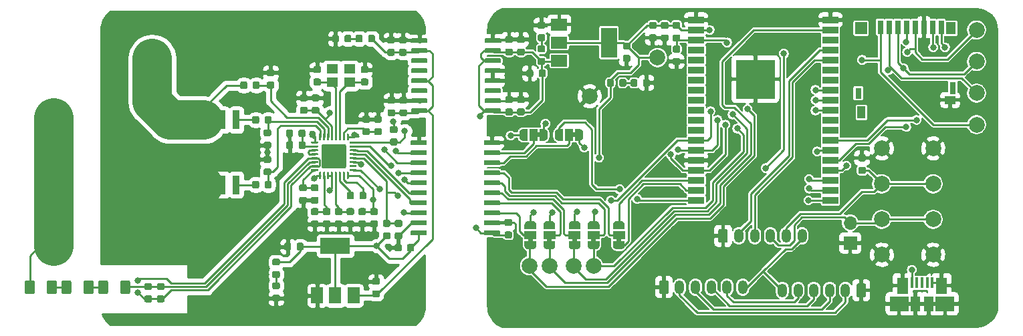
<source format=gbr>
G04 #@! TF.GenerationSoftware,KiCad,Pcbnew,5.1.2-f72e74a~84~ubuntu19.04.1*
G04 #@! TF.CreationDate,2019-06-02T16:59:08+01:00*
G04 #@! TF.ProjectId,Power Monitor MK3,506f7765-7220-44d6-9f6e-69746f72204d,rev?*
G04 #@! TF.SameCoordinates,Original*
G04 #@! TF.FileFunction,Copper,L1,Top*
G04 #@! TF.FilePolarity,Positive*
%FSLAX46Y46*%
G04 Gerber Fmt 4.6, Leading zero omitted, Abs format (unit mm)*
G04 Created by KiCad (PCBNEW 5.1.2-f72e74a~84~ubuntu19.04.1) date 2019-06-02 16:59:08*
%MOMM*%
%LPD*%
G04 APERTURE LIST*
%ADD10C,0.100000*%
%ADD11C,0.875000*%
%ADD12R,3.000000X3.000000*%
%ADD13C,3.000000*%
%ADD14R,1.700000X1.700000*%
%ADD15O,1.700000X1.700000*%
%ADD16O,1.200000X1.750000*%
%ADD17C,1.200000*%
%ADD18R,0.700000X1.750000*%
%ADD19R,1.300000X1.500000*%
%ADD20R,0.800000X1.500000*%
%ADD21R,1.450000X1.000000*%
%ADD22R,0.800000X1.400000*%
%ADD23R,1.500000X1.500000*%
%ADD24R,1.000000X1.550000*%
%ADD25C,0.500000*%
%ADD26R,1.500000X1.000000*%
%ADD27R,1.000000X1.500000*%
%ADD28R,5.600000X2.440000*%
%ADD29R,0.890000X2.440000*%
%ADD30C,2.000000*%
%ADD31R,2.000000X1.500000*%
%ADD32R,2.000000X3.800000*%
%ADD33C,0.600000*%
%ADD34R,3.800000X2.000000*%
%ADD35R,1.500000X2.000000*%
%ADD36R,2.000000X0.900000*%
%ADD37R,5.000000X5.000000*%
%ADD38C,3.100000*%
%ADD39C,0.250000*%
%ADD40R,1.400000X1.200000*%
%ADD41C,1.250000*%
%ADD42R,0.450000X1.380000*%
%ADD43R,1.475000X2.100000*%
%ADD44R,2.375000X1.900000*%
%ADD45R,1.175000X1.900000*%
%ADD46C,0.800000*%
%ADD47C,0.250000*%
%ADD48C,5.000000*%
%ADD49C,0.254000*%
%ADD50C,0.200000*%
G04 APERTURE END LIST*
D10*
G36*
X140600000Y-119900000D02*
G01*
X140600000Y-119400000D01*
X141200000Y-119400000D01*
X141200000Y-119900000D01*
X140600000Y-119900000D01*
G37*
G36*
X143800000Y-119900000D02*
G01*
X143800000Y-119400000D01*
X144400000Y-119400000D01*
X144400000Y-119900000D01*
X143800000Y-119900000D01*
G37*
G36*
X138200000Y-119900000D02*
G01*
X138200000Y-119400000D01*
X138800000Y-119400000D01*
X138800000Y-119900000D01*
X138200000Y-119900000D01*
G37*
G36*
X146200000Y-119900000D02*
G01*
X146200000Y-119400000D01*
X146800000Y-119400000D01*
X146800000Y-119900000D01*
X146200000Y-119900000D01*
G37*
G36*
X149400000Y-119900000D02*
G01*
X149400000Y-119400000D01*
X150000000Y-119400000D01*
X150000000Y-119900000D01*
X149400000Y-119900000D01*
G37*
G36*
X144300000Y-106600000D02*
G01*
X143800000Y-106600000D01*
X143800000Y-106000000D01*
X144300000Y-106000000D01*
X144300000Y-106600000D01*
G37*
G36*
X139800000Y-106600000D02*
G01*
X139300000Y-106600000D01*
X139300000Y-106000000D01*
X139800000Y-106000000D01*
X139800000Y-106600000D01*
G37*
G36*
X120577691Y-117076053D02*
G01*
X120598926Y-117079203D01*
X120619750Y-117084419D01*
X120639962Y-117091651D01*
X120659368Y-117100830D01*
X120677781Y-117111866D01*
X120695024Y-117124654D01*
X120710930Y-117139070D01*
X120725346Y-117154976D01*
X120738134Y-117172219D01*
X120749170Y-117190632D01*
X120758349Y-117210038D01*
X120765581Y-117230250D01*
X120770797Y-117251074D01*
X120773947Y-117272309D01*
X120775000Y-117293750D01*
X120775000Y-117731250D01*
X120773947Y-117752691D01*
X120770797Y-117773926D01*
X120765581Y-117794750D01*
X120758349Y-117814962D01*
X120749170Y-117834368D01*
X120738134Y-117852781D01*
X120725346Y-117870024D01*
X120710930Y-117885930D01*
X120695024Y-117900346D01*
X120677781Y-117913134D01*
X120659368Y-117924170D01*
X120639962Y-117933349D01*
X120619750Y-117940581D01*
X120598926Y-117945797D01*
X120577691Y-117948947D01*
X120556250Y-117950000D01*
X120043750Y-117950000D01*
X120022309Y-117948947D01*
X120001074Y-117945797D01*
X119980250Y-117940581D01*
X119960038Y-117933349D01*
X119940632Y-117924170D01*
X119922219Y-117913134D01*
X119904976Y-117900346D01*
X119889070Y-117885930D01*
X119874654Y-117870024D01*
X119861866Y-117852781D01*
X119850830Y-117834368D01*
X119841651Y-117814962D01*
X119834419Y-117794750D01*
X119829203Y-117773926D01*
X119826053Y-117752691D01*
X119825000Y-117731250D01*
X119825000Y-117293750D01*
X119826053Y-117272309D01*
X119829203Y-117251074D01*
X119834419Y-117230250D01*
X119841651Y-117210038D01*
X119850830Y-117190632D01*
X119861866Y-117172219D01*
X119874654Y-117154976D01*
X119889070Y-117139070D01*
X119904976Y-117124654D01*
X119922219Y-117111866D01*
X119940632Y-117100830D01*
X119960038Y-117091651D01*
X119980250Y-117084419D01*
X120001074Y-117079203D01*
X120022309Y-117076053D01*
X120043750Y-117075000D01*
X120556250Y-117075000D01*
X120577691Y-117076053D01*
X120577691Y-117076053D01*
G37*
D11*
X120300000Y-117512500D03*
D10*
G36*
X120577691Y-118651053D02*
G01*
X120598926Y-118654203D01*
X120619750Y-118659419D01*
X120639962Y-118666651D01*
X120659368Y-118675830D01*
X120677781Y-118686866D01*
X120695024Y-118699654D01*
X120710930Y-118714070D01*
X120725346Y-118729976D01*
X120738134Y-118747219D01*
X120749170Y-118765632D01*
X120758349Y-118785038D01*
X120765581Y-118805250D01*
X120770797Y-118826074D01*
X120773947Y-118847309D01*
X120775000Y-118868750D01*
X120775000Y-119306250D01*
X120773947Y-119327691D01*
X120770797Y-119348926D01*
X120765581Y-119369750D01*
X120758349Y-119389962D01*
X120749170Y-119409368D01*
X120738134Y-119427781D01*
X120725346Y-119445024D01*
X120710930Y-119460930D01*
X120695024Y-119475346D01*
X120677781Y-119488134D01*
X120659368Y-119499170D01*
X120639962Y-119508349D01*
X120619750Y-119515581D01*
X120598926Y-119520797D01*
X120577691Y-119523947D01*
X120556250Y-119525000D01*
X120043750Y-119525000D01*
X120022309Y-119523947D01*
X120001074Y-119520797D01*
X119980250Y-119515581D01*
X119960038Y-119508349D01*
X119940632Y-119499170D01*
X119922219Y-119488134D01*
X119904976Y-119475346D01*
X119889070Y-119460930D01*
X119874654Y-119445024D01*
X119861866Y-119427781D01*
X119850830Y-119409368D01*
X119841651Y-119389962D01*
X119834419Y-119369750D01*
X119829203Y-119348926D01*
X119826053Y-119327691D01*
X119825000Y-119306250D01*
X119825000Y-118868750D01*
X119826053Y-118847309D01*
X119829203Y-118826074D01*
X119834419Y-118805250D01*
X119841651Y-118785038D01*
X119850830Y-118765632D01*
X119861866Y-118747219D01*
X119874654Y-118729976D01*
X119889070Y-118714070D01*
X119904976Y-118699654D01*
X119922219Y-118686866D01*
X119940632Y-118675830D01*
X119960038Y-118666651D01*
X119980250Y-118659419D01*
X120001074Y-118654203D01*
X120022309Y-118651053D01*
X120043750Y-118650000D01*
X120556250Y-118650000D01*
X120577691Y-118651053D01*
X120577691Y-118651053D01*
G37*
D11*
X120300000Y-119087500D03*
D12*
X78100000Y-120400000D03*
D13*
X90600000Y-112900000D03*
D10*
G36*
X140240191Y-98026053D02*
G01*
X140261426Y-98029203D01*
X140282250Y-98034419D01*
X140302462Y-98041651D01*
X140321868Y-98050830D01*
X140340281Y-98061866D01*
X140357524Y-98074654D01*
X140373430Y-98089070D01*
X140387846Y-98104976D01*
X140400634Y-98122219D01*
X140411670Y-98140632D01*
X140420849Y-98160038D01*
X140428081Y-98180250D01*
X140433297Y-98201074D01*
X140436447Y-98222309D01*
X140437500Y-98243750D01*
X140437500Y-98756250D01*
X140436447Y-98777691D01*
X140433297Y-98798926D01*
X140428081Y-98819750D01*
X140420849Y-98839962D01*
X140411670Y-98859368D01*
X140400634Y-98877781D01*
X140387846Y-98895024D01*
X140373430Y-98910930D01*
X140357524Y-98925346D01*
X140340281Y-98938134D01*
X140321868Y-98949170D01*
X140302462Y-98958349D01*
X140282250Y-98965581D01*
X140261426Y-98970797D01*
X140240191Y-98973947D01*
X140218750Y-98975000D01*
X139781250Y-98975000D01*
X139759809Y-98973947D01*
X139738574Y-98970797D01*
X139717750Y-98965581D01*
X139697538Y-98958349D01*
X139678132Y-98949170D01*
X139659719Y-98938134D01*
X139642476Y-98925346D01*
X139626570Y-98910930D01*
X139612154Y-98895024D01*
X139599366Y-98877781D01*
X139588330Y-98859368D01*
X139579151Y-98839962D01*
X139571919Y-98819750D01*
X139566703Y-98798926D01*
X139563553Y-98777691D01*
X139562500Y-98756250D01*
X139562500Y-98243750D01*
X139563553Y-98222309D01*
X139566703Y-98201074D01*
X139571919Y-98180250D01*
X139579151Y-98160038D01*
X139588330Y-98140632D01*
X139599366Y-98122219D01*
X139612154Y-98104976D01*
X139626570Y-98089070D01*
X139642476Y-98074654D01*
X139659719Y-98061866D01*
X139678132Y-98050830D01*
X139697538Y-98041651D01*
X139717750Y-98034419D01*
X139738574Y-98029203D01*
X139759809Y-98026053D01*
X139781250Y-98025000D01*
X140218750Y-98025000D01*
X140240191Y-98026053D01*
X140240191Y-98026053D01*
G37*
D11*
X140000000Y-98500000D03*
D10*
G36*
X138665191Y-98026053D02*
G01*
X138686426Y-98029203D01*
X138707250Y-98034419D01*
X138727462Y-98041651D01*
X138746868Y-98050830D01*
X138765281Y-98061866D01*
X138782524Y-98074654D01*
X138798430Y-98089070D01*
X138812846Y-98104976D01*
X138825634Y-98122219D01*
X138836670Y-98140632D01*
X138845849Y-98160038D01*
X138853081Y-98180250D01*
X138858297Y-98201074D01*
X138861447Y-98222309D01*
X138862500Y-98243750D01*
X138862500Y-98756250D01*
X138861447Y-98777691D01*
X138858297Y-98798926D01*
X138853081Y-98819750D01*
X138845849Y-98839962D01*
X138836670Y-98859368D01*
X138825634Y-98877781D01*
X138812846Y-98895024D01*
X138798430Y-98910930D01*
X138782524Y-98925346D01*
X138765281Y-98938134D01*
X138746868Y-98949170D01*
X138727462Y-98958349D01*
X138707250Y-98965581D01*
X138686426Y-98970797D01*
X138665191Y-98973947D01*
X138643750Y-98975000D01*
X138206250Y-98975000D01*
X138184809Y-98973947D01*
X138163574Y-98970797D01*
X138142750Y-98965581D01*
X138122538Y-98958349D01*
X138103132Y-98949170D01*
X138084719Y-98938134D01*
X138067476Y-98925346D01*
X138051570Y-98910930D01*
X138037154Y-98895024D01*
X138024366Y-98877781D01*
X138013330Y-98859368D01*
X138004151Y-98839962D01*
X137996919Y-98819750D01*
X137991703Y-98798926D01*
X137988553Y-98777691D01*
X137987500Y-98756250D01*
X137987500Y-98243750D01*
X137988553Y-98222309D01*
X137991703Y-98201074D01*
X137996919Y-98180250D01*
X138004151Y-98160038D01*
X138013330Y-98140632D01*
X138024366Y-98122219D01*
X138037154Y-98104976D01*
X138051570Y-98089070D01*
X138067476Y-98074654D01*
X138084719Y-98061866D01*
X138103132Y-98050830D01*
X138122538Y-98041651D01*
X138142750Y-98034419D01*
X138163574Y-98029203D01*
X138184809Y-98026053D01*
X138206250Y-98025000D01*
X138643750Y-98025000D01*
X138665191Y-98026053D01*
X138665191Y-98026053D01*
G37*
D11*
X138425000Y-98500000D03*
D10*
G36*
X150977691Y-96163553D02*
G01*
X150998926Y-96166703D01*
X151019750Y-96171919D01*
X151039962Y-96179151D01*
X151059368Y-96188330D01*
X151077781Y-96199366D01*
X151095024Y-96212154D01*
X151110930Y-96226570D01*
X151125346Y-96242476D01*
X151138134Y-96259719D01*
X151149170Y-96278132D01*
X151158349Y-96297538D01*
X151165581Y-96317750D01*
X151170797Y-96338574D01*
X151173947Y-96359809D01*
X151175000Y-96381250D01*
X151175000Y-96818750D01*
X151173947Y-96840191D01*
X151170797Y-96861426D01*
X151165581Y-96882250D01*
X151158349Y-96902462D01*
X151149170Y-96921868D01*
X151138134Y-96940281D01*
X151125346Y-96957524D01*
X151110930Y-96973430D01*
X151095024Y-96987846D01*
X151077781Y-97000634D01*
X151059368Y-97011670D01*
X151039962Y-97020849D01*
X151019750Y-97028081D01*
X150998926Y-97033297D01*
X150977691Y-97036447D01*
X150956250Y-97037500D01*
X150443750Y-97037500D01*
X150422309Y-97036447D01*
X150401074Y-97033297D01*
X150380250Y-97028081D01*
X150360038Y-97020849D01*
X150340632Y-97011670D01*
X150322219Y-97000634D01*
X150304976Y-96987846D01*
X150289070Y-96973430D01*
X150274654Y-96957524D01*
X150261866Y-96940281D01*
X150250830Y-96921868D01*
X150241651Y-96902462D01*
X150234419Y-96882250D01*
X150229203Y-96861426D01*
X150226053Y-96840191D01*
X150225000Y-96818750D01*
X150225000Y-96381250D01*
X150226053Y-96359809D01*
X150229203Y-96338574D01*
X150234419Y-96317750D01*
X150241651Y-96297538D01*
X150250830Y-96278132D01*
X150261866Y-96259719D01*
X150274654Y-96242476D01*
X150289070Y-96226570D01*
X150304976Y-96212154D01*
X150322219Y-96199366D01*
X150340632Y-96188330D01*
X150360038Y-96179151D01*
X150380250Y-96171919D01*
X150401074Y-96166703D01*
X150422309Y-96163553D01*
X150443750Y-96162500D01*
X150956250Y-96162500D01*
X150977691Y-96163553D01*
X150977691Y-96163553D01*
G37*
D11*
X150700000Y-96600000D03*
D10*
G36*
X150977691Y-94588553D02*
G01*
X150998926Y-94591703D01*
X151019750Y-94596919D01*
X151039962Y-94604151D01*
X151059368Y-94613330D01*
X151077781Y-94624366D01*
X151095024Y-94637154D01*
X151110930Y-94651570D01*
X151125346Y-94667476D01*
X151138134Y-94684719D01*
X151149170Y-94703132D01*
X151158349Y-94722538D01*
X151165581Y-94742750D01*
X151170797Y-94763574D01*
X151173947Y-94784809D01*
X151175000Y-94806250D01*
X151175000Y-95243750D01*
X151173947Y-95265191D01*
X151170797Y-95286426D01*
X151165581Y-95307250D01*
X151158349Y-95327462D01*
X151149170Y-95346868D01*
X151138134Y-95365281D01*
X151125346Y-95382524D01*
X151110930Y-95398430D01*
X151095024Y-95412846D01*
X151077781Y-95425634D01*
X151059368Y-95436670D01*
X151039962Y-95445849D01*
X151019750Y-95453081D01*
X150998926Y-95458297D01*
X150977691Y-95461447D01*
X150956250Y-95462500D01*
X150443750Y-95462500D01*
X150422309Y-95461447D01*
X150401074Y-95458297D01*
X150380250Y-95453081D01*
X150360038Y-95445849D01*
X150340632Y-95436670D01*
X150322219Y-95425634D01*
X150304976Y-95412846D01*
X150289070Y-95398430D01*
X150274654Y-95382524D01*
X150261866Y-95365281D01*
X150250830Y-95346868D01*
X150241651Y-95327462D01*
X150234419Y-95307250D01*
X150229203Y-95286426D01*
X150226053Y-95265191D01*
X150225000Y-95243750D01*
X150225000Y-94806250D01*
X150226053Y-94784809D01*
X150229203Y-94763574D01*
X150234419Y-94742750D01*
X150241651Y-94722538D01*
X150250830Y-94703132D01*
X150261866Y-94684719D01*
X150274654Y-94667476D01*
X150289070Y-94651570D01*
X150304976Y-94637154D01*
X150322219Y-94624366D01*
X150340632Y-94613330D01*
X150360038Y-94604151D01*
X150380250Y-94596919D01*
X150401074Y-94591703D01*
X150422309Y-94588553D01*
X150443750Y-94587500D01*
X150956250Y-94587500D01*
X150977691Y-94588553D01*
X150977691Y-94588553D01*
G37*
D11*
X150700000Y-95025000D03*
D10*
G36*
X137577691Y-101376053D02*
G01*
X137598926Y-101379203D01*
X137619750Y-101384419D01*
X137639962Y-101391651D01*
X137659368Y-101400830D01*
X137677781Y-101411866D01*
X137695024Y-101424654D01*
X137710930Y-101439070D01*
X137725346Y-101454976D01*
X137738134Y-101472219D01*
X137749170Y-101490632D01*
X137758349Y-101510038D01*
X137765581Y-101530250D01*
X137770797Y-101551074D01*
X137773947Y-101572309D01*
X137775000Y-101593750D01*
X137775000Y-102031250D01*
X137773947Y-102052691D01*
X137770797Y-102073926D01*
X137765581Y-102094750D01*
X137758349Y-102114962D01*
X137749170Y-102134368D01*
X137738134Y-102152781D01*
X137725346Y-102170024D01*
X137710930Y-102185930D01*
X137695024Y-102200346D01*
X137677781Y-102213134D01*
X137659368Y-102224170D01*
X137639962Y-102233349D01*
X137619750Y-102240581D01*
X137598926Y-102245797D01*
X137577691Y-102248947D01*
X137556250Y-102250000D01*
X137043750Y-102250000D01*
X137022309Y-102248947D01*
X137001074Y-102245797D01*
X136980250Y-102240581D01*
X136960038Y-102233349D01*
X136940632Y-102224170D01*
X136922219Y-102213134D01*
X136904976Y-102200346D01*
X136889070Y-102185930D01*
X136874654Y-102170024D01*
X136861866Y-102152781D01*
X136850830Y-102134368D01*
X136841651Y-102114962D01*
X136834419Y-102094750D01*
X136829203Y-102073926D01*
X136826053Y-102052691D01*
X136825000Y-102031250D01*
X136825000Y-101593750D01*
X136826053Y-101572309D01*
X136829203Y-101551074D01*
X136834419Y-101530250D01*
X136841651Y-101510038D01*
X136850830Y-101490632D01*
X136861866Y-101472219D01*
X136874654Y-101454976D01*
X136889070Y-101439070D01*
X136904976Y-101424654D01*
X136922219Y-101411866D01*
X136940632Y-101400830D01*
X136960038Y-101391651D01*
X136980250Y-101384419D01*
X137001074Y-101379203D01*
X137022309Y-101376053D01*
X137043750Y-101375000D01*
X137556250Y-101375000D01*
X137577691Y-101376053D01*
X137577691Y-101376053D01*
G37*
D11*
X137300000Y-101812500D03*
D10*
G36*
X137577691Y-102951053D02*
G01*
X137598926Y-102954203D01*
X137619750Y-102959419D01*
X137639962Y-102966651D01*
X137659368Y-102975830D01*
X137677781Y-102986866D01*
X137695024Y-102999654D01*
X137710930Y-103014070D01*
X137725346Y-103029976D01*
X137738134Y-103047219D01*
X137749170Y-103065632D01*
X137758349Y-103085038D01*
X137765581Y-103105250D01*
X137770797Y-103126074D01*
X137773947Y-103147309D01*
X137775000Y-103168750D01*
X137775000Y-103606250D01*
X137773947Y-103627691D01*
X137770797Y-103648926D01*
X137765581Y-103669750D01*
X137758349Y-103689962D01*
X137749170Y-103709368D01*
X137738134Y-103727781D01*
X137725346Y-103745024D01*
X137710930Y-103760930D01*
X137695024Y-103775346D01*
X137677781Y-103788134D01*
X137659368Y-103799170D01*
X137639962Y-103808349D01*
X137619750Y-103815581D01*
X137598926Y-103820797D01*
X137577691Y-103823947D01*
X137556250Y-103825000D01*
X137043750Y-103825000D01*
X137022309Y-103823947D01*
X137001074Y-103820797D01*
X136980250Y-103815581D01*
X136960038Y-103808349D01*
X136940632Y-103799170D01*
X136922219Y-103788134D01*
X136904976Y-103775346D01*
X136889070Y-103760930D01*
X136874654Y-103745024D01*
X136861866Y-103727781D01*
X136850830Y-103709368D01*
X136841651Y-103689962D01*
X136834419Y-103669750D01*
X136829203Y-103648926D01*
X136826053Y-103627691D01*
X136825000Y-103606250D01*
X136825000Y-103168750D01*
X136826053Y-103147309D01*
X136829203Y-103126074D01*
X136834419Y-103105250D01*
X136841651Y-103085038D01*
X136850830Y-103065632D01*
X136861866Y-103047219D01*
X136874654Y-103029976D01*
X136889070Y-103014070D01*
X136904976Y-102999654D01*
X136922219Y-102986866D01*
X136940632Y-102975830D01*
X136960038Y-102966651D01*
X136980250Y-102959419D01*
X137001074Y-102954203D01*
X137022309Y-102951053D01*
X137043750Y-102950000D01*
X137556250Y-102950000D01*
X137577691Y-102951053D01*
X137577691Y-102951053D01*
G37*
D11*
X137300000Y-103387500D03*
D10*
G36*
X137577691Y-93776053D02*
G01*
X137598926Y-93779203D01*
X137619750Y-93784419D01*
X137639962Y-93791651D01*
X137659368Y-93800830D01*
X137677781Y-93811866D01*
X137695024Y-93824654D01*
X137710930Y-93839070D01*
X137725346Y-93854976D01*
X137738134Y-93872219D01*
X137749170Y-93890632D01*
X137758349Y-93910038D01*
X137765581Y-93930250D01*
X137770797Y-93951074D01*
X137773947Y-93972309D01*
X137775000Y-93993750D01*
X137775000Y-94431250D01*
X137773947Y-94452691D01*
X137770797Y-94473926D01*
X137765581Y-94494750D01*
X137758349Y-94514962D01*
X137749170Y-94534368D01*
X137738134Y-94552781D01*
X137725346Y-94570024D01*
X137710930Y-94585930D01*
X137695024Y-94600346D01*
X137677781Y-94613134D01*
X137659368Y-94624170D01*
X137639962Y-94633349D01*
X137619750Y-94640581D01*
X137598926Y-94645797D01*
X137577691Y-94648947D01*
X137556250Y-94650000D01*
X137043750Y-94650000D01*
X137022309Y-94648947D01*
X137001074Y-94645797D01*
X136980250Y-94640581D01*
X136960038Y-94633349D01*
X136940632Y-94624170D01*
X136922219Y-94613134D01*
X136904976Y-94600346D01*
X136889070Y-94585930D01*
X136874654Y-94570024D01*
X136861866Y-94552781D01*
X136850830Y-94534368D01*
X136841651Y-94514962D01*
X136834419Y-94494750D01*
X136829203Y-94473926D01*
X136826053Y-94452691D01*
X136825000Y-94431250D01*
X136825000Y-93993750D01*
X136826053Y-93972309D01*
X136829203Y-93951074D01*
X136834419Y-93930250D01*
X136841651Y-93910038D01*
X136850830Y-93890632D01*
X136861866Y-93872219D01*
X136874654Y-93854976D01*
X136889070Y-93839070D01*
X136904976Y-93824654D01*
X136922219Y-93811866D01*
X136940632Y-93800830D01*
X136960038Y-93791651D01*
X136980250Y-93784419D01*
X137001074Y-93779203D01*
X137022309Y-93776053D01*
X137043750Y-93775000D01*
X137556250Y-93775000D01*
X137577691Y-93776053D01*
X137577691Y-93776053D01*
G37*
D11*
X137300000Y-94212500D03*
D10*
G36*
X137577691Y-95351053D02*
G01*
X137598926Y-95354203D01*
X137619750Y-95359419D01*
X137639962Y-95366651D01*
X137659368Y-95375830D01*
X137677781Y-95386866D01*
X137695024Y-95399654D01*
X137710930Y-95414070D01*
X137725346Y-95429976D01*
X137738134Y-95447219D01*
X137749170Y-95465632D01*
X137758349Y-95485038D01*
X137765581Y-95505250D01*
X137770797Y-95526074D01*
X137773947Y-95547309D01*
X137775000Y-95568750D01*
X137775000Y-96006250D01*
X137773947Y-96027691D01*
X137770797Y-96048926D01*
X137765581Y-96069750D01*
X137758349Y-96089962D01*
X137749170Y-96109368D01*
X137738134Y-96127781D01*
X137725346Y-96145024D01*
X137710930Y-96160930D01*
X137695024Y-96175346D01*
X137677781Y-96188134D01*
X137659368Y-96199170D01*
X137639962Y-96208349D01*
X137619750Y-96215581D01*
X137598926Y-96220797D01*
X137577691Y-96223947D01*
X137556250Y-96225000D01*
X137043750Y-96225000D01*
X137022309Y-96223947D01*
X137001074Y-96220797D01*
X136980250Y-96215581D01*
X136960038Y-96208349D01*
X136940632Y-96199170D01*
X136922219Y-96188134D01*
X136904976Y-96175346D01*
X136889070Y-96160930D01*
X136874654Y-96145024D01*
X136861866Y-96127781D01*
X136850830Y-96109368D01*
X136841651Y-96089962D01*
X136834419Y-96069750D01*
X136829203Y-96048926D01*
X136826053Y-96027691D01*
X136825000Y-96006250D01*
X136825000Y-95568750D01*
X136826053Y-95547309D01*
X136829203Y-95526074D01*
X136834419Y-95505250D01*
X136841651Y-95485038D01*
X136850830Y-95465632D01*
X136861866Y-95447219D01*
X136874654Y-95429976D01*
X136889070Y-95414070D01*
X136904976Y-95399654D01*
X136922219Y-95386866D01*
X136940632Y-95375830D01*
X136960038Y-95366651D01*
X136980250Y-95359419D01*
X137001074Y-95354203D01*
X137022309Y-95351053D01*
X137043750Y-95350000D01*
X137556250Y-95350000D01*
X137577691Y-95351053D01*
X137577691Y-95351053D01*
G37*
D11*
X137300000Y-95787500D03*
D10*
G36*
X136077691Y-102951053D02*
G01*
X136098926Y-102954203D01*
X136119750Y-102959419D01*
X136139962Y-102966651D01*
X136159368Y-102975830D01*
X136177781Y-102986866D01*
X136195024Y-102999654D01*
X136210930Y-103014070D01*
X136225346Y-103029976D01*
X136238134Y-103047219D01*
X136249170Y-103065632D01*
X136258349Y-103085038D01*
X136265581Y-103105250D01*
X136270797Y-103126074D01*
X136273947Y-103147309D01*
X136275000Y-103168750D01*
X136275000Y-103606250D01*
X136273947Y-103627691D01*
X136270797Y-103648926D01*
X136265581Y-103669750D01*
X136258349Y-103689962D01*
X136249170Y-103709368D01*
X136238134Y-103727781D01*
X136225346Y-103745024D01*
X136210930Y-103760930D01*
X136195024Y-103775346D01*
X136177781Y-103788134D01*
X136159368Y-103799170D01*
X136139962Y-103808349D01*
X136119750Y-103815581D01*
X136098926Y-103820797D01*
X136077691Y-103823947D01*
X136056250Y-103825000D01*
X135543750Y-103825000D01*
X135522309Y-103823947D01*
X135501074Y-103820797D01*
X135480250Y-103815581D01*
X135460038Y-103808349D01*
X135440632Y-103799170D01*
X135422219Y-103788134D01*
X135404976Y-103775346D01*
X135389070Y-103760930D01*
X135374654Y-103745024D01*
X135361866Y-103727781D01*
X135350830Y-103709368D01*
X135341651Y-103689962D01*
X135334419Y-103669750D01*
X135329203Y-103648926D01*
X135326053Y-103627691D01*
X135325000Y-103606250D01*
X135325000Y-103168750D01*
X135326053Y-103147309D01*
X135329203Y-103126074D01*
X135334419Y-103105250D01*
X135341651Y-103085038D01*
X135350830Y-103065632D01*
X135361866Y-103047219D01*
X135374654Y-103029976D01*
X135389070Y-103014070D01*
X135404976Y-102999654D01*
X135422219Y-102986866D01*
X135440632Y-102975830D01*
X135460038Y-102966651D01*
X135480250Y-102959419D01*
X135501074Y-102954203D01*
X135522309Y-102951053D01*
X135543750Y-102950000D01*
X136056250Y-102950000D01*
X136077691Y-102951053D01*
X136077691Y-102951053D01*
G37*
D11*
X135800000Y-103387500D03*
D10*
G36*
X136077691Y-101376053D02*
G01*
X136098926Y-101379203D01*
X136119750Y-101384419D01*
X136139962Y-101391651D01*
X136159368Y-101400830D01*
X136177781Y-101411866D01*
X136195024Y-101424654D01*
X136210930Y-101439070D01*
X136225346Y-101454976D01*
X136238134Y-101472219D01*
X136249170Y-101490632D01*
X136258349Y-101510038D01*
X136265581Y-101530250D01*
X136270797Y-101551074D01*
X136273947Y-101572309D01*
X136275000Y-101593750D01*
X136275000Y-102031250D01*
X136273947Y-102052691D01*
X136270797Y-102073926D01*
X136265581Y-102094750D01*
X136258349Y-102114962D01*
X136249170Y-102134368D01*
X136238134Y-102152781D01*
X136225346Y-102170024D01*
X136210930Y-102185930D01*
X136195024Y-102200346D01*
X136177781Y-102213134D01*
X136159368Y-102224170D01*
X136139962Y-102233349D01*
X136119750Y-102240581D01*
X136098926Y-102245797D01*
X136077691Y-102248947D01*
X136056250Y-102250000D01*
X135543750Y-102250000D01*
X135522309Y-102248947D01*
X135501074Y-102245797D01*
X135480250Y-102240581D01*
X135460038Y-102233349D01*
X135440632Y-102224170D01*
X135422219Y-102213134D01*
X135404976Y-102200346D01*
X135389070Y-102185930D01*
X135374654Y-102170024D01*
X135361866Y-102152781D01*
X135350830Y-102134368D01*
X135341651Y-102114962D01*
X135334419Y-102094750D01*
X135329203Y-102073926D01*
X135326053Y-102052691D01*
X135325000Y-102031250D01*
X135325000Y-101593750D01*
X135326053Y-101572309D01*
X135329203Y-101551074D01*
X135334419Y-101530250D01*
X135341651Y-101510038D01*
X135350830Y-101490632D01*
X135361866Y-101472219D01*
X135374654Y-101454976D01*
X135389070Y-101439070D01*
X135404976Y-101424654D01*
X135422219Y-101411866D01*
X135440632Y-101400830D01*
X135460038Y-101391651D01*
X135480250Y-101384419D01*
X135501074Y-101379203D01*
X135522309Y-101376053D01*
X135543750Y-101375000D01*
X136056250Y-101375000D01*
X136077691Y-101376053D01*
X136077691Y-101376053D01*
G37*
D11*
X135800000Y-101812500D03*
D10*
G36*
X136077691Y-95351053D02*
G01*
X136098926Y-95354203D01*
X136119750Y-95359419D01*
X136139962Y-95366651D01*
X136159368Y-95375830D01*
X136177781Y-95386866D01*
X136195024Y-95399654D01*
X136210930Y-95414070D01*
X136225346Y-95429976D01*
X136238134Y-95447219D01*
X136249170Y-95465632D01*
X136258349Y-95485038D01*
X136265581Y-95505250D01*
X136270797Y-95526074D01*
X136273947Y-95547309D01*
X136275000Y-95568750D01*
X136275000Y-96006250D01*
X136273947Y-96027691D01*
X136270797Y-96048926D01*
X136265581Y-96069750D01*
X136258349Y-96089962D01*
X136249170Y-96109368D01*
X136238134Y-96127781D01*
X136225346Y-96145024D01*
X136210930Y-96160930D01*
X136195024Y-96175346D01*
X136177781Y-96188134D01*
X136159368Y-96199170D01*
X136139962Y-96208349D01*
X136119750Y-96215581D01*
X136098926Y-96220797D01*
X136077691Y-96223947D01*
X136056250Y-96225000D01*
X135543750Y-96225000D01*
X135522309Y-96223947D01*
X135501074Y-96220797D01*
X135480250Y-96215581D01*
X135460038Y-96208349D01*
X135440632Y-96199170D01*
X135422219Y-96188134D01*
X135404976Y-96175346D01*
X135389070Y-96160930D01*
X135374654Y-96145024D01*
X135361866Y-96127781D01*
X135350830Y-96109368D01*
X135341651Y-96089962D01*
X135334419Y-96069750D01*
X135329203Y-96048926D01*
X135326053Y-96027691D01*
X135325000Y-96006250D01*
X135325000Y-95568750D01*
X135326053Y-95547309D01*
X135329203Y-95526074D01*
X135334419Y-95505250D01*
X135341651Y-95485038D01*
X135350830Y-95465632D01*
X135361866Y-95447219D01*
X135374654Y-95429976D01*
X135389070Y-95414070D01*
X135404976Y-95399654D01*
X135422219Y-95386866D01*
X135440632Y-95375830D01*
X135460038Y-95366651D01*
X135480250Y-95359419D01*
X135501074Y-95354203D01*
X135522309Y-95351053D01*
X135543750Y-95350000D01*
X136056250Y-95350000D01*
X136077691Y-95351053D01*
X136077691Y-95351053D01*
G37*
D11*
X135800000Y-95787500D03*
D10*
G36*
X136077691Y-93776053D02*
G01*
X136098926Y-93779203D01*
X136119750Y-93784419D01*
X136139962Y-93791651D01*
X136159368Y-93800830D01*
X136177781Y-93811866D01*
X136195024Y-93824654D01*
X136210930Y-93839070D01*
X136225346Y-93854976D01*
X136238134Y-93872219D01*
X136249170Y-93890632D01*
X136258349Y-93910038D01*
X136265581Y-93930250D01*
X136270797Y-93951074D01*
X136273947Y-93972309D01*
X136275000Y-93993750D01*
X136275000Y-94431250D01*
X136273947Y-94452691D01*
X136270797Y-94473926D01*
X136265581Y-94494750D01*
X136258349Y-94514962D01*
X136249170Y-94534368D01*
X136238134Y-94552781D01*
X136225346Y-94570024D01*
X136210930Y-94585930D01*
X136195024Y-94600346D01*
X136177781Y-94613134D01*
X136159368Y-94624170D01*
X136139962Y-94633349D01*
X136119750Y-94640581D01*
X136098926Y-94645797D01*
X136077691Y-94648947D01*
X136056250Y-94650000D01*
X135543750Y-94650000D01*
X135522309Y-94648947D01*
X135501074Y-94645797D01*
X135480250Y-94640581D01*
X135460038Y-94633349D01*
X135440632Y-94624170D01*
X135422219Y-94613134D01*
X135404976Y-94600346D01*
X135389070Y-94585930D01*
X135374654Y-94570024D01*
X135361866Y-94552781D01*
X135350830Y-94534368D01*
X135341651Y-94514962D01*
X135334419Y-94494750D01*
X135329203Y-94473926D01*
X135326053Y-94452691D01*
X135325000Y-94431250D01*
X135325000Y-93993750D01*
X135326053Y-93972309D01*
X135329203Y-93951074D01*
X135334419Y-93930250D01*
X135341651Y-93910038D01*
X135350830Y-93890632D01*
X135361866Y-93872219D01*
X135374654Y-93854976D01*
X135389070Y-93839070D01*
X135404976Y-93824654D01*
X135422219Y-93811866D01*
X135440632Y-93800830D01*
X135460038Y-93791651D01*
X135480250Y-93784419D01*
X135501074Y-93779203D01*
X135522309Y-93776053D01*
X135543750Y-93775000D01*
X136056250Y-93775000D01*
X136077691Y-93776053D01*
X136077691Y-93776053D01*
G37*
D11*
X135800000Y-94212500D03*
D10*
G36*
X135977691Y-118538553D02*
G01*
X135998926Y-118541703D01*
X136019750Y-118546919D01*
X136039962Y-118554151D01*
X136059368Y-118563330D01*
X136077781Y-118574366D01*
X136095024Y-118587154D01*
X136110930Y-118601570D01*
X136125346Y-118617476D01*
X136138134Y-118634719D01*
X136149170Y-118653132D01*
X136158349Y-118672538D01*
X136165581Y-118692750D01*
X136170797Y-118713574D01*
X136173947Y-118734809D01*
X136175000Y-118756250D01*
X136175000Y-119193750D01*
X136173947Y-119215191D01*
X136170797Y-119236426D01*
X136165581Y-119257250D01*
X136158349Y-119277462D01*
X136149170Y-119296868D01*
X136138134Y-119315281D01*
X136125346Y-119332524D01*
X136110930Y-119348430D01*
X136095024Y-119362846D01*
X136077781Y-119375634D01*
X136059368Y-119386670D01*
X136039962Y-119395849D01*
X136019750Y-119403081D01*
X135998926Y-119408297D01*
X135977691Y-119411447D01*
X135956250Y-119412500D01*
X135443750Y-119412500D01*
X135422309Y-119411447D01*
X135401074Y-119408297D01*
X135380250Y-119403081D01*
X135360038Y-119395849D01*
X135340632Y-119386670D01*
X135322219Y-119375634D01*
X135304976Y-119362846D01*
X135289070Y-119348430D01*
X135274654Y-119332524D01*
X135261866Y-119315281D01*
X135250830Y-119296868D01*
X135241651Y-119277462D01*
X135234419Y-119257250D01*
X135229203Y-119236426D01*
X135226053Y-119215191D01*
X135225000Y-119193750D01*
X135225000Y-118756250D01*
X135226053Y-118734809D01*
X135229203Y-118713574D01*
X135234419Y-118692750D01*
X135241651Y-118672538D01*
X135250830Y-118653132D01*
X135261866Y-118634719D01*
X135274654Y-118617476D01*
X135289070Y-118601570D01*
X135304976Y-118587154D01*
X135322219Y-118574366D01*
X135340632Y-118563330D01*
X135360038Y-118554151D01*
X135380250Y-118546919D01*
X135401074Y-118541703D01*
X135422309Y-118538553D01*
X135443750Y-118537500D01*
X135956250Y-118537500D01*
X135977691Y-118538553D01*
X135977691Y-118538553D01*
G37*
D11*
X135700000Y-118975000D03*
D10*
G36*
X135977691Y-116963553D02*
G01*
X135998926Y-116966703D01*
X136019750Y-116971919D01*
X136039962Y-116979151D01*
X136059368Y-116988330D01*
X136077781Y-116999366D01*
X136095024Y-117012154D01*
X136110930Y-117026570D01*
X136125346Y-117042476D01*
X136138134Y-117059719D01*
X136149170Y-117078132D01*
X136158349Y-117097538D01*
X136165581Y-117117750D01*
X136170797Y-117138574D01*
X136173947Y-117159809D01*
X136175000Y-117181250D01*
X136175000Y-117618750D01*
X136173947Y-117640191D01*
X136170797Y-117661426D01*
X136165581Y-117682250D01*
X136158349Y-117702462D01*
X136149170Y-117721868D01*
X136138134Y-117740281D01*
X136125346Y-117757524D01*
X136110930Y-117773430D01*
X136095024Y-117787846D01*
X136077781Y-117800634D01*
X136059368Y-117811670D01*
X136039962Y-117820849D01*
X136019750Y-117828081D01*
X135998926Y-117833297D01*
X135977691Y-117836447D01*
X135956250Y-117837500D01*
X135443750Y-117837500D01*
X135422309Y-117836447D01*
X135401074Y-117833297D01*
X135380250Y-117828081D01*
X135360038Y-117820849D01*
X135340632Y-117811670D01*
X135322219Y-117800634D01*
X135304976Y-117787846D01*
X135289070Y-117773430D01*
X135274654Y-117757524D01*
X135261866Y-117740281D01*
X135250830Y-117721868D01*
X135241651Y-117702462D01*
X135234419Y-117682250D01*
X135229203Y-117661426D01*
X135226053Y-117640191D01*
X135225000Y-117618750D01*
X135225000Y-117181250D01*
X135226053Y-117159809D01*
X135229203Y-117138574D01*
X135234419Y-117117750D01*
X135241651Y-117097538D01*
X135250830Y-117078132D01*
X135261866Y-117059719D01*
X135274654Y-117042476D01*
X135289070Y-117026570D01*
X135304976Y-117012154D01*
X135322219Y-116999366D01*
X135340632Y-116988330D01*
X135360038Y-116979151D01*
X135380250Y-116971919D01*
X135401074Y-116966703D01*
X135422309Y-116963553D01*
X135443750Y-116962500D01*
X135956250Y-116962500D01*
X135977691Y-116963553D01*
X135977691Y-116963553D01*
G37*
D11*
X135700000Y-117400000D03*
D10*
G36*
X122002691Y-120126053D02*
G01*
X122023926Y-120129203D01*
X122044750Y-120134419D01*
X122064962Y-120141651D01*
X122084368Y-120150830D01*
X122102781Y-120161866D01*
X122120024Y-120174654D01*
X122135930Y-120189070D01*
X122150346Y-120204976D01*
X122163134Y-120222219D01*
X122174170Y-120240632D01*
X122183349Y-120260038D01*
X122190581Y-120280250D01*
X122195797Y-120301074D01*
X122198947Y-120322309D01*
X122200000Y-120343750D01*
X122200000Y-120856250D01*
X122198947Y-120877691D01*
X122195797Y-120898926D01*
X122190581Y-120919750D01*
X122183349Y-120939962D01*
X122174170Y-120959368D01*
X122163134Y-120977781D01*
X122150346Y-120995024D01*
X122135930Y-121010930D01*
X122120024Y-121025346D01*
X122102781Y-121038134D01*
X122084368Y-121049170D01*
X122064962Y-121058349D01*
X122044750Y-121065581D01*
X122023926Y-121070797D01*
X122002691Y-121073947D01*
X121981250Y-121075000D01*
X121543750Y-121075000D01*
X121522309Y-121073947D01*
X121501074Y-121070797D01*
X121480250Y-121065581D01*
X121460038Y-121058349D01*
X121440632Y-121049170D01*
X121422219Y-121038134D01*
X121404976Y-121025346D01*
X121389070Y-121010930D01*
X121374654Y-120995024D01*
X121361866Y-120977781D01*
X121350830Y-120959368D01*
X121341651Y-120939962D01*
X121334419Y-120919750D01*
X121329203Y-120898926D01*
X121326053Y-120877691D01*
X121325000Y-120856250D01*
X121325000Y-120343750D01*
X121326053Y-120322309D01*
X121329203Y-120301074D01*
X121334419Y-120280250D01*
X121341651Y-120260038D01*
X121350830Y-120240632D01*
X121361866Y-120222219D01*
X121374654Y-120204976D01*
X121389070Y-120189070D01*
X121404976Y-120174654D01*
X121422219Y-120161866D01*
X121440632Y-120150830D01*
X121460038Y-120141651D01*
X121480250Y-120134419D01*
X121501074Y-120129203D01*
X121522309Y-120126053D01*
X121543750Y-120125000D01*
X121981250Y-120125000D01*
X122002691Y-120126053D01*
X122002691Y-120126053D01*
G37*
D11*
X121762500Y-120600000D03*
D10*
G36*
X123577691Y-120126053D02*
G01*
X123598926Y-120129203D01*
X123619750Y-120134419D01*
X123639962Y-120141651D01*
X123659368Y-120150830D01*
X123677781Y-120161866D01*
X123695024Y-120174654D01*
X123710930Y-120189070D01*
X123725346Y-120204976D01*
X123738134Y-120222219D01*
X123749170Y-120240632D01*
X123758349Y-120260038D01*
X123765581Y-120280250D01*
X123770797Y-120301074D01*
X123773947Y-120322309D01*
X123775000Y-120343750D01*
X123775000Y-120856250D01*
X123773947Y-120877691D01*
X123770797Y-120898926D01*
X123765581Y-120919750D01*
X123758349Y-120939962D01*
X123749170Y-120959368D01*
X123738134Y-120977781D01*
X123725346Y-120995024D01*
X123710930Y-121010930D01*
X123695024Y-121025346D01*
X123677781Y-121038134D01*
X123659368Y-121049170D01*
X123639962Y-121058349D01*
X123619750Y-121065581D01*
X123598926Y-121070797D01*
X123577691Y-121073947D01*
X123556250Y-121075000D01*
X123118750Y-121075000D01*
X123097309Y-121073947D01*
X123076074Y-121070797D01*
X123055250Y-121065581D01*
X123035038Y-121058349D01*
X123015632Y-121049170D01*
X122997219Y-121038134D01*
X122979976Y-121025346D01*
X122964070Y-121010930D01*
X122949654Y-120995024D01*
X122936866Y-120977781D01*
X122925830Y-120959368D01*
X122916651Y-120939962D01*
X122909419Y-120919750D01*
X122904203Y-120898926D01*
X122901053Y-120877691D01*
X122900000Y-120856250D01*
X122900000Y-120343750D01*
X122901053Y-120322309D01*
X122904203Y-120301074D01*
X122909419Y-120280250D01*
X122916651Y-120260038D01*
X122925830Y-120240632D01*
X122936866Y-120222219D01*
X122949654Y-120204976D01*
X122964070Y-120189070D01*
X122979976Y-120174654D01*
X122997219Y-120161866D01*
X123015632Y-120150830D01*
X123035038Y-120141651D01*
X123055250Y-120134419D01*
X123076074Y-120129203D01*
X123097309Y-120126053D01*
X123118750Y-120125000D01*
X123556250Y-120125000D01*
X123577691Y-120126053D01*
X123577691Y-120126053D01*
G37*
D11*
X123337500Y-120600000D03*
D10*
G36*
X122677691Y-101476053D02*
G01*
X122698926Y-101479203D01*
X122719750Y-101484419D01*
X122739962Y-101491651D01*
X122759368Y-101500830D01*
X122777781Y-101511866D01*
X122795024Y-101524654D01*
X122810930Y-101539070D01*
X122825346Y-101554976D01*
X122838134Y-101572219D01*
X122849170Y-101590632D01*
X122858349Y-101610038D01*
X122865581Y-101630250D01*
X122870797Y-101651074D01*
X122873947Y-101672309D01*
X122875000Y-101693750D01*
X122875000Y-102131250D01*
X122873947Y-102152691D01*
X122870797Y-102173926D01*
X122865581Y-102194750D01*
X122858349Y-102214962D01*
X122849170Y-102234368D01*
X122838134Y-102252781D01*
X122825346Y-102270024D01*
X122810930Y-102285930D01*
X122795024Y-102300346D01*
X122777781Y-102313134D01*
X122759368Y-102324170D01*
X122739962Y-102333349D01*
X122719750Y-102340581D01*
X122698926Y-102345797D01*
X122677691Y-102348947D01*
X122656250Y-102350000D01*
X122143750Y-102350000D01*
X122122309Y-102348947D01*
X122101074Y-102345797D01*
X122080250Y-102340581D01*
X122060038Y-102333349D01*
X122040632Y-102324170D01*
X122022219Y-102313134D01*
X122004976Y-102300346D01*
X121989070Y-102285930D01*
X121974654Y-102270024D01*
X121961866Y-102252781D01*
X121950830Y-102234368D01*
X121941651Y-102214962D01*
X121934419Y-102194750D01*
X121929203Y-102173926D01*
X121926053Y-102152691D01*
X121925000Y-102131250D01*
X121925000Y-101693750D01*
X121926053Y-101672309D01*
X121929203Y-101651074D01*
X121934419Y-101630250D01*
X121941651Y-101610038D01*
X121950830Y-101590632D01*
X121961866Y-101572219D01*
X121974654Y-101554976D01*
X121989070Y-101539070D01*
X122004976Y-101524654D01*
X122022219Y-101511866D01*
X122040632Y-101500830D01*
X122060038Y-101491651D01*
X122080250Y-101484419D01*
X122101074Y-101479203D01*
X122122309Y-101476053D01*
X122143750Y-101475000D01*
X122656250Y-101475000D01*
X122677691Y-101476053D01*
X122677691Y-101476053D01*
G37*
D11*
X122400000Y-101912500D03*
D10*
G36*
X122677691Y-103051053D02*
G01*
X122698926Y-103054203D01*
X122719750Y-103059419D01*
X122739962Y-103066651D01*
X122759368Y-103075830D01*
X122777781Y-103086866D01*
X122795024Y-103099654D01*
X122810930Y-103114070D01*
X122825346Y-103129976D01*
X122838134Y-103147219D01*
X122849170Y-103165632D01*
X122858349Y-103185038D01*
X122865581Y-103205250D01*
X122870797Y-103226074D01*
X122873947Y-103247309D01*
X122875000Y-103268750D01*
X122875000Y-103706250D01*
X122873947Y-103727691D01*
X122870797Y-103748926D01*
X122865581Y-103769750D01*
X122858349Y-103789962D01*
X122849170Y-103809368D01*
X122838134Y-103827781D01*
X122825346Y-103845024D01*
X122810930Y-103860930D01*
X122795024Y-103875346D01*
X122777781Y-103888134D01*
X122759368Y-103899170D01*
X122739962Y-103908349D01*
X122719750Y-103915581D01*
X122698926Y-103920797D01*
X122677691Y-103923947D01*
X122656250Y-103925000D01*
X122143750Y-103925000D01*
X122122309Y-103923947D01*
X122101074Y-103920797D01*
X122080250Y-103915581D01*
X122060038Y-103908349D01*
X122040632Y-103899170D01*
X122022219Y-103888134D01*
X122004976Y-103875346D01*
X121989070Y-103860930D01*
X121974654Y-103845024D01*
X121961866Y-103827781D01*
X121950830Y-103809368D01*
X121941651Y-103789962D01*
X121934419Y-103769750D01*
X121929203Y-103748926D01*
X121926053Y-103727691D01*
X121925000Y-103706250D01*
X121925000Y-103268750D01*
X121926053Y-103247309D01*
X121929203Y-103226074D01*
X121934419Y-103205250D01*
X121941651Y-103185038D01*
X121950830Y-103165632D01*
X121961866Y-103147219D01*
X121974654Y-103129976D01*
X121989070Y-103114070D01*
X122004976Y-103099654D01*
X122022219Y-103086866D01*
X122040632Y-103075830D01*
X122060038Y-103066651D01*
X122080250Y-103059419D01*
X122101074Y-103054203D01*
X122122309Y-103051053D01*
X122143750Y-103050000D01*
X122656250Y-103050000D01*
X122677691Y-103051053D01*
X122677691Y-103051053D01*
G37*
D11*
X122400000Y-103487500D03*
D10*
G36*
X122627691Y-93826053D02*
G01*
X122648926Y-93829203D01*
X122669750Y-93834419D01*
X122689962Y-93841651D01*
X122709368Y-93850830D01*
X122727781Y-93861866D01*
X122745024Y-93874654D01*
X122760930Y-93889070D01*
X122775346Y-93904976D01*
X122788134Y-93922219D01*
X122799170Y-93940632D01*
X122808349Y-93960038D01*
X122815581Y-93980250D01*
X122820797Y-94001074D01*
X122823947Y-94022309D01*
X122825000Y-94043750D01*
X122825000Y-94481250D01*
X122823947Y-94502691D01*
X122820797Y-94523926D01*
X122815581Y-94544750D01*
X122808349Y-94564962D01*
X122799170Y-94584368D01*
X122788134Y-94602781D01*
X122775346Y-94620024D01*
X122760930Y-94635930D01*
X122745024Y-94650346D01*
X122727781Y-94663134D01*
X122709368Y-94674170D01*
X122689962Y-94683349D01*
X122669750Y-94690581D01*
X122648926Y-94695797D01*
X122627691Y-94698947D01*
X122606250Y-94700000D01*
X122093750Y-94700000D01*
X122072309Y-94698947D01*
X122051074Y-94695797D01*
X122030250Y-94690581D01*
X122010038Y-94683349D01*
X121990632Y-94674170D01*
X121972219Y-94663134D01*
X121954976Y-94650346D01*
X121939070Y-94635930D01*
X121924654Y-94620024D01*
X121911866Y-94602781D01*
X121900830Y-94584368D01*
X121891651Y-94564962D01*
X121884419Y-94544750D01*
X121879203Y-94523926D01*
X121876053Y-94502691D01*
X121875000Y-94481250D01*
X121875000Y-94043750D01*
X121876053Y-94022309D01*
X121879203Y-94001074D01*
X121884419Y-93980250D01*
X121891651Y-93960038D01*
X121900830Y-93940632D01*
X121911866Y-93922219D01*
X121924654Y-93904976D01*
X121939070Y-93889070D01*
X121954976Y-93874654D01*
X121972219Y-93861866D01*
X121990632Y-93850830D01*
X122010038Y-93841651D01*
X122030250Y-93834419D01*
X122051074Y-93829203D01*
X122072309Y-93826053D01*
X122093750Y-93825000D01*
X122606250Y-93825000D01*
X122627691Y-93826053D01*
X122627691Y-93826053D01*
G37*
D11*
X122350000Y-94262500D03*
D10*
G36*
X122627691Y-95401053D02*
G01*
X122648926Y-95404203D01*
X122669750Y-95409419D01*
X122689962Y-95416651D01*
X122709368Y-95425830D01*
X122727781Y-95436866D01*
X122745024Y-95449654D01*
X122760930Y-95464070D01*
X122775346Y-95479976D01*
X122788134Y-95497219D01*
X122799170Y-95515632D01*
X122808349Y-95535038D01*
X122815581Y-95555250D01*
X122820797Y-95576074D01*
X122823947Y-95597309D01*
X122825000Y-95618750D01*
X122825000Y-96056250D01*
X122823947Y-96077691D01*
X122820797Y-96098926D01*
X122815581Y-96119750D01*
X122808349Y-96139962D01*
X122799170Y-96159368D01*
X122788134Y-96177781D01*
X122775346Y-96195024D01*
X122760930Y-96210930D01*
X122745024Y-96225346D01*
X122727781Y-96238134D01*
X122709368Y-96249170D01*
X122689962Y-96258349D01*
X122669750Y-96265581D01*
X122648926Y-96270797D01*
X122627691Y-96273947D01*
X122606250Y-96275000D01*
X122093750Y-96275000D01*
X122072309Y-96273947D01*
X122051074Y-96270797D01*
X122030250Y-96265581D01*
X122010038Y-96258349D01*
X121990632Y-96249170D01*
X121972219Y-96238134D01*
X121954976Y-96225346D01*
X121939070Y-96210930D01*
X121924654Y-96195024D01*
X121911866Y-96177781D01*
X121900830Y-96159368D01*
X121891651Y-96139962D01*
X121884419Y-96119750D01*
X121879203Y-96098926D01*
X121876053Y-96077691D01*
X121875000Y-96056250D01*
X121875000Y-95618750D01*
X121876053Y-95597309D01*
X121879203Y-95576074D01*
X121884419Y-95555250D01*
X121891651Y-95535038D01*
X121900830Y-95515632D01*
X121911866Y-95497219D01*
X121924654Y-95479976D01*
X121939070Y-95464070D01*
X121954976Y-95449654D01*
X121972219Y-95436866D01*
X121990632Y-95425830D01*
X122010038Y-95416651D01*
X122030250Y-95409419D01*
X122051074Y-95404203D01*
X122072309Y-95401053D01*
X122093750Y-95400000D01*
X122606250Y-95400000D01*
X122627691Y-95401053D01*
X122627691Y-95401053D01*
G37*
D11*
X122350000Y-95837500D03*
D10*
G36*
X121177691Y-103051053D02*
G01*
X121198926Y-103054203D01*
X121219750Y-103059419D01*
X121239962Y-103066651D01*
X121259368Y-103075830D01*
X121277781Y-103086866D01*
X121295024Y-103099654D01*
X121310930Y-103114070D01*
X121325346Y-103129976D01*
X121338134Y-103147219D01*
X121349170Y-103165632D01*
X121358349Y-103185038D01*
X121365581Y-103205250D01*
X121370797Y-103226074D01*
X121373947Y-103247309D01*
X121375000Y-103268750D01*
X121375000Y-103706250D01*
X121373947Y-103727691D01*
X121370797Y-103748926D01*
X121365581Y-103769750D01*
X121358349Y-103789962D01*
X121349170Y-103809368D01*
X121338134Y-103827781D01*
X121325346Y-103845024D01*
X121310930Y-103860930D01*
X121295024Y-103875346D01*
X121277781Y-103888134D01*
X121259368Y-103899170D01*
X121239962Y-103908349D01*
X121219750Y-103915581D01*
X121198926Y-103920797D01*
X121177691Y-103923947D01*
X121156250Y-103925000D01*
X120643750Y-103925000D01*
X120622309Y-103923947D01*
X120601074Y-103920797D01*
X120580250Y-103915581D01*
X120560038Y-103908349D01*
X120540632Y-103899170D01*
X120522219Y-103888134D01*
X120504976Y-103875346D01*
X120489070Y-103860930D01*
X120474654Y-103845024D01*
X120461866Y-103827781D01*
X120450830Y-103809368D01*
X120441651Y-103789962D01*
X120434419Y-103769750D01*
X120429203Y-103748926D01*
X120426053Y-103727691D01*
X120425000Y-103706250D01*
X120425000Y-103268750D01*
X120426053Y-103247309D01*
X120429203Y-103226074D01*
X120434419Y-103205250D01*
X120441651Y-103185038D01*
X120450830Y-103165632D01*
X120461866Y-103147219D01*
X120474654Y-103129976D01*
X120489070Y-103114070D01*
X120504976Y-103099654D01*
X120522219Y-103086866D01*
X120540632Y-103075830D01*
X120560038Y-103066651D01*
X120580250Y-103059419D01*
X120601074Y-103054203D01*
X120622309Y-103051053D01*
X120643750Y-103050000D01*
X121156250Y-103050000D01*
X121177691Y-103051053D01*
X121177691Y-103051053D01*
G37*
D11*
X120900000Y-103487500D03*
D10*
G36*
X121177691Y-101476053D02*
G01*
X121198926Y-101479203D01*
X121219750Y-101484419D01*
X121239962Y-101491651D01*
X121259368Y-101500830D01*
X121277781Y-101511866D01*
X121295024Y-101524654D01*
X121310930Y-101539070D01*
X121325346Y-101554976D01*
X121338134Y-101572219D01*
X121349170Y-101590632D01*
X121358349Y-101610038D01*
X121365581Y-101630250D01*
X121370797Y-101651074D01*
X121373947Y-101672309D01*
X121375000Y-101693750D01*
X121375000Y-102131250D01*
X121373947Y-102152691D01*
X121370797Y-102173926D01*
X121365581Y-102194750D01*
X121358349Y-102214962D01*
X121349170Y-102234368D01*
X121338134Y-102252781D01*
X121325346Y-102270024D01*
X121310930Y-102285930D01*
X121295024Y-102300346D01*
X121277781Y-102313134D01*
X121259368Y-102324170D01*
X121239962Y-102333349D01*
X121219750Y-102340581D01*
X121198926Y-102345797D01*
X121177691Y-102348947D01*
X121156250Y-102350000D01*
X120643750Y-102350000D01*
X120622309Y-102348947D01*
X120601074Y-102345797D01*
X120580250Y-102340581D01*
X120560038Y-102333349D01*
X120540632Y-102324170D01*
X120522219Y-102313134D01*
X120504976Y-102300346D01*
X120489070Y-102285930D01*
X120474654Y-102270024D01*
X120461866Y-102252781D01*
X120450830Y-102234368D01*
X120441651Y-102214962D01*
X120434419Y-102194750D01*
X120429203Y-102173926D01*
X120426053Y-102152691D01*
X120425000Y-102131250D01*
X120425000Y-101693750D01*
X120426053Y-101672309D01*
X120429203Y-101651074D01*
X120434419Y-101630250D01*
X120441651Y-101610038D01*
X120450830Y-101590632D01*
X120461866Y-101572219D01*
X120474654Y-101554976D01*
X120489070Y-101539070D01*
X120504976Y-101524654D01*
X120522219Y-101511866D01*
X120540632Y-101500830D01*
X120560038Y-101491651D01*
X120580250Y-101484419D01*
X120601074Y-101479203D01*
X120622309Y-101476053D01*
X120643750Y-101475000D01*
X121156250Y-101475000D01*
X121177691Y-101476053D01*
X121177691Y-101476053D01*
G37*
D11*
X120900000Y-101912500D03*
D10*
G36*
X121127691Y-95401053D02*
G01*
X121148926Y-95404203D01*
X121169750Y-95409419D01*
X121189962Y-95416651D01*
X121209368Y-95425830D01*
X121227781Y-95436866D01*
X121245024Y-95449654D01*
X121260930Y-95464070D01*
X121275346Y-95479976D01*
X121288134Y-95497219D01*
X121299170Y-95515632D01*
X121308349Y-95535038D01*
X121315581Y-95555250D01*
X121320797Y-95576074D01*
X121323947Y-95597309D01*
X121325000Y-95618750D01*
X121325000Y-96056250D01*
X121323947Y-96077691D01*
X121320797Y-96098926D01*
X121315581Y-96119750D01*
X121308349Y-96139962D01*
X121299170Y-96159368D01*
X121288134Y-96177781D01*
X121275346Y-96195024D01*
X121260930Y-96210930D01*
X121245024Y-96225346D01*
X121227781Y-96238134D01*
X121209368Y-96249170D01*
X121189962Y-96258349D01*
X121169750Y-96265581D01*
X121148926Y-96270797D01*
X121127691Y-96273947D01*
X121106250Y-96275000D01*
X120593750Y-96275000D01*
X120572309Y-96273947D01*
X120551074Y-96270797D01*
X120530250Y-96265581D01*
X120510038Y-96258349D01*
X120490632Y-96249170D01*
X120472219Y-96238134D01*
X120454976Y-96225346D01*
X120439070Y-96210930D01*
X120424654Y-96195024D01*
X120411866Y-96177781D01*
X120400830Y-96159368D01*
X120391651Y-96139962D01*
X120384419Y-96119750D01*
X120379203Y-96098926D01*
X120376053Y-96077691D01*
X120375000Y-96056250D01*
X120375000Y-95618750D01*
X120376053Y-95597309D01*
X120379203Y-95576074D01*
X120384419Y-95555250D01*
X120391651Y-95535038D01*
X120400830Y-95515632D01*
X120411866Y-95497219D01*
X120424654Y-95479976D01*
X120439070Y-95464070D01*
X120454976Y-95449654D01*
X120472219Y-95436866D01*
X120490632Y-95425830D01*
X120510038Y-95416651D01*
X120530250Y-95409419D01*
X120551074Y-95404203D01*
X120572309Y-95401053D01*
X120593750Y-95400000D01*
X121106250Y-95400000D01*
X121127691Y-95401053D01*
X121127691Y-95401053D01*
G37*
D11*
X120850000Y-95837500D03*
D10*
G36*
X121127691Y-93826053D02*
G01*
X121148926Y-93829203D01*
X121169750Y-93834419D01*
X121189962Y-93841651D01*
X121209368Y-93850830D01*
X121227781Y-93861866D01*
X121245024Y-93874654D01*
X121260930Y-93889070D01*
X121275346Y-93904976D01*
X121288134Y-93922219D01*
X121299170Y-93940632D01*
X121308349Y-93960038D01*
X121315581Y-93980250D01*
X121320797Y-94001074D01*
X121323947Y-94022309D01*
X121325000Y-94043750D01*
X121325000Y-94481250D01*
X121323947Y-94502691D01*
X121320797Y-94523926D01*
X121315581Y-94544750D01*
X121308349Y-94564962D01*
X121299170Y-94584368D01*
X121288134Y-94602781D01*
X121275346Y-94620024D01*
X121260930Y-94635930D01*
X121245024Y-94650346D01*
X121227781Y-94663134D01*
X121209368Y-94674170D01*
X121189962Y-94683349D01*
X121169750Y-94690581D01*
X121148926Y-94695797D01*
X121127691Y-94698947D01*
X121106250Y-94700000D01*
X120593750Y-94700000D01*
X120572309Y-94698947D01*
X120551074Y-94695797D01*
X120530250Y-94690581D01*
X120510038Y-94683349D01*
X120490632Y-94674170D01*
X120472219Y-94663134D01*
X120454976Y-94650346D01*
X120439070Y-94635930D01*
X120424654Y-94620024D01*
X120411866Y-94602781D01*
X120400830Y-94584368D01*
X120391651Y-94564962D01*
X120384419Y-94544750D01*
X120379203Y-94523926D01*
X120376053Y-94502691D01*
X120375000Y-94481250D01*
X120375000Y-94043750D01*
X120376053Y-94022309D01*
X120379203Y-94001074D01*
X120384419Y-93980250D01*
X120391651Y-93960038D01*
X120400830Y-93940632D01*
X120411866Y-93922219D01*
X120424654Y-93904976D01*
X120439070Y-93889070D01*
X120454976Y-93874654D01*
X120472219Y-93861866D01*
X120490632Y-93850830D01*
X120510038Y-93841651D01*
X120530250Y-93834419D01*
X120551074Y-93829203D01*
X120572309Y-93826053D01*
X120593750Y-93825000D01*
X121106250Y-93825000D01*
X121127691Y-93826053D01*
X121127691Y-93826053D01*
G37*
D11*
X120850000Y-94262500D03*
D10*
G36*
X119227691Y-126001053D02*
G01*
X119248926Y-126004203D01*
X119269750Y-126009419D01*
X119289962Y-126016651D01*
X119309368Y-126025830D01*
X119327781Y-126036866D01*
X119345024Y-126049654D01*
X119360930Y-126064070D01*
X119375346Y-126079976D01*
X119388134Y-126097219D01*
X119399170Y-126115632D01*
X119408349Y-126135038D01*
X119415581Y-126155250D01*
X119420797Y-126176074D01*
X119423947Y-126197309D01*
X119425000Y-126218750D01*
X119425000Y-126656250D01*
X119423947Y-126677691D01*
X119420797Y-126698926D01*
X119415581Y-126719750D01*
X119408349Y-126739962D01*
X119399170Y-126759368D01*
X119388134Y-126777781D01*
X119375346Y-126795024D01*
X119360930Y-126810930D01*
X119345024Y-126825346D01*
X119327781Y-126838134D01*
X119309368Y-126849170D01*
X119289962Y-126858349D01*
X119269750Y-126865581D01*
X119248926Y-126870797D01*
X119227691Y-126873947D01*
X119206250Y-126875000D01*
X118693750Y-126875000D01*
X118672309Y-126873947D01*
X118651074Y-126870797D01*
X118630250Y-126865581D01*
X118610038Y-126858349D01*
X118590632Y-126849170D01*
X118572219Y-126838134D01*
X118554976Y-126825346D01*
X118539070Y-126810930D01*
X118524654Y-126795024D01*
X118511866Y-126777781D01*
X118500830Y-126759368D01*
X118491651Y-126739962D01*
X118484419Y-126719750D01*
X118479203Y-126698926D01*
X118476053Y-126677691D01*
X118475000Y-126656250D01*
X118475000Y-126218750D01*
X118476053Y-126197309D01*
X118479203Y-126176074D01*
X118484419Y-126155250D01*
X118491651Y-126135038D01*
X118500830Y-126115632D01*
X118511866Y-126097219D01*
X118524654Y-126079976D01*
X118539070Y-126064070D01*
X118554976Y-126049654D01*
X118572219Y-126036866D01*
X118590632Y-126025830D01*
X118610038Y-126016651D01*
X118630250Y-126009419D01*
X118651074Y-126004203D01*
X118672309Y-126001053D01*
X118693750Y-126000000D01*
X119206250Y-126000000D01*
X119227691Y-126001053D01*
X119227691Y-126001053D01*
G37*
D11*
X118950000Y-126437500D03*
D10*
G36*
X119227691Y-124426053D02*
G01*
X119248926Y-124429203D01*
X119269750Y-124434419D01*
X119289962Y-124441651D01*
X119309368Y-124450830D01*
X119327781Y-124461866D01*
X119345024Y-124474654D01*
X119360930Y-124489070D01*
X119375346Y-124504976D01*
X119388134Y-124522219D01*
X119399170Y-124540632D01*
X119408349Y-124560038D01*
X119415581Y-124580250D01*
X119420797Y-124601074D01*
X119423947Y-124622309D01*
X119425000Y-124643750D01*
X119425000Y-125081250D01*
X119423947Y-125102691D01*
X119420797Y-125123926D01*
X119415581Y-125144750D01*
X119408349Y-125164962D01*
X119399170Y-125184368D01*
X119388134Y-125202781D01*
X119375346Y-125220024D01*
X119360930Y-125235930D01*
X119345024Y-125250346D01*
X119327781Y-125263134D01*
X119309368Y-125274170D01*
X119289962Y-125283349D01*
X119269750Y-125290581D01*
X119248926Y-125295797D01*
X119227691Y-125298947D01*
X119206250Y-125300000D01*
X118693750Y-125300000D01*
X118672309Y-125298947D01*
X118651074Y-125295797D01*
X118630250Y-125290581D01*
X118610038Y-125283349D01*
X118590632Y-125274170D01*
X118572219Y-125263134D01*
X118554976Y-125250346D01*
X118539070Y-125235930D01*
X118524654Y-125220024D01*
X118511866Y-125202781D01*
X118500830Y-125184368D01*
X118491651Y-125164962D01*
X118484419Y-125144750D01*
X118479203Y-125123926D01*
X118476053Y-125102691D01*
X118475000Y-125081250D01*
X118475000Y-124643750D01*
X118476053Y-124622309D01*
X118479203Y-124601074D01*
X118484419Y-124580250D01*
X118491651Y-124560038D01*
X118500830Y-124540632D01*
X118511866Y-124522219D01*
X118524654Y-124504976D01*
X118539070Y-124489070D01*
X118554976Y-124474654D01*
X118572219Y-124461866D01*
X118590632Y-124450830D01*
X118610038Y-124441651D01*
X118630250Y-124434419D01*
X118651074Y-124429203D01*
X118672309Y-124426053D01*
X118693750Y-124425000D01*
X119206250Y-124425000D01*
X119227691Y-124426053D01*
X119227691Y-124426053D01*
G37*
D11*
X118950000Y-124862500D03*
D10*
G36*
X108002691Y-119976053D02*
G01*
X108023926Y-119979203D01*
X108044750Y-119984419D01*
X108064962Y-119991651D01*
X108084368Y-120000830D01*
X108102781Y-120011866D01*
X108120024Y-120024654D01*
X108135930Y-120039070D01*
X108150346Y-120054976D01*
X108163134Y-120072219D01*
X108174170Y-120090632D01*
X108183349Y-120110038D01*
X108190581Y-120130250D01*
X108195797Y-120151074D01*
X108198947Y-120172309D01*
X108200000Y-120193750D01*
X108200000Y-120706250D01*
X108198947Y-120727691D01*
X108195797Y-120748926D01*
X108190581Y-120769750D01*
X108183349Y-120789962D01*
X108174170Y-120809368D01*
X108163134Y-120827781D01*
X108150346Y-120845024D01*
X108135930Y-120860930D01*
X108120024Y-120875346D01*
X108102781Y-120888134D01*
X108084368Y-120899170D01*
X108064962Y-120908349D01*
X108044750Y-120915581D01*
X108023926Y-120920797D01*
X108002691Y-120923947D01*
X107981250Y-120925000D01*
X107543750Y-120925000D01*
X107522309Y-120923947D01*
X107501074Y-120920797D01*
X107480250Y-120915581D01*
X107460038Y-120908349D01*
X107440632Y-120899170D01*
X107422219Y-120888134D01*
X107404976Y-120875346D01*
X107389070Y-120860930D01*
X107374654Y-120845024D01*
X107361866Y-120827781D01*
X107350830Y-120809368D01*
X107341651Y-120789962D01*
X107334419Y-120769750D01*
X107329203Y-120748926D01*
X107326053Y-120727691D01*
X107325000Y-120706250D01*
X107325000Y-120193750D01*
X107326053Y-120172309D01*
X107329203Y-120151074D01*
X107334419Y-120130250D01*
X107341651Y-120110038D01*
X107350830Y-120090632D01*
X107361866Y-120072219D01*
X107374654Y-120054976D01*
X107389070Y-120039070D01*
X107404976Y-120024654D01*
X107422219Y-120011866D01*
X107440632Y-120000830D01*
X107460038Y-119991651D01*
X107480250Y-119984419D01*
X107501074Y-119979203D01*
X107522309Y-119976053D01*
X107543750Y-119975000D01*
X107981250Y-119975000D01*
X108002691Y-119976053D01*
X108002691Y-119976053D01*
G37*
D11*
X107762500Y-120450000D03*
D10*
G36*
X109577691Y-119976053D02*
G01*
X109598926Y-119979203D01*
X109619750Y-119984419D01*
X109639962Y-119991651D01*
X109659368Y-120000830D01*
X109677781Y-120011866D01*
X109695024Y-120024654D01*
X109710930Y-120039070D01*
X109725346Y-120054976D01*
X109738134Y-120072219D01*
X109749170Y-120090632D01*
X109758349Y-120110038D01*
X109765581Y-120130250D01*
X109770797Y-120151074D01*
X109773947Y-120172309D01*
X109775000Y-120193750D01*
X109775000Y-120706250D01*
X109773947Y-120727691D01*
X109770797Y-120748926D01*
X109765581Y-120769750D01*
X109758349Y-120789962D01*
X109749170Y-120809368D01*
X109738134Y-120827781D01*
X109725346Y-120845024D01*
X109710930Y-120860930D01*
X109695024Y-120875346D01*
X109677781Y-120888134D01*
X109659368Y-120899170D01*
X109639962Y-120908349D01*
X109619750Y-120915581D01*
X109598926Y-120920797D01*
X109577691Y-120923947D01*
X109556250Y-120925000D01*
X109118750Y-120925000D01*
X109097309Y-120923947D01*
X109076074Y-120920797D01*
X109055250Y-120915581D01*
X109035038Y-120908349D01*
X109015632Y-120899170D01*
X108997219Y-120888134D01*
X108979976Y-120875346D01*
X108964070Y-120860930D01*
X108949654Y-120845024D01*
X108936866Y-120827781D01*
X108925830Y-120809368D01*
X108916651Y-120789962D01*
X108909419Y-120769750D01*
X108904203Y-120748926D01*
X108901053Y-120727691D01*
X108900000Y-120706250D01*
X108900000Y-120193750D01*
X108901053Y-120172309D01*
X108904203Y-120151074D01*
X108909419Y-120130250D01*
X108916651Y-120110038D01*
X108925830Y-120090632D01*
X108936866Y-120072219D01*
X108949654Y-120054976D01*
X108964070Y-120039070D01*
X108979976Y-120024654D01*
X108997219Y-120011866D01*
X109015632Y-120000830D01*
X109035038Y-119991651D01*
X109055250Y-119984419D01*
X109076074Y-119979203D01*
X109097309Y-119976053D01*
X109118750Y-119975000D01*
X109556250Y-119975000D01*
X109577691Y-119976053D01*
X109577691Y-119976053D01*
G37*
D11*
X109337500Y-120450000D03*
D10*
G36*
X157277691Y-94988553D02*
G01*
X157298926Y-94991703D01*
X157319750Y-94996919D01*
X157339962Y-95004151D01*
X157359368Y-95013330D01*
X157377781Y-95024366D01*
X157395024Y-95037154D01*
X157410930Y-95051570D01*
X157425346Y-95067476D01*
X157438134Y-95084719D01*
X157449170Y-95103132D01*
X157458349Y-95122538D01*
X157465581Y-95142750D01*
X157470797Y-95163574D01*
X157473947Y-95184809D01*
X157475000Y-95206250D01*
X157475000Y-95643750D01*
X157473947Y-95665191D01*
X157470797Y-95686426D01*
X157465581Y-95707250D01*
X157458349Y-95727462D01*
X157449170Y-95746868D01*
X157438134Y-95765281D01*
X157425346Y-95782524D01*
X157410930Y-95798430D01*
X157395024Y-95812846D01*
X157377781Y-95825634D01*
X157359368Y-95836670D01*
X157339962Y-95845849D01*
X157319750Y-95853081D01*
X157298926Y-95858297D01*
X157277691Y-95861447D01*
X157256250Y-95862500D01*
X156743750Y-95862500D01*
X156722309Y-95861447D01*
X156701074Y-95858297D01*
X156680250Y-95853081D01*
X156660038Y-95845849D01*
X156640632Y-95836670D01*
X156622219Y-95825634D01*
X156604976Y-95812846D01*
X156589070Y-95798430D01*
X156574654Y-95782524D01*
X156561866Y-95765281D01*
X156550830Y-95746868D01*
X156541651Y-95727462D01*
X156534419Y-95707250D01*
X156529203Y-95686426D01*
X156526053Y-95665191D01*
X156525000Y-95643750D01*
X156525000Y-95206250D01*
X156526053Y-95184809D01*
X156529203Y-95163574D01*
X156534419Y-95142750D01*
X156541651Y-95122538D01*
X156550830Y-95103132D01*
X156561866Y-95084719D01*
X156574654Y-95067476D01*
X156589070Y-95051570D01*
X156604976Y-95037154D01*
X156622219Y-95024366D01*
X156640632Y-95013330D01*
X156660038Y-95004151D01*
X156680250Y-94996919D01*
X156701074Y-94991703D01*
X156722309Y-94988553D01*
X156743750Y-94987500D01*
X157256250Y-94987500D01*
X157277691Y-94988553D01*
X157277691Y-94988553D01*
G37*
D11*
X157000000Y-95425000D03*
D10*
G36*
X157277691Y-96563553D02*
G01*
X157298926Y-96566703D01*
X157319750Y-96571919D01*
X157339962Y-96579151D01*
X157359368Y-96588330D01*
X157377781Y-96599366D01*
X157395024Y-96612154D01*
X157410930Y-96626570D01*
X157425346Y-96642476D01*
X157438134Y-96659719D01*
X157449170Y-96678132D01*
X157458349Y-96697538D01*
X157465581Y-96717750D01*
X157470797Y-96738574D01*
X157473947Y-96759809D01*
X157475000Y-96781250D01*
X157475000Y-97218750D01*
X157473947Y-97240191D01*
X157470797Y-97261426D01*
X157465581Y-97282250D01*
X157458349Y-97302462D01*
X157449170Y-97321868D01*
X157438134Y-97340281D01*
X157425346Y-97357524D01*
X157410930Y-97373430D01*
X157395024Y-97387846D01*
X157377781Y-97400634D01*
X157359368Y-97411670D01*
X157339962Y-97420849D01*
X157319750Y-97428081D01*
X157298926Y-97433297D01*
X157277691Y-97436447D01*
X157256250Y-97437500D01*
X156743750Y-97437500D01*
X156722309Y-97436447D01*
X156701074Y-97433297D01*
X156680250Y-97428081D01*
X156660038Y-97420849D01*
X156640632Y-97411670D01*
X156622219Y-97400634D01*
X156604976Y-97387846D01*
X156589070Y-97373430D01*
X156574654Y-97357524D01*
X156561866Y-97340281D01*
X156550830Y-97321868D01*
X156541651Y-97302462D01*
X156534419Y-97282250D01*
X156529203Y-97261426D01*
X156526053Y-97240191D01*
X156525000Y-97218750D01*
X156525000Y-96781250D01*
X156526053Y-96759809D01*
X156529203Y-96738574D01*
X156534419Y-96717750D01*
X156541651Y-96697538D01*
X156550830Y-96678132D01*
X156561866Y-96659719D01*
X156574654Y-96642476D01*
X156589070Y-96626570D01*
X156604976Y-96612154D01*
X156622219Y-96599366D01*
X156640632Y-96588330D01*
X156660038Y-96579151D01*
X156680250Y-96571919D01*
X156701074Y-96566703D01*
X156722309Y-96563553D01*
X156743750Y-96562500D01*
X157256250Y-96562500D01*
X157277691Y-96563553D01*
X157277691Y-96563553D01*
G37*
D11*
X157000000Y-97000000D03*
D10*
G36*
X180777691Y-108776053D02*
G01*
X180798926Y-108779203D01*
X180819750Y-108784419D01*
X180839962Y-108791651D01*
X180859368Y-108800830D01*
X180877781Y-108811866D01*
X180895024Y-108824654D01*
X180910930Y-108839070D01*
X180925346Y-108854976D01*
X180938134Y-108872219D01*
X180949170Y-108890632D01*
X180958349Y-108910038D01*
X180965581Y-108930250D01*
X180970797Y-108951074D01*
X180973947Y-108972309D01*
X180975000Y-108993750D01*
X180975000Y-109431250D01*
X180973947Y-109452691D01*
X180970797Y-109473926D01*
X180965581Y-109494750D01*
X180958349Y-109514962D01*
X180949170Y-109534368D01*
X180938134Y-109552781D01*
X180925346Y-109570024D01*
X180910930Y-109585930D01*
X180895024Y-109600346D01*
X180877781Y-109613134D01*
X180859368Y-109624170D01*
X180839962Y-109633349D01*
X180819750Y-109640581D01*
X180798926Y-109645797D01*
X180777691Y-109648947D01*
X180756250Y-109650000D01*
X180243750Y-109650000D01*
X180222309Y-109648947D01*
X180201074Y-109645797D01*
X180180250Y-109640581D01*
X180160038Y-109633349D01*
X180140632Y-109624170D01*
X180122219Y-109613134D01*
X180104976Y-109600346D01*
X180089070Y-109585930D01*
X180074654Y-109570024D01*
X180061866Y-109552781D01*
X180050830Y-109534368D01*
X180041651Y-109514962D01*
X180034419Y-109494750D01*
X180029203Y-109473926D01*
X180026053Y-109452691D01*
X180025000Y-109431250D01*
X180025000Y-108993750D01*
X180026053Y-108972309D01*
X180029203Y-108951074D01*
X180034419Y-108930250D01*
X180041651Y-108910038D01*
X180050830Y-108890632D01*
X180061866Y-108872219D01*
X180074654Y-108854976D01*
X180089070Y-108839070D01*
X180104976Y-108824654D01*
X180122219Y-108811866D01*
X180140632Y-108800830D01*
X180160038Y-108791651D01*
X180180250Y-108784419D01*
X180201074Y-108779203D01*
X180222309Y-108776053D01*
X180243750Y-108775000D01*
X180756250Y-108775000D01*
X180777691Y-108776053D01*
X180777691Y-108776053D01*
G37*
D11*
X180500000Y-109212500D03*
D10*
G36*
X180777691Y-110351053D02*
G01*
X180798926Y-110354203D01*
X180819750Y-110359419D01*
X180839962Y-110366651D01*
X180859368Y-110375830D01*
X180877781Y-110386866D01*
X180895024Y-110399654D01*
X180910930Y-110414070D01*
X180925346Y-110429976D01*
X180938134Y-110447219D01*
X180949170Y-110465632D01*
X180958349Y-110485038D01*
X180965581Y-110505250D01*
X180970797Y-110526074D01*
X180973947Y-110547309D01*
X180975000Y-110568750D01*
X180975000Y-111006250D01*
X180973947Y-111027691D01*
X180970797Y-111048926D01*
X180965581Y-111069750D01*
X180958349Y-111089962D01*
X180949170Y-111109368D01*
X180938134Y-111127781D01*
X180925346Y-111145024D01*
X180910930Y-111160930D01*
X180895024Y-111175346D01*
X180877781Y-111188134D01*
X180859368Y-111199170D01*
X180839962Y-111208349D01*
X180819750Y-111215581D01*
X180798926Y-111220797D01*
X180777691Y-111223947D01*
X180756250Y-111225000D01*
X180243750Y-111225000D01*
X180222309Y-111223947D01*
X180201074Y-111220797D01*
X180180250Y-111215581D01*
X180160038Y-111208349D01*
X180140632Y-111199170D01*
X180122219Y-111188134D01*
X180104976Y-111175346D01*
X180089070Y-111160930D01*
X180074654Y-111145024D01*
X180061866Y-111127781D01*
X180050830Y-111109368D01*
X180041651Y-111089962D01*
X180034419Y-111069750D01*
X180029203Y-111048926D01*
X180026053Y-111027691D01*
X180025000Y-111006250D01*
X180025000Y-110568750D01*
X180026053Y-110547309D01*
X180029203Y-110526074D01*
X180034419Y-110505250D01*
X180041651Y-110485038D01*
X180050830Y-110465632D01*
X180061866Y-110447219D01*
X180074654Y-110429976D01*
X180089070Y-110414070D01*
X180104976Y-110399654D01*
X180122219Y-110386866D01*
X180140632Y-110375830D01*
X180160038Y-110366651D01*
X180180250Y-110359419D01*
X180201074Y-110354203D01*
X180222309Y-110351053D01*
X180243750Y-110350000D01*
X180756250Y-110350000D01*
X180777691Y-110351053D01*
X180777691Y-110351053D01*
G37*
D11*
X180500000Y-110787500D03*
D10*
G36*
X155777691Y-91988553D02*
G01*
X155798926Y-91991703D01*
X155819750Y-91996919D01*
X155839962Y-92004151D01*
X155859368Y-92013330D01*
X155877781Y-92024366D01*
X155895024Y-92037154D01*
X155910930Y-92051570D01*
X155925346Y-92067476D01*
X155938134Y-92084719D01*
X155949170Y-92103132D01*
X155958349Y-92122538D01*
X155965581Y-92142750D01*
X155970797Y-92163574D01*
X155973947Y-92184809D01*
X155975000Y-92206250D01*
X155975000Y-92643750D01*
X155973947Y-92665191D01*
X155970797Y-92686426D01*
X155965581Y-92707250D01*
X155958349Y-92727462D01*
X155949170Y-92746868D01*
X155938134Y-92765281D01*
X155925346Y-92782524D01*
X155910930Y-92798430D01*
X155895024Y-92812846D01*
X155877781Y-92825634D01*
X155859368Y-92836670D01*
X155839962Y-92845849D01*
X155819750Y-92853081D01*
X155798926Y-92858297D01*
X155777691Y-92861447D01*
X155756250Y-92862500D01*
X155243750Y-92862500D01*
X155222309Y-92861447D01*
X155201074Y-92858297D01*
X155180250Y-92853081D01*
X155160038Y-92845849D01*
X155140632Y-92836670D01*
X155122219Y-92825634D01*
X155104976Y-92812846D01*
X155089070Y-92798430D01*
X155074654Y-92782524D01*
X155061866Y-92765281D01*
X155050830Y-92746868D01*
X155041651Y-92727462D01*
X155034419Y-92707250D01*
X155029203Y-92686426D01*
X155026053Y-92665191D01*
X155025000Y-92643750D01*
X155025000Y-92206250D01*
X155026053Y-92184809D01*
X155029203Y-92163574D01*
X155034419Y-92142750D01*
X155041651Y-92122538D01*
X155050830Y-92103132D01*
X155061866Y-92084719D01*
X155074654Y-92067476D01*
X155089070Y-92051570D01*
X155104976Y-92037154D01*
X155122219Y-92024366D01*
X155140632Y-92013330D01*
X155160038Y-92004151D01*
X155180250Y-91996919D01*
X155201074Y-91991703D01*
X155222309Y-91988553D01*
X155243750Y-91987500D01*
X155756250Y-91987500D01*
X155777691Y-91988553D01*
X155777691Y-91988553D01*
G37*
D11*
X155500000Y-92425000D03*
D10*
G36*
X155777691Y-93563553D02*
G01*
X155798926Y-93566703D01*
X155819750Y-93571919D01*
X155839962Y-93579151D01*
X155859368Y-93588330D01*
X155877781Y-93599366D01*
X155895024Y-93612154D01*
X155910930Y-93626570D01*
X155925346Y-93642476D01*
X155938134Y-93659719D01*
X155949170Y-93678132D01*
X155958349Y-93697538D01*
X155965581Y-93717750D01*
X155970797Y-93738574D01*
X155973947Y-93759809D01*
X155975000Y-93781250D01*
X155975000Y-94218750D01*
X155973947Y-94240191D01*
X155970797Y-94261426D01*
X155965581Y-94282250D01*
X155958349Y-94302462D01*
X155949170Y-94321868D01*
X155938134Y-94340281D01*
X155925346Y-94357524D01*
X155910930Y-94373430D01*
X155895024Y-94387846D01*
X155877781Y-94400634D01*
X155859368Y-94411670D01*
X155839962Y-94420849D01*
X155819750Y-94428081D01*
X155798926Y-94433297D01*
X155777691Y-94436447D01*
X155756250Y-94437500D01*
X155243750Y-94437500D01*
X155222309Y-94436447D01*
X155201074Y-94433297D01*
X155180250Y-94428081D01*
X155160038Y-94420849D01*
X155140632Y-94411670D01*
X155122219Y-94400634D01*
X155104976Y-94387846D01*
X155089070Y-94373430D01*
X155074654Y-94357524D01*
X155061866Y-94340281D01*
X155050830Y-94321868D01*
X155041651Y-94302462D01*
X155034419Y-94282250D01*
X155029203Y-94261426D01*
X155026053Y-94240191D01*
X155025000Y-94218750D01*
X155025000Y-93781250D01*
X155026053Y-93759809D01*
X155029203Y-93738574D01*
X155034419Y-93717750D01*
X155041651Y-93697538D01*
X155050830Y-93678132D01*
X155061866Y-93659719D01*
X155074654Y-93642476D01*
X155089070Y-93626570D01*
X155104976Y-93612154D01*
X155122219Y-93599366D01*
X155140632Y-93588330D01*
X155160038Y-93579151D01*
X155180250Y-93571919D01*
X155201074Y-93566703D01*
X155222309Y-93563553D01*
X155243750Y-93562500D01*
X155756250Y-93562500D01*
X155777691Y-93563553D01*
X155777691Y-93563553D01*
G37*
D11*
X155500000Y-94000000D03*
D10*
G36*
X154277691Y-93551053D02*
G01*
X154298926Y-93554203D01*
X154319750Y-93559419D01*
X154339962Y-93566651D01*
X154359368Y-93575830D01*
X154377781Y-93586866D01*
X154395024Y-93599654D01*
X154410930Y-93614070D01*
X154425346Y-93629976D01*
X154438134Y-93647219D01*
X154449170Y-93665632D01*
X154458349Y-93685038D01*
X154465581Y-93705250D01*
X154470797Y-93726074D01*
X154473947Y-93747309D01*
X154475000Y-93768750D01*
X154475000Y-94206250D01*
X154473947Y-94227691D01*
X154470797Y-94248926D01*
X154465581Y-94269750D01*
X154458349Y-94289962D01*
X154449170Y-94309368D01*
X154438134Y-94327781D01*
X154425346Y-94345024D01*
X154410930Y-94360930D01*
X154395024Y-94375346D01*
X154377781Y-94388134D01*
X154359368Y-94399170D01*
X154339962Y-94408349D01*
X154319750Y-94415581D01*
X154298926Y-94420797D01*
X154277691Y-94423947D01*
X154256250Y-94425000D01*
X153743750Y-94425000D01*
X153722309Y-94423947D01*
X153701074Y-94420797D01*
X153680250Y-94415581D01*
X153660038Y-94408349D01*
X153640632Y-94399170D01*
X153622219Y-94388134D01*
X153604976Y-94375346D01*
X153589070Y-94360930D01*
X153574654Y-94345024D01*
X153561866Y-94327781D01*
X153550830Y-94309368D01*
X153541651Y-94289962D01*
X153534419Y-94269750D01*
X153529203Y-94248926D01*
X153526053Y-94227691D01*
X153525000Y-94206250D01*
X153525000Y-93768750D01*
X153526053Y-93747309D01*
X153529203Y-93726074D01*
X153534419Y-93705250D01*
X153541651Y-93685038D01*
X153550830Y-93665632D01*
X153561866Y-93647219D01*
X153574654Y-93629976D01*
X153589070Y-93614070D01*
X153604976Y-93599654D01*
X153622219Y-93586866D01*
X153640632Y-93575830D01*
X153660038Y-93566651D01*
X153680250Y-93559419D01*
X153701074Y-93554203D01*
X153722309Y-93551053D01*
X153743750Y-93550000D01*
X154256250Y-93550000D01*
X154277691Y-93551053D01*
X154277691Y-93551053D01*
G37*
D11*
X154000000Y-93987500D03*
D10*
G36*
X154277691Y-91976053D02*
G01*
X154298926Y-91979203D01*
X154319750Y-91984419D01*
X154339962Y-91991651D01*
X154359368Y-92000830D01*
X154377781Y-92011866D01*
X154395024Y-92024654D01*
X154410930Y-92039070D01*
X154425346Y-92054976D01*
X154438134Y-92072219D01*
X154449170Y-92090632D01*
X154458349Y-92110038D01*
X154465581Y-92130250D01*
X154470797Y-92151074D01*
X154473947Y-92172309D01*
X154475000Y-92193750D01*
X154475000Y-92631250D01*
X154473947Y-92652691D01*
X154470797Y-92673926D01*
X154465581Y-92694750D01*
X154458349Y-92714962D01*
X154449170Y-92734368D01*
X154438134Y-92752781D01*
X154425346Y-92770024D01*
X154410930Y-92785930D01*
X154395024Y-92800346D01*
X154377781Y-92813134D01*
X154359368Y-92824170D01*
X154339962Y-92833349D01*
X154319750Y-92840581D01*
X154298926Y-92845797D01*
X154277691Y-92848947D01*
X154256250Y-92850000D01*
X153743750Y-92850000D01*
X153722309Y-92848947D01*
X153701074Y-92845797D01*
X153680250Y-92840581D01*
X153660038Y-92833349D01*
X153640632Y-92824170D01*
X153622219Y-92813134D01*
X153604976Y-92800346D01*
X153589070Y-92785930D01*
X153574654Y-92770024D01*
X153561866Y-92752781D01*
X153550830Y-92734368D01*
X153541651Y-92714962D01*
X153534419Y-92694750D01*
X153529203Y-92673926D01*
X153526053Y-92652691D01*
X153525000Y-92631250D01*
X153525000Y-92193750D01*
X153526053Y-92172309D01*
X153529203Y-92151074D01*
X153534419Y-92130250D01*
X153541651Y-92110038D01*
X153550830Y-92090632D01*
X153561866Y-92072219D01*
X153574654Y-92054976D01*
X153589070Y-92039070D01*
X153604976Y-92024654D01*
X153622219Y-92011866D01*
X153640632Y-92000830D01*
X153660038Y-91991651D01*
X153680250Y-91984419D01*
X153701074Y-91979203D01*
X153722309Y-91976053D01*
X153743750Y-91975000D01*
X154256250Y-91975000D01*
X154277691Y-91976053D01*
X154277691Y-91976053D01*
G37*
D11*
X154000000Y-92412500D03*
D10*
G36*
X105877691Y-99551053D02*
G01*
X105898926Y-99554203D01*
X105919750Y-99559419D01*
X105939962Y-99566651D01*
X105959368Y-99575830D01*
X105977781Y-99586866D01*
X105995024Y-99599654D01*
X106010930Y-99614070D01*
X106025346Y-99629976D01*
X106038134Y-99647219D01*
X106049170Y-99665632D01*
X106058349Y-99685038D01*
X106065581Y-99705250D01*
X106070797Y-99726074D01*
X106073947Y-99747309D01*
X106075000Y-99768750D01*
X106075000Y-100206250D01*
X106073947Y-100227691D01*
X106070797Y-100248926D01*
X106065581Y-100269750D01*
X106058349Y-100289962D01*
X106049170Y-100309368D01*
X106038134Y-100327781D01*
X106025346Y-100345024D01*
X106010930Y-100360930D01*
X105995024Y-100375346D01*
X105977781Y-100388134D01*
X105959368Y-100399170D01*
X105939962Y-100408349D01*
X105919750Y-100415581D01*
X105898926Y-100420797D01*
X105877691Y-100423947D01*
X105856250Y-100425000D01*
X105343750Y-100425000D01*
X105322309Y-100423947D01*
X105301074Y-100420797D01*
X105280250Y-100415581D01*
X105260038Y-100408349D01*
X105240632Y-100399170D01*
X105222219Y-100388134D01*
X105204976Y-100375346D01*
X105189070Y-100360930D01*
X105174654Y-100345024D01*
X105161866Y-100327781D01*
X105150830Y-100309368D01*
X105141651Y-100289962D01*
X105134419Y-100269750D01*
X105129203Y-100248926D01*
X105126053Y-100227691D01*
X105125000Y-100206250D01*
X105125000Y-99768750D01*
X105126053Y-99747309D01*
X105129203Y-99726074D01*
X105134419Y-99705250D01*
X105141651Y-99685038D01*
X105150830Y-99665632D01*
X105161866Y-99647219D01*
X105174654Y-99629976D01*
X105189070Y-99614070D01*
X105204976Y-99599654D01*
X105222219Y-99586866D01*
X105240632Y-99575830D01*
X105260038Y-99566651D01*
X105280250Y-99559419D01*
X105301074Y-99554203D01*
X105322309Y-99551053D01*
X105343750Y-99550000D01*
X105856250Y-99550000D01*
X105877691Y-99551053D01*
X105877691Y-99551053D01*
G37*
D11*
X105600000Y-99987500D03*
D10*
G36*
X105877691Y-97976053D02*
G01*
X105898926Y-97979203D01*
X105919750Y-97984419D01*
X105939962Y-97991651D01*
X105959368Y-98000830D01*
X105977781Y-98011866D01*
X105995024Y-98024654D01*
X106010930Y-98039070D01*
X106025346Y-98054976D01*
X106038134Y-98072219D01*
X106049170Y-98090632D01*
X106058349Y-98110038D01*
X106065581Y-98130250D01*
X106070797Y-98151074D01*
X106073947Y-98172309D01*
X106075000Y-98193750D01*
X106075000Y-98631250D01*
X106073947Y-98652691D01*
X106070797Y-98673926D01*
X106065581Y-98694750D01*
X106058349Y-98714962D01*
X106049170Y-98734368D01*
X106038134Y-98752781D01*
X106025346Y-98770024D01*
X106010930Y-98785930D01*
X105995024Y-98800346D01*
X105977781Y-98813134D01*
X105959368Y-98824170D01*
X105939962Y-98833349D01*
X105919750Y-98840581D01*
X105898926Y-98845797D01*
X105877691Y-98848947D01*
X105856250Y-98850000D01*
X105343750Y-98850000D01*
X105322309Y-98848947D01*
X105301074Y-98845797D01*
X105280250Y-98840581D01*
X105260038Y-98833349D01*
X105240632Y-98824170D01*
X105222219Y-98813134D01*
X105204976Y-98800346D01*
X105189070Y-98785930D01*
X105174654Y-98770024D01*
X105161866Y-98752781D01*
X105150830Y-98734368D01*
X105141651Y-98714962D01*
X105134419Y-98694750D01*
X105129203Y-98673926D01*
X105126053Y-98652691D01*
X105125000Y-98631250D01*
X105125000Y-98193750D01*
X105126053Y-98172309D01*
X105129203Y-98151074D01*
X105134419Y-98130250D01*
X105141651Y-98110038D01*
X105150830Y-98090632D01*
X105161866Y-98072219D01*
X105174654Y-98054976D01*
X105189070Y-98039070D01*
X105204976Y-98024654D01*
X105222219Y-98011866D01*
X105240632Y-98000830D01*
X105260038Y-97991651D01*
X105280250Y-97984419D01*
X105301074Y-97979203D01*
X105322309Y-97976053D01*
X105343750Y-97975000D01*
X105856250Y-97975000D01*
X105877691Y-97976053D01*
X105877691Y-97976053D01*
G37*
D11*
X105600000Y-98412500D03*
D10*
G36*
X105477691Y-105588553D02*
G01*
X105498926Y-105591703D01*
X105519750Y-105596919D01*
X105539962Y-105604151D01*
X105559368Y-105613330D01*
X105577781Y-105624366D01*
X105595024Y-105637154D01*
X105610930Y-105651570D01*
X105625346Y-105667476D01*
X105638134Y-105684719D01*
X105649170Y-105703132D01*
X105658349Y-105722538D01*
X105665581Y-105742750D01*
X105670797Y-105763574D01*
X105673947Y-105784809D01*
X105675000Y-105806250D01*
X105675000Y-106243750D01*
X105673947Y-106265191D01*
X105670797Y-106286426D01*
X105665581Y-106307250D01*
X105658349Y-106327462D01*
X105649170Y-106346868D01*
X105638134Y-106365281D01*
X105625346Y-106382524D01*
X105610930Y-106398430D01*
X105595024Y-106412846D01*
X105577781Y-106425634D01*
X105559368Y-106436670D01*
X105539962Y-106445849D01*
X105519750Y-106453081D01*
X105498926Y-106458297D01*
X105477691Y-106461447D01*
X105456250Y-106462500D01*
X104943750Y-106462500D01*
X104922309Y-106461447D01*
X104901074Y-106458297D01*
X104880250Y-106453081D01*
X104860038Y-106445849D01*
X104840632Y-106436670D01*
X104822219Y-106425634D01*
X104804976Y-106412846D01*
X104789070Y-106398430D01*
X104774654Y-106382524D01*
X104761866Y-106365281D01*
X104750830Y-106346868D01*
X104741651Y-106327462D01*
X104734419Y-106307250D01*
X104729203Y-106286426D01*
X104726053Y-106265191D01*
X104725000Y-106243750D01*
X104725000Y-105806250D01*
X104726053Y-105784809D01*
X104729203Y-105763574D01*
X104734419Y-105742750D01*
X104741651Y-105722538D01*
X104750830Y-105703132D01*
X104761866Y-105684719D01*
X104774654Y-105667476D01*
X104789070Y-105651570D01*
X104804976Y-105637154D01*
X104822219Y-105624366D01*
X104840632Y-105613330D01*
X104860038Y-105604151D01*
X104880250Y-105596919D01*
X104901074Y-105591703D01*
X104922309Y-105588553D01*
X104943750Y-105587500D01*
X105456250Y-105587500D01*
X105477691Y-105588553D01*
X105477691Y-105588553D01*
G37*
D11*
X105200000Y-106025000D03*
D10*
G36*
X105477691Y-107163553D02*
G01*
X105498926Y-107166703D01*
X105519750Y-107171919D01*
X105539962Y-107179151D01*
X105559368Y-107188330D01*
X105577781Y-107199366D01*
X105595024Y-107212154D01*
X105610930Y-107226570D01*
X105625346Y-107242476D01*
X105638134Y-107259719D01*
X105649170Y-107278132D01*
X105658349Y-107297538D01*
X105665581Y-107317750D01*
X105670797Y-107338574D01*
X105673947Y-107359809D01*
X105675000Y-107381250D01*
X105675000Y-107818750D01*
X105673947Y-107840191D01*
X105670797Y-107861426D01*
X105665581Y-107882250D01*
X105658349Y-107902462D01*
X105649170Y-107921868D01*
X105638134Y-107940281D01*
X105625346Y-107957524D01*
X105610930Y-107973430D01*
X105595024Y-107987846D01*
X105577781Y-108000634D01*
X105559368Y-108011670D01*
X105539962Y-108020849D01*
X105519750Y-108028081D01*
X105498926Y-108033297D01*
X105477691Y-108036447D01*
X105456250Y-108037500D01*
X104943750Y-108037500D01*
X104922309Y-108036447D01*
X104901074Y-108033297D01*
X104880250Y-108028081D01*
X104860038Y-108020849D01*
X104840632Y-108011670D01*
X104822219Y-108000634D01*
X104804976Y-107987846D01*
X104789070Y-107973430D01*
X104774654Y-107957524D01*
X104761866Y-107940281D01*
X104750830Y-107921868D01*
X104741651Y-107902462D01*
X104734419Y-107882250D01*
X104729203Y-107861426D01*
X104726053Y-107840191D01*
X104725000Y-107818750D01*
X104725000Y-107381250D01*
X104726053Y-107359809D01*
X104729203Y-107338574D01*
X104734419Y-107317750D01*
X104741651Y-107297538D01*
X104750830Y-107278132D01*
X104761866Y-107259719D01*
X104774654Y-107242476D01*
X104789070Y-107226570D01*
X104804976Y-107212154D01*
X104822219Y-107199366D01*
X104840632Y-107188330D01*
X104860038Y-107179151D01*
X104880250Y-107171919D01*
X104901074Y-107166703D01*
X104922309Y-107163553D01*
X104943750Y-107162500D01*
X105456250Y-107162500D01*
X105477691Y-107163553D01*
X105477691Y-107163553D01*
G37*
D11*
X105200000Y-107600000D03*
D10*
G36*
X105477691Y-110551053D02*
G01*
X105498926Y-110554203D01*
X105519750Y-110559419D01*
X105539962Y-110566651D01*
X105559368Y-110575830D01*
X105577781Y-110586866D01*
X105595024Y-110599654D01*
X105610930Y-110614070D01*
X105625346Y-110629976D01*
X105638134Y-110647219D01*
X105649170Y-110665632D01*
X105658349Y-110685038D01*
X105665581Y-110705250D01*
X105670797Y-110726074D01*
X105673947Y-110747309D01*
X105675000Y-110768750D01*
X105675000Y-111206250D01*
X105673947Y-111227691D01*
X105670797Y-111248926D01*
X105665581Y-111269750D01*
X105658349Y-111289962D01*
X105649170Y-111309368D01*
X105638134Y-111327781D01*
X105625346Y-111345024D01*
X105610930Y-111360930D01*
X105595024Y-111375346D01*
X105577781Y-111388134D01*
X105559368Y-111399170D01*
X105539962Y-111408349D01*
X105519750Y-111415581D01*
X105498926Y-111420797D01*
X105477691Y-111423947D01*
X105456250Y-111425000D01*
X104943750Y-111425000D01*
X104922309Y-111423947D01*
X104901074Y-111420797D01*
X104880250Y-111415581D01*
X104860038Y-111408349D01*
X104840632Y-111399170D01*
X104822219Y-111388134D01*
X104804976Y-111375346D01*
X104789070Y-111360930D01*
X104774654Y-111345024D01*
X104761866Y-111327781D01*
X104750830Y-111309368D01*
X104741651Y-111289962D01*
X104734419Y-111269750D01*
X104729203Y-111248926D01*
X104726053Y-111227691D01*
X104725000Y-111206250D01*
X104725000Y-110768750D01*
X104726053Y-110747309D01*
X104729203Y-110726074D01*
X104734419Y-110705250D01*
X104741651Y-110685038D01*
X104750830Y-110665632D01*
X104761866Y-110647219D01*
X104774654Y-110629976D01*
X104789070Y-110614070D01*
X104804976Y-110599654D01*
X104822219Y-110586866D01*
X104840632Y-110575830D01*
X104860038Y-110566651D01*
X104880250Y-110559419D01*
X104901074Y-110554203D01*
X104922309Y-110551053D01*
X104943750Y-110550000D01*
X105456250Y-110550000D01*
X105477691Y-110551053D01*
X105477691Y-110551053D01*
G37*
D11*
X105200000Y-110987500D03*
D10*
G36*
X105477691Y-108976053D02*
G01*
X105498926Y-108979203D01*
X105519750Y-108984419D01*
X105539962Y-108991651D01*
X105559368Y-109000830D01*
X105577781Y-109011866D01*
X105595024Y-109024654D01*
X105610930Y-109039070D01*
X105625346Y-109054976D01*
X105638134Y-109072219D01*
X105649170Y-109090632D01*
X105658349Y-109110038D01*
X105665581Y-109130250D01*
X105670797Y-109151074D01*
X105673947Y-109172309D01*
X105675000Y-109193750D01*
X105675000Y-109631250D01*
X105673947Y-109652691D01*
X105670797Y-109673926D01*
X105665581Y-109694750D01*
X105658349Y-109714962D01*
X105649170Y-109734368D01*
X105638134Y-109752781D01*
X105625346Y-109770024D01*
X105610930Y-109785930D01*
X105595024Y-109800346D01*
X105577781Y-109813134D01*
X105559368Y-109824170D01*
X105539962Y-109833349D01*
X105519750Y-109840581D01*
X105498926Y-109845797D01*
X105477691Y-109848947D01*
X105456250Y-109850000D01*
X104943750Y-109850000D01*
X104922309Y-109848947D01*
X104901074Y-109845797D01*
X104880250Y-109840581D01*
X104860038Y-109833349D01*
X104840632Y-109824170D01*
X104822219Y-109813134D01*
X104804976Y-109800346D01*
X104789070Y-109785930D01*
X104774654Y-109770024D01*
X104761866Y-109752781D01*
X104750830Y-109734368D01*
X104741651Y-109714962D01*
X104734419Y-109694750D01*
X104729203Y-109673926D01*
X104726053Y-109652691D01*
X104725000Y-109631250D01*
X104725000Y-109193750D01*
X104726053Y-109172309D01*
X104729203Y-109151074D01*
X104734419Y-109130250D01*
X104741651Y-109110038D01*
X104750830Y-109090632D01*
X104761866Y-109072219D01*
X104774654Y-109054976D01*
X104789070Y-109039070D01*
X104804976Y-109024654D01*
X104822219Y-109011866D01*
X104840632Y-109000830D01*
X104860038Y-108991651D01*
X104880250Y-108984419D01*
X104901074Y-108979203D01*
X104922309Y-108976053D01*
X104943750Y-108975000D01*
X105456250Y-108975000D01*
X105477691Y-108976053D01*
X105477691Y-108976053D01*
G37*
D11*
X105200000Y-109412500D03*
D10*
G36*
X91977691Y-126651053D02*
G01*
X91998926Y-126654203D01*
X92019750Y-126659419D01*
X92039962Y-126666651D01*
X92059368Y-126675830D01*
X92077781Y-126686866D01*
X92095024Y-126699654D01*
X92110930Y-126714070D01*
X92125346Y-126729976D01*
X92138134Y-126747219D01*
X92149170Y-126765632D01*
X92158349Y-126785038D01*
X92165581Y-126805250D01*
X92170797Y-126826074D01*
X92173947Y-126847309D01*
X92175000Y-126868750D01*
X92175000Y-127306250D01*
X92173947Y-127327691D01*
X92170797Y-127348926D01*
X92165581Y-127369750D01*
X92158349Y-127389962D01*
X92149170Y-127409368D01*
X92138134Y-127427781D01*
X92125346Y-127445024D01*
X92110930Y-127460930D01*
X92095024Y-127475346D01*
X92077781Y-127488134D01*
X92059368Y-127499170D01*
X92039962Y-127508349D01*
X92019750Y-127515581D01*
X91998926Y-127520797D01*
X91977691Y-127523947D01*
X91956250Y-127525000D01*
X91443750Y-127525000D01*
X91422309Y-127523947D01*
X91401074Y-127520797D01*
X91380250Y-127515581D01*
X91360038Y-127508349D01*
X91340632Y-127499170D01*
X91322219Y-127488134D01*
X91304976Y-127475346D01*
X91289070Y-127460930D01*
X91274654Y-127445024D01*
X91261866Y-127427781D01*
X91250830Y-127409368D01*
X91241651Y-127389962D01*
X91234419Y-127369750D01*
X91229203Y-127348926D01*
X91226053Y-127327691D01*
X91225000Y-127306250D01*
X91225000Y-126868750D01*
X91226053Y-126847309D01*
X91229203Y-126826074D01*
X91234419Y-126805250D01*
X91241651Y-126785038D01*
X91250830Y-126765632D01*
X91261866Y-126747219D01*
X91274654Y-126729976D01*
X91289070Y-126714070D01*
X91304976Y-126699654D01*
X91322219Y-126686866D01*
X91340632Y-126675830D01*
X91360038Y-126666651D01*
X91380250Y-126659419D01*
X91401074Y-126654203D01*
X91422309Y-126651053D01*
X91443750Y-126650000D01*
X91956250Y-126650000D01*
X91977691Y-126651053D01*
X91977691Y-126651053D01*
G37*
D11*
X91700000Y-127087500D03*
D10*
G36*
X91977691Y-125076053D02*
G01*
X91998926Y-125079203D01*
X92019750Y-125084419D01*
X92039962Y-125091651D01*
X92059368Y-125100830D01*
X92077781Y-125111866D01*
X92095024Y-125124654D01*
X92110930Y-125139070D01*
X92125346Y-125154976D01*
X92138134Y-125172219D01*
X92149170Y-125190632D01*
X92158349Y-125210038D01*
X92165581Y-125230250D01*
X92170797Y-125251074D01*
X92173947Y-125272309D01*
X92175000Y-125293750D01*
X92175000Y-125731250D01*
X92173947Y-125752691D01*
X92170797Y-125773926D01*
X92165581Y-125794750D01*
X92158349Y-125814962D01*
X92149170Y-125834368D01*
X92138134Y-125852781D01*
X92125346Y-125870024D01*
X92110930Y-125885930D01*
X92095024Y-125900346D01*
X92077781Y-125913134D01*
X92059368Y-125924170D01*
X92039962Y-125933349D01*
X92019750Y-125940581D01*
X91998926Y-125945797D01*
X91977691Y-125948947D01*
X91956250Y-125950000D01*
X91443750Y-125950000D01*
X91422309Y-125948947D01*
X91401074Y-125945797D01*
X91380250Y-125940581D01*
X91360038Y-125933349D01*
X91340632Y-125924170D01*
X91322219Y-125913134D01*
X91304976Y-125900346D01*
X91289070Y-125885930D01*
X91274654Y-125870024D01*
X91261866Y-125852781D01*
X91250830Y-125834368D01*
X91241651Y-125814962D01*
X91234419Y-125794750D01*
X91229203Y-125773926D01*
X91226053Y-125752691D01*
X91225000Y-125731250D01*
X91225000Y-125293750D01*
X91226053Y-125272309D01*
X91229203Y-125251074D01*
X91234419Y-125230250D01*
X91241651Y-125210038D01*
X91250830Y-125190632D01*
X91261866Y-125172219D01*
X91274654Y-125154976D01*
X91289070Y-125139070D01*
X91304976Y-125124654D01*
X91322219Y-125111866D01*
X91340632Y-125100830D01*
X91360038Y-125091651D01*
X91380250Y-125084419D01*
X91401074Y-125079203D01*
X91422309Y-125076053D01*
X91443750Y-125075000D01*
X91956250Y-125075000D01*
X91977691Y-125076053D01*
X91977691Y-125076053D01*
G37*
D11*
X91700000Y-125512500D03*
D10*
G36*
X115977691Y-117151053D02*
G01*
X115998926Y-117154203D01*
X116019750Y-117159419D01*
X116039962Y-117166651D01*
X116059368Y-117175830D01*
X116077781Y-117186866D01*
X116095024Y-117199654D01*
X116110930Y-117214070D01*
X116125346Y-117229976D01*
X116138134Y-117247219D01*
X116149170Y-117265632D01*
X116158349Y-117285038D01*
X116165581Y-117305250D01*
X116170797Y-117326074D01*
X116173947Y-117347309D01*
X116175000Y-117368750D01*
X116175000Y-117806250D01*
X116173947Y-117827691D01*
X116170797Y-117848926D01*
X116165581Y-117869750D01*
X116158349Y-117889962D01*
X116149170Y-117909368D01*
X116138134Y-117927781D01*
X116125346Y-117945024D01*
X116110930Y-117960930D01*
X116095024Y-117975346D01*
X116077781Y-117988134D01*
X116059368Y-117999170D01*
X116039962Y-118008349D01*
X116019750Y-118015581D01*
X115998926Y-118020797D01*
X115977691Y-118023947D01*
X115956250Y-118025000D01*
X115443750Y-118025000D01*
X115422309Y-118023947D01*
X115401074Y-118020797D01*
X115380250Y-118015581D01*
X115360038Y-118008349D01*
X115340632Y-117999170D01*
X115322219Y-117988134D01*
X115304976Y-117975346D01*
X115289070Y-117960930D01*
X115274654Y-117945024D01*
X115261866Y-117927781D01*
X115250830Y-117909368D01*
X115241651Y-117889962D01*
X115234419Y-117869750D01*
X115229203Y-117848926D01*
X115226053Y-117827691D01*
X115225000Y-117806250D01*
X115225000Y-117368750D01*
X115226053Y-117347309D01*
X115229203Y-117326074D01*
X115234419Y-117305250D01*
X115241651Y-117285038D01*
X115250830Y-117265632D01*
X115261866Y-117247219D01*
X115274654Y-117229976D01*
X115289070Y-117214070D01*
X115304976Y-117199654D01*
X115322219Y-117186866D01*
X115340632Y-117175830D01*
X115360038Y-117166651D01*
X115380250Y-117159419D01*
X115401074Y-117154203D01*
X115422309Y-117151053D01*
X115443750Y-117150000D01*
X115956250Y-117150000D01*
X115977691Y-117151053D01*
X115977691Y-117151053D01*
G37*
D11*
X115700000Y-117587500D03*
D10*
G36*
X115977691Y-115576053D02*
G01*
X115998926Y-115579203D01*
X116019750Y-115584419D01*
X116039962Y-115591651D01*
X116059368Y-115600830D01*
X116077781Y-115611866D01*
X116095024Y-115624654D01*
X116110930Y-115639070D01*
X116125346Y-115654976D01*
X116138134Y-115672219D01*
X116149170Y-115690632D01*
X116158349Y-115710038D01*
X116165581Y-115730250D01*
X116170797Y-115751074D01*
X116173947Y-115772309D01*
X116175000Y-115793750D01*
X116175000Y-116231250D01*
X116173947Y-116252691D01*
X116170797Y-116273926D01*
X116165581Y-116294750D01*
X116158349Y-116314962D01*
X116149170Y-116334368D01*
X116138134Y-116352781D01*
X116125346Y-116370024D01*
X116110930Y-116385930D01*
X116095024Y-116400346D01*
X116077781Y-116413134D01*
X116059368Y-116424170D01*
X116039962Y-116433349D01*
X116019750Y-116440581D01*
X115998926Y-116445797D01*
X115977691Y-116448947D01*
X115956250Y-116450000D01*
X115443750Y-116450000D01*
X115422309Y-116448947D01*
X115401074Y-116445797D01*
X115380250Y-116440581D01*
X115360038Y-116433349D01*
X115340632Y-116424170D01*
X115322219Y-116413134D01*
X115304976Y-116400346D01*
X115289070Y-116385930D01*
X115274654Y-116370024D01*
X115261866Y-116352781D01*
X115250830Y-116334368D01*
X115241651Y-116314962D01*
X115234419Y-116294750D01*
X115229203Y-116273926D01*
X115226053Y-116252691D01*
X115225000Y-116231250D01*
X115225000Y-115793750D01*
X115226053Y-115772309D01*
X115229203Y-115751074D01*
X115234419Y-115730250D01*
X115241651Y-115710038D01*
X115250830Y-115690632D01*
X115261866Y-115672219D01*
X115274654Y-115654976D01*
X115289070Y-115639070D01*
X115304976Y-115624654D01*
X115322219Y-115611866D01*
X115340632Y-115600830D01*
X115360038Y-115591651D01*
X115380250Y-115584419D01*
X115401074Y-115579203D01*
X115422309Y-115576053D01*
X115443750Y-115575000D01*
X115956250Y-115575000D01*
X115977691Y-115576053D01*
X115977691Y-115576053D01*
G37*
D11*
X115700000Y-116012500D03*
D10*
G36*
X114477691Y-115576053D02*
G01*
X114498926Y-115579203D01*
X114519750Y-115584419D01*
X114539962Y-115591651D01*
X114559368Y-115600830D01*
X114577781Y-115611866D01*
X114595024Y-115624654D01*
X114610930Y-115639070D01*
X114625346Y-115654976D01*
X114638134Y-115672219D01*
X114649170Y-115690632D01*
X114658349Y-115710038D01*
X114665581Y-115730250D01*
X114670797Y-115751074D01*
X114673947Y-115772309D01*
X114675000Y-115793750D01*
X114675000Y-116231250D01*
X114673947Y-116252691D01*
X114670797Y-116273926D01*
X114665581Y-116294750D01*
X114658349Y-116314962D01*
X114649170Y-116334368D01*
X114638134Y-116352781D01*
X114625346Y-116370024D01*
X114610930Y-116385930D01*
X114595024Y-116400346D01*
X114577781Y-116413134D01*
X114559368Y-116424170D01*
X114539962Y-116433349D01*
X114519750Y-116440581D01*
X114498926Y-116445797D01*
X114477691Y-116448947D01*
X114456250Y-116450000D01*
X113943750Y-116450000D01*
X113922309Y-116448947D01*
X113901074Y-116445797D01*
X113880250Y-116440581D01*
X113860038Y-116433349D01*
X113840632Y-116424170D01*
X113822219Y-116413134D01*
X113804976Y-116400346D01*
X113789070Y-116385930D01*
X113774654Y-116370024D01*
X113761866Y-116352781D01*
X113750830Y-116334368D01*
X113741651Y-116314962D01*
X113734419Y-116294750D01*
X113729203Y-116273926D01*
X113726053Y-116252691D01*
X113725000Y-116231250D01*
X113725000Y-115793750D01*
X113726053Y-115772309D01*
X113729203Y-115751074D01*
X113734419Y-115730250D01*
X113741651Y-115710038D01*
X113750830Y-115690632D01*
X113761866Y-115672219D01*
X113774654Y-115654976D01*
X113789070Y-115639070D01*
X113804976Y-115624654D01*
X113822219Y-115611866D01*
X113840632Y-115600830D01*
X113860038Y-115591651D01*
X113880250Y-115584419D01*
X113901074Y-115579203D01*
X113922309Y-115576053D01*
X113943750Y-115575000D01*
X114456250Y-115575000D01*
X114477691Y-115576053D01*
X114477691Y-115576053D01*
G37*
D11*
X114200000Y-116012500D03*
D10*
G36*
X114477691Y-117151053D02*
G01*
X114498926Y-117154203D01*
X114519750Y-117159419D01*
X114539962Y-117166651D01*
X114559368Y-117175830D01*
X114577781Y-117186866D01*
X114595024Y-117199654D01*
X114610930Y-117214070D01*
X114625346Y-117229976D01*
X114638134Y-117247219D01*
X114649170Y-117265632D01*
X114658349Y-117285038D01*
X114665581Y-117305250D01*
X114670797Y-117326074D01*
X114673947Y-117347309D01*
X114675000Y-117368750D01*
X114675000Y-117806250D01*
X114673947Y-117827691D01*
X114670797Y-117848926D01*
X114665581Y-117869750D01*
X114658349Y-117889962D01*
X114649170Y-117909368D01*
X114638134Y-117927781D01*
X114625346Y-117945024D01*
X114610930Y-117960930D01*
X114595024Y-117975346D01*
X114577781Y-117988134D01*
X114559368Y-117999170D01*
X114539962Y-118008349D01*
X114519750Y-118015581D01*
X114498926Y-118020797D01*
X114477691Y-118023947D01*
X114456250Y-118025000D01*
X113943750Y-118025000D01*
X113922309Y-118023947D01*
X113901074Y-118020797D01*
X113880250Y-118015581D01*
X113860038Y-118008349D01*
X113840632Y-117999170D01*
X113822219Y-117988134D01*
X113804976Y-117975346D01*
X113789070Y-117960930D01*
X113774654Y-117945024D01*
X113761866Y-117927781D01*
X113750830Y-117909368D01*
X113741651Y-117889962D01*
X113734419Y-117869750D01*
X113729203Y-117848926D01*
X113726053Y-117827691D01*
X113725000Y-117806250D01*
X113725000Y-117368750D01*
X113726053Y-117347309D01*
X113729203Y-117326074D01*
X113734419Y-117305250D01*
X113741651Y-117285038D01*
X113750830Y-117265632D01*
X113761866Y-117247219D01*
X113774654Y-117229976D01*
X113789070Y-117214070D01*
X113804976Y-117199654D01*
X113822219Y-117186866D01*
X113840632Y-117175830D01*
X113860038Y-117166651D01*
X113880250Y-117159419D01*
X113901074Y-117154203D01*
X113922309Y-117151053D01*
X113943750Y-117150000D01*
X114456250Y-117150000D01*
X114477691Y-117151053D01*
X114477691Y-117151053D01*
G37*
D11*
X114200000Y-117587500D03*
D10*
G36*
X108240191Y-105626053D02*
G01*
X108261426Y-105629203D01*
X108282250Y-105634419D01*
X108302462Y-105641651D01*
X108321868Y-105650830D01*
X108340281Y-105661866D01*
X108357524Y-105674654D01*
X108373430Y-105689070D01*
X108387846Y-105704976D01*
X108400634Y-105722219D01*
X108411670Y-105740632D01*
X108420849Y-105760038D01*
X108428081Y-105780250D01*
X108433297Y-105801074D01*
X108436447Y-105822309D01*
X108437500Y-105843750D01*
X108437500Y-106356250D01*
X108436447Y-106377691D01*
X108433297Y-106398926D01*
X108428081Y-106419750D01*
X108420849Y-106439962D01*
X108411670Y-106459368D01*
X108400634Y-106477781D01*
X108387846Y-106495024D01*
X108373430Y-106510930D01*
X108357524Y-106525346D01*
X108340281Y-106538134D01*
X108321868Y-106549170D01*
X108302462Y-106558349D01*
X108282250Y-106565581D01*
X108261426Y-106570797D01*
X108240191Y-106573947D01*
X108218750Y-106575000D01*
X107781250Y-106575000D01*
X107759809Y-106573947D01*
X107738574Y-106570797D01*
X107717750Y-106565581D01*
X107697538Y-106558349D01*
X107678132Y-106549170D01*
X107659719Y-106538134D01*
X107642476Y-106525346D01*
X107626570Y-106510930D01*
X107612154Y-106495024D01*
X107599366Y-106477781D01*
X107588330Y-106459368D01*
X107579151Y-106439962D01*
X107571919Y-106419750D01*
X107566703Y-106398926D01*
X107563553Y-106377691D01*
X107562500Y-106356250D01*
X107562500Y-105843750D01*
X107563553Y-105822309D01*
X107566703Y-105801074D01*
X107571919Y-105780250D01*
X107579151Y-105760038D01*
X107588330Y-105740632D01*
X107599366Y-105722219D01*
X107612154Y-105704976D01*
X107626570Y-105689070D01*
X107642476Y-105674654D01*
X107659719Y-105661866D01*
X107678132Y-105650830D01*
X107697538Y-105641651D01*
X107717750Y-105634419D01*
X107738574Y-105629203D01*
X107759809Y-105626053D01*
X107781250Y-105625000D01*
X108218750Y-105625000D01*
X108240191Y-105626053D01*
X108240191Y-105626053D01*
G37*
D11*
X108000000Y-106100000D03*
D10*
G36*
X109815191Y-105626053D02*
G01*
X109836426Y-105629203D01*
X109857250Y-105634419D01*
X109877462Y-105641651D01*
X109896868Y-105650830D01*
X109915281Y-105661866D01*
X109932524Y-105674654D01*
X109948430Y-105689070D01*
X109962846Y-105704976D01*
X109975634Y-105722219D01*
X109986670Y-105740632D01*
X109995849Y-105760038D01*
X110003081Y-105780250D01*
X110008297Y-105801074D01*
X110011447Y-105822309D01*
X110012500Y-105843750D01*
X110012500Y-106356250D01*
X110011447Y-106377691D01*
X110008297Y-106398926D01*
X110003081Y-106419750D01*
X109995849Y-106439962D01*
X109986670Y-106459368D01*
X109975634Y-106477781D01*
X109962846Y-106495024D01*
X109948430Y-106510930D01*
X109932524Y-106525346D01*
X109915281Y-106538134D01*
X109896868Y-106549170D01*
X109877462Y-106558349D01*
X109857250Y-106565581D01*
X109836426Y-106570797D01*
X109815191Y-106573947D01*
X109793750Y-106575000D01*
X109356250Y-106575000D01*
X109334809Y-106573947D01*
X109313574Y-106570797D01*
X109292750Y-106565581D01*
X109272538Y-106558349D01*
X109253132Y-106549170D01*
X109234719Y-106538134D01*
X109217476Y-106525346D01*
X109201570Y-106510930D01*
X109187154Y-106495024D01*
X109174366Y-106477781D01*
X109163330Y-106459368D01*
X109154151Y-106439962D01*
X109146919Y-106419750D01*
X109141703Y-106398926D01*
X109138553Y-106377691D01*
X109137500Y-106356250D01*
X109137500Y-105843750D01*
X109138553Y-105822309D01*
X109141703Y-105801074D01*
X109146919Y-105780250D01*
X109154151Y-105760038D01*
X109163330Y-105740632D01*
X109174366Y-105722219D01*
X109187154Y-105704976D01*
X109201570Y-105689070D01*
X109217476Y-105674654D01*
X109234719Y-105661866D01*
X109253132Y-105650830D01*
X109272538Y-105641651D01*
X109292750Y-105634419D01*
X109313574Y-105629203D01*
X109334809Y-105626053D01*
X109356250Y-105625000D01*
X109793750Y-105625000D01*
X109815191Y-105626053D01*
X109815191Y-105626053D01*
G37*
D11*
X109575000Y-106100000D03*
D10*
G36*
X111477691Y-112576053D02*
G01*
X111498926Y-112579203D01*
X111519750Y-112584419D01*
X111539962Y-112591651D01*
X111559368Y-112600830D01*
X111577781Y-112611866D01*
X111595024Y-112624654D01*
X111610930Y-112639070D01*
X111625346Y-112654976D01*
X111638134Y-112672219D01*
X111649170Y-112690632D01*
X111658349Y-112710038D01*
X111665581Y-112730250D01*
X111670797Y-112751074D01*
X111673947Y-112772309D01*
X111675000Y-112793750D01*
X111675000Y-113231250D01*
X111673947Y-113252691D01*
X111670797Y-113273926D01*
X111665581Y-113294750D01*
X111658349Y-113314962D01*
X111649170Y-113334368D01*
X111638134Y-113352781D01*
X111625346Y-113370024D01*
X111610930Y-113385930D01*
X111595024Y-113400346D01*
X111577781Y-113413134D01*
X111559368Y-113424170D01*
X111539962Y-113433349D01*
X111519750Y-113440581D01*
X111498926Y-113445797D01*
X111477691Y-113448947D01*
X111456250Y-113450000D01*
X110943750Y-113450000D01*
X110922309Y-113448947D01*
X110901074Y-113445797D01*
X110880250Y-113440581D01*
X110860038Y-113433349D01*
X110840632Y-113424170D01*
X110822219Y-113413134D01*
X110804976Y-113400346D01*
X110789070Y-113385930D01*
X110774654Y-113370024D01*
X110761866Y-113352781D01*
X110750830Y-113334368D01*
X110741651Y-113314962D01*
X110734419Y-113294750D01*
X110729203Y-113273926D01*
X110726053Y-113252691D01*
X110725000Y-113231250D01*
X110725000Y-112793750D01*
X110726053Y-112772309D01*
X110729203Y-112751074D01*
X110734419Y-112730250D01*
X110741651Y-112710038D01*
X110750830Y-112690632D01*
X110761866Y-112672219D01*
X110774654Y-112654976D01*
X110789070Y-112639070D01*
X110804976Y-112624654D01*
X110822219Y-112611866D01*
X110840632Y-112600830D01*
X110860038Y-112591651D01*
X110880250Y-112584419D01*
X110901074Y-112579203D01*
X110922309Y-112576053D01*
X110943750Y-112575000D01*
X111456250Y-112575000D01*
X111477691Y-112576053D01*
X111477691Y-112576053D01*
G37*
D11*
X111200000Y-113012500D03*
D10*
G36*
X111477691Y-114151053D02*
G01*
X111498926Y-114154203D01*
X111519750Y-114159419D01*
X111539962Y-114166651D01*
X111559368Y-114175830D01*
X111577781Y-114186866D01*
X111595024Y-114199654D01*
X111610930Y-114214070D01*
X111625346Y-114229976D01*
X111638134Y-114247219D01*
X111649170Y-114265632D01*
X111658349Y-114285038D01*
X111665581Y-114305250D01*
X111670797Y-114326074D01*
X111673947Y-114347309D01*
X111675000Y-114368750D01*
X111675000Y-114806250D01*
X111673947Y-114827691D01*
X111670797Y-114848926D01*
X111665581Y-114869750D01*
X111658349Y-114889962D01*
X111649170Y-114909368D01*
X111638134Y-114927781D01*
X111625346Y-114945024D01*
X111610930Y-114960930D01*
X111595024Y-114975346D01*
X111577781Y-114988134D01*
X111559368Y-114999170D01*
X111539962Y-115008349D01*
X111519750Y-115015581D01*
X111498926Y-115020797D01*
X111477691Y-115023947D01*
X111456250Y-115025000D01*
X110943750Y-115025000D01*
X110922309Y-115023947D01*
X110901074Y-115020797D01*
X110880250Y-115015581D01*
X110860038Y-115008349D01*
X110840632Y-114999170D01*
X110822219Y-114988134D01*
X110804976Y-114975346D01*
X110789070Y-114960930D01*
X110774654Y-114945024D01*
X110761866Y-114927781D01*
X110750830Y-114909368D01*
X110741651Y-114889962D01*
X110734419Y-114869750D01*
X110729203Y-114848926D01*
X110726053Y-114827691D01*
X110725000Y-114806250D01*
X110725000Y-114368750D01*
X110726053Y-114347309D01*
X110729203Y-114326074D01*
X110734419Y-114305250D01*
X110741651Y-114285038D01*
X110750830Y-114265632D01*
X110761866Y-114247219D01*
X110774654Y-114229976D01*
X110789070Y-114214070D01*
X110804976Y-114199654D01*
X110822219Y-114186866D01*
X110840632Y-114175830D01*
X110860038Y-114166651D01*
X110880250Y-114159419D01*
X110901074Y-114154203D01*
X110922309Y-114151053D01*
X110943750Y-114150000D01*
X111456250Y-114150000D01*
X111477691Y-114151053D01*
X111477691Y-114151053D01*
G37*
D11*
X111200000Y-114587500D03*
D10*
G36*
X119477691Y-103876053D02*
G01*
X119498926Y-103879203D01*
X119519750Y-103884419D01*
X119539962Y-103891651D01*
X119559368Y-103900830D01*
X119577781Y-103911866D01*
X119595024Y-103924654D01*
X119610930Y-103939070D01*
X119625346Y-103954976D01*
X119638134Y-103972219D01*
X119649170Y-103990632D01*
X119658349Y-104010038D01*
X119665581Y-104030250D01*
X119670797Y-104051074D01*
X119673947Y-104072309D01*
X119675000Y-104093750D01*
X119675000Y-104531250D01*
X119673947Y-104552691D01*
X119670797Y-104573926D01*
X119665581Y-104594750D01*
X119658349Y-104614962D01*
X119649170Y-104634368D01*
X119638134Y-104652781D01*
X119625346Y-104670024D01*
X119610930Y-104685930D01*
X119595024Y-104700346D01*
X119577781Y-104713134D01*
X119559368Y-104724170D01*
X119539962Y-104733349D01*
X119519750Y-104740581D01*
X119498926Y-104745797D01*
X119477691Y-104748947D01*
X119456250Y-104750000D01*
X118943750Y-104750000D01*
X118922309Y-104748947D01*
X118901074Y-104745797D01*
X118880250Y-104740581D01*
X118860038Y-104733349D01*
X118840632Y-104724170D01*
X118822219Y-104713134D01*
X118804976Y-104700346D01*
X118789070Y-104685930D01*
X118774654Y-104670024D01*
X118761866Y-104652781D01*
X118750830Y-104634368D01*
X118741651Y-104614962D01*
X118734419Y-104594750D01*
X118729203Y-104573926D01*
X118726053Y-104552691D01*
X118725000Y-104531250D01*
X118725000Y-104093750D01*
X118726053Y-104072309D01*
X118729203Y-104051074D01*
X118734419Y-104030250D01*
X118741651Y-104010038D01*
X118750830Y-103990632D01*
X118761866Y-103972219D01*
X118774654Y-103954976D01*
X118789070Y-103939070D01*
X118804976Y-103924654D01*
X118822219Y-103911866D01*
X118840632Y-103900830D01*
X118860038Y-103891651D01*
X118880250Y-103884419D01*
X118901074Y-103879203D01*
X118922309Y-103876053D01*
X118943750Y-103875000D01*
X119456250Y-103875000D01*
X119477691Y-103876053D01*
X119477691Y-103876053D01*
G37*
D11*
X119200000Y-104312500D03*
D10*
G36*
X119477691Y-105451053D02*
G01*
X119498926Y-105454203D01*
X119519750Y-105459419D01*
X119539962Y-105466651D01*
X119559368Y-105475830D01*
X119577781Y-105486866D01*
X119595024Y-105499654D01*
X119610930Y-105514070D01*
X119625346Y-105529976D01*
X119638134Y-105547219D01*
X119649170Y-105565632D01*
X119658349Y-105585038D01*
X119665581Y-105605250D01*
X119670797Y-105626074D01*
X119673947Y-105647309D01*
X119675000Y-105668750D01*
X119675000Y-106106250D01*
X119673947Y-106127691D01*
X119670797Y-106148926D01*
X119665581Y-106169750D01*
X119658349Y-106189962D01*
X119649170Y-106209368D01*
X119638134Y-106227781D01*
X119625346Y-106245024D01*
X119610930Y-106260930D01*
X119595024Y-106275346D01*
X119577781Y-106288134D01*
X119559368Y-106299170D01*
X119539962Y-106308349D01*
X119519750Y-106315581D01*
X119498926Y-106320797D01*
X119477691Y-106323947D01*
X119456250Y-106325000D01*
X118943750Y-106325000D01*
X118922309Y-106323947D01*
X118901074Y-106320797D01*
X118880250Y-106315581D01*
X118860038Y-106308349D01*
X118840632Y-106299170D01*
X118822219Y-106288134D01*
X118804976Y-106275346D01*
X118789070Y-106260930D01*
X118774654Y-106245024D01*
X118761866Y-106227781D01*
X118750830Y-106209368D01*
X118741651Y-106189962D01*
X118734419Y-106169750D01*
X118729203Y-106148926D01*
X118726053Y-106127691D01*
X118725000Y-106106250D01*
X118725000Y-105668750D01*
X118726053Y-105647309D01*
X118729203Y-105626074D01*
X118734419Y-105605250D01*
X118741651Y-105585038D01*
X118750830Y-105565632D01*
X118761866Y-105547219D01*
X118774654Y-105529976D01*
X118789070Y-105514070D01*
X118804976Y-105499654D01*
X118822219Y-105486866D01*
X118840632Y-105475830D01*
X118860038Y-105466651D01*
X118880250Y-105459419D01*
X118901074Y-105454203D01*
X118922309Y-105451053D01*
X118943750Y-105450000D01*
X119456250Y-105450000D01*
X119477691Y-105451053D01*
X119477691Y-105451053D01*
G37*
D11*
X119200000Y-105887500D03*
D10*
G36*
X109827691Y-107126053D02*
G01*
X109848926Y-107129203D01*
X109869750Y-107134419D01*
X109889962Y-107141651D01*
X109909368Y-107150830D01*
X109927781Y-107161866D01*
X109945024Y-107174654D01*
X109960930Y-107189070D01*
X109975346Y-107204976D01*
X109988134Y-107222219D01*
X109999170Y-107240632D01*
X110008349Y-107260038D01*
X110015581Y-107280250D01*
X110020797Y-107301074D01*
X110023947Y-107322309D01*
X110025000Y-107343750D01*
X110025000Y-107856250D01*
X110023947Y-107877691D01*
X110020797Y-107898926D01*
X110015581Y-107919750D01*
X110008349Y-107939962D01*
X109999170Y-107959368D01*
X109988134Y-107977781D01*
X109975346Y-107995024D01*
X109960930Y-108010930D01*
X109945024Y-108025346D01*
X109927781Y-108038134D01*
X109909368Y-108049170D01*
X109889962Y-108058349D01*
X109869750Y-108065581D01*
X109848926Y-108070797D01*
X109827691Y-108073947D01*
X109806250Y-108075000D01*
X109368750Y-108075000D01*
X109347309Y-108073947D01*
X109326074Y-108070797D01*
X109305250Y-108065581D01*
X109285038Y-108058349D01*
X109265632Y-108049170D01*
X109247219Y-108038134D01*
X109229976Y-108025346D01*
X109214070Y-108010930D01*
X109199654Y-107995024D01*
X109186866Y-107977781D01*
X109175830Y-107959368D01*
X109166651Y-107939962D01*
X109159419Y-107919750D01*
X109154203Y-107898926D01*
X109151053Y-107877691D01*
X109150000Y-107856250D01*
X109150000Y-107343750D01*
X109151053Y-107322309D01*
X109154203Y-107301074D01*
X109159419Y-107280250D01*
X109166651Y-107260038D01*
X109175830Y-107240632D01*
X109186866Y-107222219D01*
X109199654Y-107204976D01*
X109214070Y-107189070D01*
X109229976Y-107174654D01*
X109247219Y-107161866D01*
X109265632Y-107150830D01*
X109285038Y-107141651D01*
X109305250Y-107134419D01*
X109326074Y-107129203D01*
X109347309Y-107126053D01*
X109368750Y-107125000D01*
X109806250Y-107125000D01*
X109827691Y-107126053D01*
X109827691Y-107126053D01*
G37*
D11*
X109587500Y-107600000D03*
D10*
G36*
X108252691Y-107126053D02*
G01*
X108273926Y-107129203D01*
X108294750Y-107134419D01*
X108314962Y-107141651D01*
X108334368Y-107150830D01*
X108352781Y-107161866D01*
X108370024Y-107174654D01*
X108385930Y-107189070D01*
X108400346Y-107204976D01*
X108413134Y-107222219D01*
X108424170Y-107240632D01*
X108433349Y-107260038D01*
X108440581Y-107280250D01*
X108445797Y-107301074D01*
X108448947Y-107322309D01*
X108450000Y-107343750D01*
X108450000Y-107856250D01*
X108448947Y-107877691D01*
X108445797Y-107898926D01*
X108440581Y-107919750D01*
X108433349Y-107939962D01*
X108424170Y-107959368D01*
X108413134Y-107977781D01*
X108400346Y-107995024D01*
X108385930Y-108010930D01*
X108370024Y-108025346D01*
X108352781Y-108038134D01*
X108334368Y-108049170D01*
X108314962Y-108058349D01*
X108294750Y-108065581D01*
X108273926Y-108070797D01*
X108252691Y-108073947D01*
X108231250Y-108075000D01*
X107793750Y-108075000D01*
X107772309Y-108073947D01*
X107751074Y-108070797D01*
X107730250Y-108065581D01*
X107710038Y-108058349D01*
X107690632Y-108049170D01*
X107672219Y-108038134D01*
X107654976Y-108025346D01*
X107639070Y-108010930D01*
X107624654Y-107995024D01*
X107611866Y-107977781D01*
X107600830Y-107959368D01*
X107591651Y-107939962D01*
X107584419Y-107919750D01*
X107579203Y-107898926D01*
X107576053Y-107877691D01*
X107575000Y-107856250D01*
X107575000Y-107343750D01*
X107576053Y-107322309D01*
X107579203Y-107301074D01*
X107584419Y-107280250D01*
X107591651Y-107260038D01*
X107600830Y-107240632D01*
X107611866Y-107222219D01*
X107624654Y-107204976D01*
X107639070Y-107189070D01*
X107654976Y-107174654D01*
X107672219Y-107161866D01*
X107690632Y-107150830D01*
X107710038Y-107141651D01*
X107730250Y-107134419D01*
X107751074Y-107129203D01*
X107772309Y-107126053D01*
X107793750Y-107125000D01*
X108231250Y-107125000D01*
X108252691Y-107126053D01*
X108252691Y-107126053D01*
G37*
D11*
X108012500Y-107600000D03*
D10*
G36*
X109977691Y-112576053D02*
G01*
X109998926Y-112579203D01*
X110019750Y-112584419D01*
X110039962Y-112591651D01*
X110059368Y-112600830D01*
X110077781Y-112611866D01*
X110095024Y-112624654D01*
X110110930Y-112639070D01*
X110125346Y-112654976D01*
X110138134Y-112672219D01*
X110149170Y-112690632D01*
X110158349Y-112710038D01*
X110165581Y-112730250D01*
X110170797Y-112751074D01*
X110173947Y-112772309D01*
X110175000Y-112793750D01*
X110175000Y-113231250D01*
X110173947Y-113252691D01*
X110170797Y-113273926D01*
X110165581Y-113294750D01*
X110158349Y-113314962D01*
X110149170Y-113334368D01*
X110138134Y-113352781D01*
X110125346Y-113370024D01*
X110110930Y-113385930D01*
X110095024Y-113400346D01*
X110077781Y-113413134D01*
X110059368Y-113424170D01*
X110039962Y-113433349D01*
X110019750Y-113440581D01*
X109998926Y-113445797D01*
X109977691Y-113448947D01*
X109956250Y-113450000D01*
X109443750Y-113450000D01*
X109422309Y-113448947D01*
X109401074Y-113445797D01*
X109380250Y-113440581D01*
X109360038Y-113433349D01*
X109340632Y-113424170D01*
X109322219Y-113413134D01*
X109304976Y-113400346D01*
X109289070Y-113385930D01*
X109274654Y-113370024D01*
X109261866Y-113352781D01*
X109250830Y-113334368D01*
X109241651Y-113314962D01*
X109234419Y-113294750D01*
X109229203Y-113273926D01*
X109226053Y-113252691D01*
X109225000Y-113231250D01*
X109225000Y-112793750D01*
X109226053Y-112772309D01*
X109229203Y-112751074D01*
X109234419Y-112730250D01*
X109241651Y-112710038D01*
X109250830Y-112690632D01*
X109261866Y-112672219D01*
X109274654Y-112654976D01*
X109289070Y-112639070D01*
X109304976Y-112624654D01*
X109322219Y-112611866D01*
X109340632Y-112600830D01*
X109360038Y-112591651D01*
X109380250Y-112584419D01*
X109401074Y-112579203D01*
X109422309Y-112576053D01*
X109443750Y-112575000D01*
X109956250Y-112575000D01*
X109977691Y-112576053D01*
X109977691Y-112576053D01*
G37*
D11*
X109700000Y-113012500D03*
D10*
G36*
X109977691Y-114151053D02*
G01*
X109998926Y-114154203D01*
X110019750Y-114159419D01*
X110039962Y-114166651D01*
X110059368Y-114175830D01*
X110077781Y-114186866D01*
X110095024Y-114199654D01*
X110110930Y-114214070D01*
X110125346Y-114229976D01*
X110138134Y-114247219D01*
X110149170Y-114265632D01*
X110158349Y-114285038D01*
X110165581Y-114305250D01*
X110170797Y-114326074D01*
X110173947Y-114347309D01*
X110175000Y-114368750D01*
X110175000Y-114806250D01*
X110173947Y-114827691D01*
X110170797Y-114848926D01*
X110165581Y-114869750D01*
X110158349Y-114889962D01*
X110149170Y-114909368D01*
X110138134Y-114927781D01*
X110125346Y-114945024D01*
X110110930Y-114960930D01*
X110095024Y-114975346D01*
X110077781Y-114988134D01*
X110059368Y-114999170D01*
X110039962Y-115008349D01*
X110019750Y-115015581D01*
X109998926Y-115020797D01*
X109977691Y-115023947D01*
X109956250Y-115025000D01*
X109443750Y-115025000D01*
X109422309Y-115023947D01*
X109401074Y-115020797D01*
X109380250Y-115015581D01*
X109360038Y-115008349D01*
X109340632Y-114999170D01*
X109322219Y-114988134D01*
X109304976Y-114975346D01*
X109289070Y-114960930D01*
X109274654Y-114945024D01*
X109261866Y-114927781D01*
X109250830Y-114909368D01*
X109241651Y-114889962D01*
X109234419Y-114869750D01*
X109229203Y-114848926D01*
X109226053Y-114827691D01*
X109225000Y-114806250D01*
X109225000Y-114368750D01*
X109226053Y-114347309D01*
X109229203Y-114326074D01*
X109234419Y-114305250D01*
X109241651Y-114285038D01*
X109250830Y-114265632D01*
X109261866Y-114247219D01*
X109274654Y-114229976D01*
X109289070Y-114214070D01*
X109304976Y-114199654D01*
X109322219Y-114186866D01*
X109340632Y-114175830D01*
X109360038Y-114166651D01*
X109380250Y-114159419D01*
X109401074Y-114154203D01*
X109422309Y-114151053D01*
X109443750Y-114150000D01*
X109956250Y-114150000D01*
X109977691Y-114151053D01*
X109977691Y-114151053D01*
G37*
D11*
X109700000Y-114587500D03*
D10*
G36*
X117977691Y-103876053D02*
G01*
X117998926Y-103879203D01*
X118019750Y-103884419D01*
X118039962Y-103891651D01*
X118059368Y-103900830D01*
X118077781Y-103911866D01*
X118095024Y-103924654D01*
X118110930Y-103939070D01*
X118125346Y-103954976D01*
X118138134Y-103972219D01*
X118149170Y-103990632D01*
X118158349Y-104010038D01*
X118165581Y-104030250D01*
X118170797Y-104051074D01*
X118173947Y-104072309D01*
X118175000Y-104093750D01*
X118175000Y-104531250D01*
X118173947Y-104552691D01*
X118170797Y-104573926D01*
X118165581Y-104594750D01*
X118158349Y-104614962D01*
X118149170Y-104634368D01*
X118138134Y-104652781D01*
X118125346Y-104670024D01*
X118110930Y-104685930D01*
X118095024Y-104700346D01*
X118077781Y-104713134D01*
X118059368Y-104724170D01*
X118039962Y-104733349D01*
X118019750Y-104740581D01*
X117998926Y-104745797D01*
X117977691Y-104748947D01*
X117956250Y-104750000D01*
X117443750Y-104750000D01*
X117422309Y-104748947D01*
X117401074Y-104745797D01*
X117380250Y-104740581D01*
X117360038Y-104733349D01*
X117340632Y-104724170D01*
X117322219Y-104713134D01*
X117304976Y-104700346D01*
X117289070Y-104685930D01*
X117274654Y-104670024D01*
X117261866Y-104652781D01*
X117250830Y-104634368D01*
X117241651Y-104614962D01*
X117234419Y-104594750D01*
X117229203Y-104573926D01*
X117226053Y-104552691D01*
X117225000Y-104531250D01*
X117225000Y-104093750D01*
X117226053Y-104072309D01*
X117229203Y-104051074D01*
X117234419Y-104030250D01*
X117241651Y-104010038D01*
X117250830Y-103990632D01*
X117261866Y-103972219D01*
X117274654Y-103954976D01*
X117289070Y-103939070D01*
X117304976Y-103924654D01*
X117322219Y-103911866D01*
X117340632Y-103900830D01*
X117360038Y-103891651D01*
X117380250Y-103884419D01*
X117401074Y-103879203D01*
X117422309Y-103876053D01*
X117443750Y-103875000D01*
X117956250Y-103875000D01*
X117977691Y-103876053D01*
X117977691Y-103876053D01*
G37*
D11*
X117700000Y-104312500D03*
D10*
G36*
X117977691Y-105451053D02*
G01*
X117998926Y-105454203D01*
X118019750Y-105459419D01*
X118039962Y-105466651D01*
X118059368Y-105475830D01*
X118077781Y-105486866D01*
X118095024Y-105499654D01*
X118110930Y-105514070D01*
X118125346Y-105529976D01*
X118138134Y-105547219D01*
X118149170Y-105565632D01*
X118158349Y-105585038D01*
X118165581Y-105605250D01*
X118170797Y-105626074D01*
X118173947Y-105647309D01*
X118175000Y-105668750D01*
X118175000Y-106106250D01*
X118173947Y-106127691D01*
X118170797Y-106148926D01*
X118165581Y-106169750D01*
X118158349Y-106189962D01*
X118149170Y-106209368D01*
X118138134Y-106227781D01*
X118125346Y-106245024D01*
X118110930Y-106260930D01*
X118095024Y-106275346D01*
X118077781Y-106288134D01*
X118059368Y-106299170D01*
X118039962Y-106308349D01*
X118019750Y-106315581D01*
X117998926Y-106320797D01*
X117977691Y-106323947D01*
X117956250Y-106325000D01*
X117443750Y-106325000D01*
X117422309Y-106323947D01*
X117401074Y-106320797D01*
X117380250Y-106315581D01*
X117360038Y-106308349D01*
X117340632Y-106299170D01*
X117322219Y-106288134D01*
X117304976Y-106275346D01*
X117289070Y-106260930D01*
X117274654Y-106245024D01*
X117261866Y-106227781D01*
X117250830Y-106209368D01*
X117241651Y-106189962D01*
X117234419Y-106169750D01*
X117229203Y-106148926D01*
X117226053Y-106127691D01*
X117225000Y-106106250D01*
X117225000Y-105668750D01*
X117226053Y-105647309D01*
X117229203Y-105626074D01*
X117234419Y-105605250D01*
X117241651Y-105585038D01*
X117250830Y-105565632D01*
X117261866Y-105547219D01*
X117274654Y-105529976D01*
X117289070Y-105514070D01*
X117304976Y-105499654D01*
X117322219Y-105486866D01*
X117340632Y-105475830D01*
X117360038Y-105466651D01*
X117380250Y-105459419D01*
X117401074Y-105454203D01*
X117422309Y-105451053D01*
X117443750Y-105450000D01*
X117956250Y-105450000D01*
X117977691Y-105451053D01*
X117977691Y-105451053D01*
G37*
D11*
X117700000Y-105887500D03*
D10*
G36*
X111577691Y-102751053D02*
G01*
X111598926Y-102754203D01*
X111619750Y-102759419D01*
X111639962Y-102766651D01*
X111659368Y-102775830D01*
X111677781Y-102786866D01*
X111695024Y-102799654D01*
X111710930Y-102814070D01*
X111725346Y-102829976D01*
X111738134Y-102847219D01*
X111749170Y-102865632D01*
X111758349Y-102885038D01*
X111765581Y-102905250D01*
X111770797Y-102926074D01*
X111773947Y-102947309D01*
X111775000Y-102968750D01*
X111775000Y-103406250D01*
X111773947Y-103427691D01*
X111770797Y-103448926D01*
X111765581Y-103469750D01*
X111758349Y-103489962D01*
X111749170Y-103509368D01*
X111738134Y-103527781D01*
X111725346Y-103545024D01*
X111710930Y-103560930D01*
X111695024Y-103575346D01*
X111677781Y-103588134D01*
X111659368Y-103599170D01*
X111639962Y-103608349D01*
X111619750Y-103615581D01*
X111598926Y-103620797D01*
X111577691Y-103623947D01*
X111556250Y-103625000D01*
X111043750Y-103625000D01*
X111022309Y-103623947D01*
X111001074Y-103620797D01*
X110980250Y-103615581D01*
X110960038Y-103608349D01*
X110940632Y-103599170D01*
X110922219Y-103588134D01*
X110904976Y-103575346D01*
X110889070Y-103560930D01*
X110874654Y-103545024D01*
X110861866Y-103527781D01*
X110850830Y-103509368D01*
X110841651Y-103489962D01*
X110834419Y-103469750D01*
X110829203Y-103448926D01*
X110826053Y-103427691D01*
X110825000Y-103406250D01*
X110825000Y-102968750D01*
X110826053Y-102947309D01*
X110829203Y-102926074D01*
X110834419Y-102905250D01*
X110841651Y-102885038D01*
X110850830Y-102865632D01*
X110861866Y-102847219D01*
X110874654Y-102829976D01*
X110889070Y-102814070D01*
X110904976Y-102799654D01*
X110922219Y-102786866D01*
X110940632Y-102775830D01*
X110960038Y-102766651D01*
X110980250Y-102759419D01*
X111001074Y-102754203D01*
X111022309Y-102751053D01*
X111043750Y-102750000D01*
X111556250Y-102750000D01*
X111577691Y-102751053D01*
X111577691Y-102751053D01*
G37*
D11*
X111300000Y-103187500D03*
D10*
G36*
X111577691Y-101176053D02*
G01*
X111598926Y-101179203D01*
X111619750Y-101184419D01*
X111639962Y-101191651D01*
X111659368Y-101200830D01*
X111677781Y-101211866D01*
X111695024Y-101224654D01*
X111710930Y-101239070D01*
X111725346Y-101254976D01*
X111738134Y-101272219D01*
X111749170Y-101290632D01*
X111758349Y-101310038D01*
X111765581Y-101330250D01*
X111770797Y-101351074D01*
X111773947Y-101372309D01*
X111775000Y-101393750D01*
X111775000Y-101831250D01*
X111773947Y-101852691D01*
X111770797Y-101873926D01*
X111765581Y-101894750D01*
X111758349Y-101914962D01*
X111749170Y-101934368D01*
X111738134Y-101952781D01*
X111725346Y-101970024D01*
X111710930Y-101985930D01*
X111695024Y-102000346D01*
X111677781Y-102013134D01*
X111659368Y-102024170D01*
X111639962Y-102033349D01*
X111619750Y-102040581D01*
X111598926Y-102045797D01*
X111577691Y-102048947D01*
X111556250Y-102050000D01*
X111043750Y-102050000D01*
X111022309Y-102048947D01*
X111001074Y-102045797D01*
X110980250Y-102040581D01*
X110960038Y-102033349D01*
X110940632Y-102024170D01*
X110922219Y-102013134D01*
X110904976Y-102000346D01*
X110889070Y-101985930D01*
X110874654Y-101970024D01*
X110861866Y-101952781D01*
X110850830Y-101934368D01*
X110841651Y-101914962D01*
X110834419Y-101894750D01*
X110829203Y-101873926D01*
X110826053Y-101852691D01*
X110825000Y-101831250D01*
X110825000Y-101393750D01*
X110826053Y-101372309D01*
X110829203Y-101351074D01*
X110834419Y-101330250D01*
X110841651Y-101310038D01*
X110850830Y-101290632D01*
X110861866Y-101272219D01*
X110874654Y-101254976D01*
X110889070Y-101239070D01*
X110904976Y-101224654D01*
X110922219Y-101211866D01*
X110940632Y-101200830D01*
X110960038Y-101191651D01*
X110980250Y-101184419D01*
X111001074Y-101179203D01*
X111022309Y-101176053D01*
X111043750Y-101175000D01*
X111556250Y-101175000D01*
X111577691Y-101176053D01*
X111577691Y-101176053D01*
G37*
D11*
X111300000Y-101612500D03*
D10*
G36*
X117477691Y-117151053D02*
G01*
X117498926Y-117154203D01*
X117519750Y-117159419D01*
X117539962Y-117166651D01*
X117559368Y-117175830D01*
X117577781Y-117186866D01*
X117595024Y-117199654D01*
X117610930Y-117214070D01*
X117625346Y-117229976D01*
X117638134Y-117247219D01*
X117649170Y-117265632D01*
X117658349Y-117285038D01*
X117665581Y-117305250D01*
X117670797Y-117326074D01*
X117673947Y-117347309D01*
X117675000Y-117368750D01*
X117675000Y-117806250D01*
X117673947Y-117827691D01*
X117670797Y-117848926D01*
X117665581Y-117869750D01*
X117658349Y-117889962D01*
X117649170Y-117909368D01*
X117638134Y-117927781D01*
X117625346Y-117945024D01*
X117610930Y-117960930D01*
X117595024Y-117975346D01*
X117577781Y-117988134D01*
X117559368Y-117999170D01*
X117539962Y-118008349D01*
X117519750Y-118015581D01*
X117498926Y-118020797D01*
X117477691Y-118023947D01*
X117456250Y-118025000D01*
X116943750Y-118025000D01*
X116922309Y-118023947D01*
X116901074Y-118020797D01*
X116880250Y-118015581D01*
X116860038Y-118008349D01*
X116840632Y-117999170D01*
X116822219Y-117988134D01*
X116804976Y-117975346D01*
X116789070Y-117960930D01*
X116774654Y-117945024D01*
X116761866Y-117927781D01*
X116750830Y-117909368D01*
X116741651Y-117889962D01*
X116734419Y-117869750D01*
X116729203Y-117848926D01*
X116726053Y-117827691D01*
X116725000Y-117806250D01*
X116725000Y-117368750D01*
X116726053Y-117347309D01*
X116729203Y-117326074D01*
X116734419Y-117305250D01*
X116741651Y-117285038D01*
X116750830Y-117265632D01*
X116761866Y-117247219D01*
X116774654Y-117229976D01*
X116789070Y-117214070D01*
X116804976Y-117199654D01*
X116822219Y-117186866D01*
X116840632Y-117175830D01*
X116860038Y-117166651D01*
X116880250Y-117159419D01*
X116901074Y-117154203D01*
X116922309Y-117151053D01*
X116943750Y-117150000D01*
X117456250Y-117150000D01*
X117477691Y-117151053D01*
X117477691Y-117151053D01*
G37*
D11*
X117200000Y-117587500D03*
D10*
G36*
X117477691Y-115576053D02*
G01*
X117498926Y-115579203D01*
X117519750Y-115584419D01*
X117539962Y-115591651D01*
X117559368Y-115600830D01*
X117577781Y-115611866D01*
X117595024Y-115624654D01*
X117610930Y-115639070D01*
X117625346Y-115654976D01*
X117638134Y-115672219D01*
X117649170Y-115690632D01*
X117658349Y-115710038D01*
X117665581Y-115730250D01*
X117670797Y-115751074D01*
X117673947Y-115772309D01*
X117675000Y-115793750D01*
X117675000Y-116231250D01*
X117673947Y-116252691D01*
X117670797Y-116273926D01*
X117665581Y-116294750D01*
X117658349Y-116314962D01*
X117649170Y-116334368D01*
X117638134Y-116352781D01*
X117625346Y-116370024D01*
X117610930Y-116385930D01*
X117595024Y-116400346D01*
X117577781Y-116413134D01*
X117559368Y-116424170D01*
X117539962Y-116433349D01*
X117519750Y-116440581D01*
X117498926Y-116445797D01*
X117477691Y-116448947D01*
X117456250Y-116450000D01*
X116943750Y-116450000D01*
X116922309Y-116448947D01*
X116901074Y-116445797D01*
X116880250Y-116440581D01*
X116860038Y-116433349D01*
X116840632Y-116424170D01*
X116822219Y-116413134D01*
X116804976Y-116400346D01*
X116789070Y-116385930D01*
X116774654Y-116370024D01*
X116761866Y-116352781D01*
X116750830Y-116334368D01*
X116741651Y-116314962D01*
X116734419Y-116294750D01*
X116729203Y-116273926D01*
X116726053Y-116252691D01*
X116725000Y-116231250D01*
X116725000Y-115793750D01*
X116726053Y-115772309D01*
X116729203Y-115751074D01*
X116734419Y-115730250D01*
X116741651Y-115710038D01*
X116750830Y-115690632D01*
X116761866Y-115672219D01*
X116774654Y-115654976D01*
X116789070Y-115639070D01*
X116804976Y-115624654D01*
X116822219Y-115611866D01*
X116840632Y-115600830D01*
X116860038Y-115591651D01*
X116880250Y-115584419D01*
X116901074Y-115579203D01*
X116922309Y-115576053D01*
X116943750Y-115575000D01*
X117456250Y-115575000D01*
X117477691Y-115576053D01*
X117477691Y-115576053D01*
G37*
D11*
X117200000Y-116012500D03*
D10*
G36*
X112977691Y-115576053D02*
G01*
X112998926Y-115579203D01*
X113019750Y-115584419D01*
X113039962Y-115591651D01*
X113059368Y-115600830D01*
X113077781Y-115611866D01*
X113095024Y-115624654D01*
X113110930Y-115639070D01*
X113125346Y-115654976D01*
X113138134Y-115672219D01*
X113149170Y-115690632D01*
X113158349Y-115710038D01*
X113165581Y-115730250D01*
X113170797Y-115751074D01*
X113173947Y-115772309D01*
X113175000Y-115793750D01*
X113175000Y-116231250D01*
X113173947Y-116252691D01*
X113170797Y-116273926D01*
X113165581Y-116294750D01*
X113158349Y-116314962D01*
X113149170Y-116334368D01*
X113138134Y-116352781D01*
X113125346Y-116370024D01*
X113110930Y-116385930D01*
X113095024Y-116400346D01*
X113077781Y-116413134D01*
X113059368Y-116424170D01*
X113039962Y-116433349D01*
X113019750Y-116440581D01*
X112998926Y-116445797D01*
X112977691Y-116448947D01*
X112956250Y-116450000D01*
X112443750Y-116450000D01*
X112422309Y-116448947D01*
X112401074Y-116445797D01*
X112380250Y-116440581D01*
X112360038Y-116433349D01*
X112340632Y-116424170D01*
X112322219Y-116413134D01*
X112304976Y-116400346D01*
X112289070Y-116385930D01*
X112274654Y-116370024D01*
X112261866Y-116352781D01*
X112250830Y-116334368D01*
X112241651Y-116314962D01*
X112234419Y-116294750D01*
X112229203Y-116273926D01*
X112226053Y-116252691D01*
X112225000Y-116231250D01*
X112225000Y-115793750D01*
X112226053Y-115772309D01*
X112229203Y-115751074D01*
X112234419Y-115730250D01*
X112241651Y-115710038D01*
X112250830Y-115690632D01*
X112261866Y-115672219D01*
X112274654Y-115654976D01*
X112289070Y-115639070D01*
X112304976Y-115624654D01*
X112322219Y-115611866D01*
X112340632Y-115600830D01*
X112360038Y-115591651D01*
X112380250Y-115584419D01*
X112401074Y-115579203D01*
X112422309Y-115576053D01*
X112443750Y-115575000D01*
X112956250Y-115575000D01*
X112977691Y-115576053D01*
X112977691Y-115576053D01*
G37*
D11*
X112700000Y-116012500D03*
D10*
G36*
X112977691Y-117151053D02*
G01*
X112998926Y-117154203D01*
X113019750Y-117159419D01*
X113039962Y-117166651D01*
X113059368Y-117175830D01*
X113077781Y-117186866D01*
X113095024Y-117199654D01*
X113110930Y-117214070D01*
X113125346Y-117229976D01*
X113138134Y-117247219D01*
X113149170Y-117265632D01*
X113158349Y-117285038D01*
X113165581Y-117305250D01*
X113170797Y-117326074D01*
X113173947Y-117347309D01*
X113175000Y-117368750D01*
X113175000Y-117806250D01*
X113173947Y-117827691D01*
X113170797Y-117848926D01*
X113165581Y-117869750D01*
X113158349Y-117889962D01*
X113149170Y-117909368D01*
X113138134Y-117927781D01*
X113125346Y-117945024D01*
X113110930Y-117960930D01*
X113095024Y-117975346D01*
X113077781Y-117988134D01*
X113059368Y-117999170D01*
X113039962Y-118008349D01*
X113019750Y-118015581D01*
X112998926Y-118020797D01*
X112977691Y-118023947D01*
X112956250Y-118025000D01*
X112443750Y-118025000D01*
X112422309Y-118023947D01*
X112401074Y-118020797D01*
X112380250Y-118015581D01*
X112360038Y-118008349D01*
X112340632Y-117999170D01*
X112322219Y-117988134D01*
X112304976Y-117975346D01*
X112289070Y-117960930D01*
X112274654Y-117945024D01*
X112261866Y-117927781D01*
X112250830Y-117909368D01*
X112241651Y-117889962D01*
X112234419Y-117869750D01*
X112229203Y-117848926D01*
X112226053Y-117827691D01*
X112225000Y-117806250D01*
X112225000Y-117368750D01*
X112226053Y-117347309D01*
X112229203Y-117326074D01*
X112234419Y-117305250D01*
X112241651Y-117285038D01*
X112250830Y-117265632D01*
X112261866Y-117247219D01*
X112274654Y-117229976D01*
X112289070Y-117214070D01*
X112304976Y-117199654D01*
X112322219Y-117186866D01*
X112340632Y-117175830D01*
X112360038Y-117166651D01*
X112380250Y-117159419D01*
X112401074Y-117154203D01*
X112422309Y-117151053D01*
X112443750Y-117150000D01*
X112956250Y-117150000D01*
X112977691Y-117151053D01*
X112977691Y-117151053D01*
G37*
D11*
X112700000Y-117587500D03*
D10*
G36*
X110077691Y-101176053D02*
G01*
X110098926Y-101179203D01*
X110119750Y-101184419D01*
X110139962Y-101191651D01*
X110159368Y-101200830D01*
X110177781Y-101211866D01*
X110195024Y-101224654D01*
X110210930Y-101239070D01*
X110225346Y-101254976D01*
X110238134Y-101272219D01*
X110249170Y-101290632D01*
X110258349Y-101310038D01*
X110265581Y-101330250D01*
X110270797Y-101351074D01*
X110273947Y-101372309D01*
X110275000Y-101393750D01*
X110275000Y-101831250D01*
X110273947Y-101852691D01*
X110270797Y-101873926D01*
X110265581Y-101894750D01*
X110258349Y-101914962D01*
X110249170Y-101934368D01*
X110238134Y-101952781D01*
X110225346Y-101970024D01*
X110210930Y-101985930D01*
X110195024Y-102000346D01*
X110177781Y-102013134D01*
X110159368Y-102024170D01*
X110139962Y-102033349D01*
X110119750Y-102040581D01*
X110098926Y-102045797D01*
X110077691Y-102048947D01*
X110056250Y-102050000D01*
X109543750Y-102050000D01*
X109522309Y-102048947D01*
X109501074Y-102045797D01*
X109480250Y-102040581D01*
X109460038Y-102033349D01*
X109440632Y-102024170D01*
X109422219Y-102013134D01*
X109404976Y-102000346D01*
X109389070Y-101985930D01*
X109374654Y-101970024D01*
X109361866Y-101952781D01*
X109350830Y-101934368D01*
X109341651Y-101914962D01*
X109334419Y-101894750D01*
X109329203Y-101873926D01*
X109326053Y-101852691D01*
X109325000Y-101831250D01*
X109325000Y-101393750D01*
X109326053Y-101372309D01*
X109329203Y-101351074D01*
X109334419Y-101330250D01*
X109341651Y-101310038D01*
X109350830Y-101290632D01*
X109361866Y-101272219D01*
X109374654Y-101254976D01*
X109389070Y-101239070D01*
X109404976Y-101224654D01*
X109422219Y-101211866D01*
X109440632Y-101200830D01*
X109460038Y-101191651D01*
X109480250Y-101184419D01*
X109501074Y-101179203D01*
X109522309Y-101176053D01*
X109543750Y-101175000D01*
X110056250Y-101175000D01*
X110077691Y-101176053D01*
X110077691Y-101176053D01*
G37*
D11*
X109800000Y-101612500D03*
D10*
G36*
X110077691Y-102751053D02*
G01*
X110098926Y-102754203D01*
X110119750Y-102759419D01*
X110139962Y-102766651D01*
X110159368Y-102775830D01*
X110177781Y-102786866D01*
X110195024Y-102799654D01*
X110210930Y-102814070D01*
X110225346Y-102829976D01*
X110238134Y-102847219D01*
X110249170Y-102865632D01*
X110258349Y-102885038D01*
X110265581Y-102905250D01*
X110270797Y-102926074D01*
X110273947Y-102947309D01*
X110275000Y-102968750D01*
X110275000Y-103406250D01*
X110273947Y-103427691D01*
X110270797Y-103448926D01*
X110265581Y-103469750D01*
X110258349Y-103489962D01*
X110249170Y-103509368D01*
X110238134Y-103527781D01*
X110225346Y-103545024D01*
X110210930Y-103560930D01*
X110195024Y-103575346D01*
X110177781Y-103588134D01*
X110159368Y-103599170D01*
X110139962Y-103608349D01*
X110119750Y-103615581D01*
X110098926Y-103620797D01*
X110077691Y-103623947D01*
X110056250Y-103625000D01*
X109543750Y-103625000D01*
X109522309Y-103623947D01*
X109501074Y-103620797D01*
X109480250Y-103615581D01*
X109460038Y-103608349D01*
X109440632Y-103599170D01*
X109422219Y-103588134D01*
X109404976Y-103575346D01*
X109389070Y-103560930D01*
X109374654Y-103545024D01*
X109361866Y-103527781D01*
X109350830Y-103509368D01*
X109341651Y-103489962D01*
X109334419Y-103469750D01*
X109329203Y-103448926D01*
X109326053Y-103427691D01*
X109325000Y-103406250D01*
X109325000Y-102968750D01*
X109326053Y-102947309D01*
X109329203Y-102926074D01*
X109334419Y-102905250D01*
X109341651Y-102885038D01*
X109350830Y-102865632D01*
X109361866Y-102847219D01*
X109374654Y-102829976D01*
X109389070Y-102814070D01*
X109404976Y-102799654D01*
X109422219Y-102786866D01*
X109440632Y-102775830D01*
X109460038Y-102766651D01*
X109480250Y-102759419D01*
X109501074Y-102754203D01*
X109522309Y-102751053D01*
X109543750Y-102750000D01*
X110056250Y-102750000D01*
X110077691Y-102751053D01*
X110077691Y-102751053D01*
G37*
D11*
X109800000Y-103187500D03*
D10*
G36*
X118977691Y-117151053D02*
G01*
X118998926Y-117154203D01*
X119019750Y-117159419D01*
X119039962Y-117166651D01*
X119059368Y-117175830D01*
X119077781Y-117186866D01*
X119095024Y-117199654D01*
X119110930Y-117214070D01*
X119125346Y-117229976D01*
X119138134Y-117247219D01*
X119149170Y-117265632D01*
X119158349Y-117285038D01*
X119165581Y-117305250D01*
X119170797Y-117326074D01*
X119173947Y-117347309D01*
X119175000Y-117368750D01*
X119175000Y-117806250D01*
X119173947Y-117827691D01*
X119170797Y-117848926D01*
X119165581Y-117869750D01*
X119158349Y-117889962D01*
X119149170Y-117909368D01*
X119138134Y-117927781D01*
X119125346Y-117945024D01*
X119110930Y-117960930D01*
X119095024Y-117975346D01*
X119077781Y-117988134D01*
X119059368Y-117999170D01*
X119039962Y-118008349D01*
X119019750Y-118015581D01*
X118998926Y-118020797D01*
X118977691Y-118023947D01*
X118956250Y-118025000D01*
X118443750Y-118025000D01*
X118422309Y-118023947D01*
X118401074Y-118020797D01*
X118380250Y-118015581D01*
X118360038Y-118008349D01*
X118340632Y-117999170D01*
X118322219Y-117988134D01*
X118304976Y-117975346D01*
X118289070Y-117960930D01*
X118274654Y-117945024D01*
X118261866Y-117927781D01*
X118250830Y-117909368D01*
X118241651Y-117889962D01*
X118234419Y-117869750D01*
X118229203Y-117848926D01*
X118226053Y-117827691D01*
X118225000Y-117806250D01*
X118225000Y-117368750D01*
X118226053Y-117347309D01*
X118229203Y-117326074D01*
X118234419Y-117305250D01*
X118241651Y-117285038D01*
X118250830Y-117265632D01*
X118261866Y-117247219D01*
X118274654Y-117229976D01*
X118289070Y-117214070D01*
X118304976Y-117199654D01*
X118322219Y-117186866D01*
X118340632Y-117175830D01*
X118360038Y-117166651D01*
X118380250Y-117159419D01*
X118401074Y-117154203D01*
X118422309Y-117151053D01*
X118443750Y-117150000D01*
X118956250Y-117150000D01*
X118977691Y-117151053D01*
X118977691Y-117151053D01*
G37*
D11*
X118700000Y-117587500D03*
D10*
G36*
X118977691Y-115576053D02*
G01*
X118998926Y-115579203D01*
X119019750Y-115584419D01*
X119039962Y-115591651D01*
X119059368Y-115600830D01*
X119077781Y-115611866D01*
X119095024Y-115624654D01*
X119110930Y-115639070D01*
X119125346Y-115654976D01*
X119138134Y-115672219D01*
X119149170Y-115690632D01*
X119158349Y-115710038D01*
X119165581Y-115730250D01*
X119170797Y-115751074D01*
X119173947Y-115772309D01*
X119175000Y-115793750D01*
X119175000Y-116231250D01*
X119173947Y-116252691D01*
X119170797Y-116273926D01*
X119165581Y-116294750D01*
X119158349Y-116314962D01*
X119149170Y-116334368D01*
X119138134Y-116352781D01*
X119125346Y-116370024D01*
X119110930Y-116385930D01*
X119095024Y-116400346D01*
X119077781Y-116413134D01*
X119059368Y-116424170D01*
X119039962Y-116433349D01*
X119019750Y-116440581D01*
X118998926Y-116445797D01*
X118977691Y-116448947D01*
X118956250Y-116450000D01*
X118443750Y-116450000D01*
X118422309Y-116448947D01*
X118401074Y-116445797D01*
X118380250Y-116440581D01*
X118360038Y-116433349D01*
X118340632Y-116424170D01*
X118322219Y-116413134D01*
X118304976Y-116400346D01*
X118289070Y-116385930D01*
X118274654Y-116370024D01*
X118261866Y-116352781D01*
X118250830Y-116334368D01*
X118241651Y-116314962D01*
X118234419Y-116294750D01*
X118229203Y-116273926D01*
X118226053Y-116252691D01*
X118225000Y-116231250D01*
X118225000Y-115793750D01*
X118226053Y-115772309D01*
X118229203Y-115751074D01*
X118234419Y-115730250D01*
X118241651Y-115710038D01*
X118250830Y-115690632D01*
X118261866Y-115672219D01*
X118274654Y-115654976D01*
X118289070Y-115639070D01*
X118304976Y-115624654D01*
X118322219Y-115611866D01*
X118340632Y-115600830D01*
X118360038Y-115591651D01*
X118380250Y-115584419D01*
X118401074Y-115579203D01*
X118422309Y-115576053D01*
X118443750Y-115575000D01*
X118956250Y-115575000D01*
X118977691Y-115576053D01*
X118977691Y-115576053D01*
G37*
D11*
X118700000Y-116012500D03*
D10*
G36*
X111477691Y-117151053D02*
G01*
X111498926Y-117154203D01*
X111519750Y-117159419D01*
X111539962Y-117166651D01*
X111559368Y-117175830D01*
X111577781Y-117186866D01*
X111595024Y-117199654D01*
X111610930Y-117214070D01*
X111625346Y-117229976D01*
X111638134Y-117247219D01*
X111649170Y-117265632D01*
X111658349Y-117285038D01*
X111665581Y-117305250D01*
X111670797Y-117326074D01*
X111673947Y-117347309D01*
X111675000Y-117368750D01*
X111675000Y-117806250D01*
X111673947Y-117827691D01*
X111670797Y-117848926D01*
X111665581Y-117869750D01*
X111658349Y-117889962D01*
X111649170Y-117909368D01*
X111638134Y-117927781D01*
X111625346Y-117945024D01*
X111610930Y-117960930D01*
X111595024Y-117975346D01*
X111577781Y-117988134D01*
X111559368Y-117999170D01*
X111539962Y-118008349D01*
X111519750Y-118015581D01*
X111498926Y-118020797D01*
X111477691Y-118023947D01*
X111456250Y-118025000D01*
X110943750Y-118025000D01*
X110922309Y-118023947D01*
X110901074Y-118020797D01*
X110880250Y-118015581D01*
X110860038Y-118008349D01*
X110840632Y-117999170D01*
X110822219Y-117988134D01*
X110804976Y-117975346D01*
X110789070Y-117960930D01*
X110774654Y-117945024D01*
X110761866Y-117927781D01*
X110750830Y-117909368D01*
X110741651Y-117889962D01*
X110734419Y-117869750D01*
X110729203Y-117848926D01*
X110726053Y-117827691D01*
X110725000Y-117806250D01*
X110725000Y-117368750D01*
X110726053Y-117347309D01*
X110729203Y-117326074D01*
X110734419Y-117305250D01*
X110741651Y-117285038D01*
X110750830Y-117265632D01*
X110761866Y-117247219D01*
X110774654Y-117229976D01*
X110789070Y-117214070D01*
X110804976Y-117199654D01*
X110822219Y-117186866D01*
X110840632Y-117175830D01*
X110860038Y-117166651D01*
X110880250Y-117159419D01*
X110901074Y-117154203D01*
X110922309Y-117151053D01*
X110943750Y-117150000D01*
X111456250Y-117150000D01*
X111477691Y-117151053D01*
X111477691Y-117151053D01*
G37*
D11*
X111200000Y-117587500D03*
D10*
G36*
X111477691Y-115576053D02*
G01*
X111498926Y-115579203D01*
X111519750Y-115584419D01*
X111539962Y-115591651D01*
X111559368Y-115600830D01*
X111577781Y-115611866D01*
X111595024Y-115624654D01*
X111610930Y-115639070D01*
X111625346Y-115654976D01*
X111638134Y-115672219D01*
X111649170Y-115690632D01*
X111658349Y-115710038D01*
X111665581Y-115730250D01*
X111670797Y-115751074D01*
X111673947Y-115772309D01*
X111675000Y-115793750D01*
X111675000Y-116231250D01*
X111673947Y-116252691D01*
X111670797Y-116273926D01*
X111665581Y-116294750D01*
X111658349Y-116314962D01*
X111649170Y-116334368D01*
X111638134Y-116352781D01*
X111625346Y-116370024D01*
X111610930Y-116385930D01*
X111595024Y-116400346D01*
X111577781Y-116413134D01*
X111559368Y-116424170D01*
X111539962Y-116433349D01*
X111519750Y-116440581D01*
X111498926Y-116445797D01*
X111477691Y-116448947D01*
X111456250Y-116450000D01*
X110943750Y-116450000D01*
X110922309Y-116448947D01*
X110901074Y-116445797D01*
X110880250Y-116440581D01*
X110860038Y-116433349D01*
X110840632Y-116424170D01*
X110822219Y-116413134D01*
X110804976Y-116400346D01*
X110789070Y-116385930D01*
X110774654Y-116370024D01*
X110761866Y-116352781D01*
X110750830Y-116334368D01*
X110741651Y-116314962D01*
X110734419Y-116294750D01*
X110729203Y-116273926D01*
X110726053Y-116252691D01*
X110725000Y-116231250D01*
X110725000Y-115793750D01*
X110726053Y-115772309D01*
X110729203Y-115751074D01*
X110734419Y-115730250D01*
X110741651Y-115710038D01*
X110750830Y-115690632D01*
X110761866Y-115672219D01*
X110774654Y-115654976D01*
X110789070Y-115639070D01*
X110804976Y-115624654D01*
X110822219Y-115611866D01*
X110840632Y-115600830D01*
X110860038Y-115591651D01*
X110880250Y-115584419D01*
X110901074Y-115579203D01*
X110922309Y-115576053D01*
X110943750Y-115575000D01*
X111456250Y-115575000D01*
X111477691Y-115576053D01*
X111477691Y-115576053D01*
G37*
D11*
X111200000Y-116012500D03*
D10*
G36*
X115952691Y-113526053D02*
G01*
X115973926Y-113529203D01*
X115994750Y-113534419D01*
X116014962Y-113541651D01*
X116034368Y-113550830D01*
X116052781Y-113561866D01*
X116070024Y-113574654D01*
X116085930Y-113589070D01*
X116100346Y-113604976D01*
X116113134Y-113622219D01*
X116124170Y-113640632D01*
X116133349Y-113660038D01*
X116140581Y-113680250D01*
X116145797Y-113701074D01*
X116148947Y-113722309D01*
X116150000Y-113743750D01*
X116150000Y-114256250D01*
X116148947Y-114277691D01*
X116145797Y-114298926D01*
X116140581Y-114319750D01*
X116133349Y-114339962D01*
X116124170Y-114359368D01*
X116113134Y-114377781D01*
X116100346Y-114395024D01*
X116085930Y-114410930D01*
X116070024Y-114425346D01*
X116052781Y-114438134D01*
X116034368Y-114449170D01*
X116014962Y-114458349D01*
X115994750Y-114465581D01*
X115973926Y-114470797D01*
X115952691Y-114473947D01*
X115931250Y-114475000D01*
X115493750Y-114475000D01*
X115472309Y-114473947D01*
X115451074Y-114470797D01*
X115430250Y-114465581D01*
X115410038Y-114458349D01*
X115390632Y-114449170D01*
X115372219Y-114438134D01*
X115354976Y-114425346D01*
X115339070Y-114410930D01*
X115324654Y-114395024D01*
X115311866Y-114377781D01*
X115300830Y-114359368D01*
X115291651Y-114339962D01*
X115284419Y-114319750D01*
X115279203Y-114298926D01*
X115276053Y-114277691D01*
X115275000Y-114256250D01*
X115275000Y-113743750D01*
X115276053Y-113722309D01*
X115279203Y-113701074D01*
X115284419Y-113680250D01*
X115291651Y-113660038D01*
X115300830Y-113640632D01*
X115311866Y-113622219D01*
X115324654Y-113604976D01*
X115339070Y-113589070D01*
X115354976Y-113574654D01*
X115372219Y-113561866D01*
X115390632Y-113550830D01*
X115410038Y-113541651D01*
X115430250Y-113534419D01*
X115451074Y-113529203D01*
X115472309Y-113526053D01*
X115493750Y-113525000D01*
X115931250Y-113525000D01*
X115952691Y-113526053D01*
X115952691Y-113526053D01*
G37*
D11*
X115712500Y-114000000D03*
D10*
G36*
X117527691Y-113526053D02*
G01*
X117548926Y-113529203D01*
X117569750Y-113534419D01*
X117589962Y-113541651D01*
X117609368Y-113550830D01*
X117627781Y-113561866D01*
X117645024Y-113574654D01*
X117660930Y-113589070D01*
X117675346Y-113604976D01*
X117688134Y-113622219D01*
X117699170Y-113640632D01*
X117708349Y-113660038D01*
X117715581Y-113680250D01*
X117720797Y-113701074D01*
X117723947Y-113722309D01*
X117725000Y-113743750D01*
X117725000Y-114256250D01*
X117723947Y-114277691D01*
X117720797Y-114298926D01*
X117715581Y-114319750D01*
X117708349Y-114339962D01*
X117699170Y-114359368D01*
X117688134Y-114377781D01*
X117675346Y-114395024D01*
X117660930Y-114410930D01*
X117645024Y-114425346D01*
X117627781Y-114438134D01*
X117609368Y-114449170D01*
X117589962Y-114458349D01*
X117569750Y-114465581D01*
X117548926Y-114470797D01*
X117527691Y-114473947D01*
X117506250Y-114475000D01*
X117068750Y-114475000D01*
X117047309Y-114473947D01*
X117026074Y-114470797D01*
X117005250Y-114465581D01*
X116985038Y-114458349D01*
X116965632Y-114449170D01*
X116947219Y-114438134D01*
X116929976Y-114425346D01*
X116914070Y-114410930D01*
X116899654Y-114395024D01*
X116886866Y-114377781D01*
X116875830Y-114359368D01*
X116866651Y-114339962D01*
X116859419Y-114319750D01*
X116854203Y-114298926D01*
X116851053Y-114277691D01*
X116850000Y-114256250D01*
X116850000Y-113743750D01*
X116851053Y-113722309D01*
X116854203Y-113701074D01*
X116859419Y-113680250D01*
X116866651Y-113660038D01*
X116875830Y-113640632D01*
X116886866Y-113622219D01*
X116899654Y-113604976D01*
X116914070Y-113589070D01*
X116929976Y-113574654D01*
X116947219Y-113561866D01*
X116965632Y-113550830D01*
X116985038Y-113541651D01*
X117005250Y-113534419D01*
X117026074Y-113529203D01*
X117047309Y-113526053D01*
X117068750Y-113525000D01*
X117506250Y-113525000D01*
X117527691Y-113526053D01*
X117527691Y-113526053D01*
G37*
D11*
X117287500Y-114000000D03*
D10*
G36*
X111777691Y-97576053D02*
G01*
X111798926Y-97579203D01*
X111819750Y-97584419D01*
X111839962Y-97591651D01*
X111859368Y-97600830D01*
X111877781Y-97611866D01*
X111895024Y-97624654D01*
X111910930Y-97639070D01*
X111925346Y-97654976D01*
X111938134Y-97672219D01*
X111949170Y-97690632D01*
X111958349Y-97710038D01*
X111965581Y-97730250D01*
X111970797Y-97751074D01*
X111973947Y-97772309D01*
X111975000Y-97793750D01*
X111975000Y-98231250D01*
X111973947Y-98252691D01*
X111970797Y-98273926D01*
X111965581Y-98294750D01*
X111958349Y-98314962D01*
X111949170Y-98334368D01*
X111938134Y-98352781D01*
X111925346Y-98370024D01*
X111910930Y-98385930D01*
X111895024Y-98400346D01*
X111877781Y-98413134D01*
X111859368Y-98424170D01*
X111839962Y-98433349D01*
X111819750Y-98440581D01*
X111798926Y-98445797D01*
X111777691Y-98448947D01*
X111756250Y-98450000D01*
X111243750Y-98450000D01*
X111222309Y-98448947D01*
X111201074Y-98445797D01*
X111180250Y-98440581D01*
X111160038Y-98433349D01*
X111140632Y-98424170D01*
X111122219Y-98413134D01*
X111104976Y-98400346D01*
X111089070Y-98385930D01*
X111074654Y-98370024D01*
X111061866Y-98352781D01*
X111050830Y-98334368D01*
X111041651Y-98314962D01*
X111034419Y-98294750D01*
X111029203Y-98273926D01*
X111026053Y-98252691D01*
X111025000Y-98231250D01*
X111025000Y-97793750D01*
X111026053Y-97772309D01*
X111029203Y-97751074D01*
X111034419Y-97730250D01*
X111041651Y-97710038D01*
X111050830Y-97690632D01*
X111061866Y-97672219D01*
X111074654Y-97654976D01*
X111089070Y-97639070D01*
X111104976Y-97624654D01*
X111122219Y-97611866D01*
X111140632Y-97600830D01*
X111160038Y-97591651D01*
X111180250Y-97584419D01*
X111201074Y-97579203D01*
X111222309Y-97576053D01*
X111243750Y-97575000D01*
X111756250Y-97575000D01*
X111777691Y-97576053D01*
X111777691Y-97576053D01*
G37*
D11*
X111500000Y-98012500D03*
D10*
G36*
X111777691Y-99151053D02*
G01*
X111798926Y-99154203D01*
X111819750Y-99159419D01*
X111839962Y-99166651D01*
X111859368Y-99175830D01*
X111877781Y-99186866D01*
X111895024Y-99199654D01*
X111910930Y-99214070D01*
X111925346Y-99229976D01*
X111938134Y-99247219D01*
X111949170Y-99265632D01*
X111958349Y-99285038D01*
X111965581Y-99305250D01*
X111970797Y-99326074D01*
X111973947Y-99347309D01*
X111975000Y-99368750D01*
X111975000Y-99806250D01*
X111973947Y-99827691D01*
X111970797Y-99848926D01*
X111965581Y-99869750D01*
X111958349Y-99889962D01*
X111949170Y-99909368D01*
X111938134Y-99927781D01*
X111925346Y-99945024D01*
X111910930Y-99960930D01*
X111895024Y-99975346D01*
X111877781Y-99988134D01*
X111859368Y-99999170D01*
X111839962Y-100008349D01*
X111819750Y-100015581D01*
X111798926Y-100020797D01*
X111777691Y-100023947D01*
X111756250Y-100025000D01*
X111243750Y-100025000D01*
X111222309Y-100023947D01*
X111201074Y-100020797D01*
X111180250Y-100015581D01*
X111160038Y-100008349D01*
X111140632Y-99999170D01*
X111122219Y-99988134D01*
X111104976Y-99975346D01*
X111089070Y-99960930D01*
X111074654Y-99945024D01*
X111061866Y-99927781D01*
X111050830Y-99909368D01*
X111041651Y-99889962D01*
X111034419Y-99869750D01*
X111029203Y-99848926D01*
X111026053Y-99827691D01*
X111025000Y-99806250D01*
X111025000Y-99368750D01*
X111026053Y-99347309D01*
X111029203Y-99326074D01*
X111034419Y-99305250D01*
X111041651Y-99285038D01*
X111050830Y-99265632D01*
X111061866Y-99247219D01*
X111074654Y-99229976D01*
X111089070Y-99214070D01*
X111104976Y-99199654D01*
X111122219Y-99186866D01*
X111140632Y-99175830D01*
X111160038Y-99166651D01*
X111180250Y-99159419D01*
X111201074Y-99154203D01*
X111222309Y-99151053D01*
X111243750Y-99150000D01*
X111756250Y-99150000D01*
X111777691Y-99151053D01*
X111777691Y-99151053D01*
G37*
D11*
X111500000Y-99587500D03*
D10*
G36*
X117777691Y-99151053D02*
G01*
X117798926Y-99154203D01*
X117819750Y-99159419D01*
X117839962Y-99166651D01*
X117859368Y-99175830D01*
X117877781Y-99186866D01*
X117895024Y-99199654D01*
X117910930Y-99214070D01*
X117925346Y-99229976D01*
X117938134Y-99247219D01*
X117949170Y-99265632D01*
X117958349Y-99285038D01*
X117965581Y-99305250D01*
X117970797Y-99326074D01*
X117973947Y-99347309D01*
X117975000Y-99368750D01*
X117975000Y-99806250D01*
X117973947Y-99827691D01*
X117970797Y-99848926D01*
X117965581Y-99869750D01*
X117958349Y-99889962D01*
X117949170Y-99909368D01*
X117938134Y-99927781D01*
X117925346Y-99945024D01*
X117910930Y-99960930D01*
X117895024Y-99975346D01*
X117877781Y-99988134D01*
X117859368Y-99999170D01*
X117839962Y-100008349D01*
X117819750Y-100015581D01*
X117798926Y-100020797D01*
X117777691Y-100023947D01*
X117756250Y-100025000D01*
X117243750Y-100025000D01*
X117222309Y-100023947D01*
X117201074Y-100020797D01*
X117180250Y-100015581D01*
X117160038Y-100008349D01*
X117140632Y-99999170D01*
X117122219Y-99988134D01*
X117104976Y-99975346D01*
X117089070Y-99960930D01*
X117074654Y-99945024D01*
X117061866Y-99927781D01*
X117050830Y-99909368D01*
X117041651Y-99889962D01*
X117034419Y-99869750D01*
X117029203Y-99848926D01*
X117026053Y-99827691D01*
X117025000Y-99806250D01*
X117025000Y-99368750D01*
X117026053Y-99347309D01*
X117029203Y-99326074D01*
X117034419Y-99305250D01*
X117041651Y-99285038D01*
X117050830Y-99265632D01*
X117061866Y-99247219D01*
X117074654Y-99229976D01*
X117089070Y-99214070D01*
X117104976Y-99199654D01*
X117122219Y-99186866D01*
X117140632Y-99175830D01*
X117160038Y-99166651D01*
X117180250Y-99159419D01*
X117201074Y-99154203D01*
X117222309Y-99151053D01*
X117243750Y-99150000D01*
X117756250Y-99150000D01*
X117777691Y-99151053D01*
X117777691Y-99151053D01*
G37*
D11*
X117500000Y-99587500D03*
D10*
G36*
X117777691Y-97576053D02*
G01*
X117798926Y-97579203D01*
X117819750Y-97584419D01*
X117839962Y-97591651D01*
X117859368Y-97600830D01*
X117877781Y-97611866D01*
X117895024Y-97624654D01*
X117910930Y-97639070D01*
X117925346Y-97654976D01*
X117938134Y-97672219D01*
X117949170Y-97690632D01*
X117958349Y-97710038D01*
X117965581Y-97730250D01*
X117970797Y-97751074D01*
X117973947Y-97772309D01*
X117975000Y-97793750D01*
X117975000Y-98231250D01*
X117973947Y-98252691D01*
X117970797Y-98273926D01*
X117965581Y-98294750D01*
X117958349Y-98314962D01*
X117949170Y-98334368D01*
X117938134Y-98352781D01*
X117925346Y-98370024D01*
X117910930Y-98385930D01*
X117895024Y-98400346D01*
X117877781Y-98413134D01*
X117859368Y-98424170D01*
X117839962Y-98433349D01*
X117819750Y-98440581D01*
X117798926Y-98445797D01*
X117777691Y-98448947D01*
X117756250Y-98450000D01*
X117243750Y-98450000D01*
X117222309Y-98448947D01*
X117201074Y-98445797D01*
X117180250Y-98440581D01*
X117160038Y-98433349D01*
X117140632Y-98424170D01*
X117122219Y-98413134D01*
X117104976Y-98400346D01*
X117089070Y-98385930D01*
X117074654Y-98370024D01*
X117061866Y-98352781D01*
X117050830Y-98334368D01*
X117041651Y-98314962D01*
X117034419Y-98294750D01*
X117029203Y-98273926D01*
X117026053Y-98252691D01*
X117025000Y-98231250D01*
X117025000Y-97793750D01*
X117026053Y-97772309D01*
X117029203Y-97751074D01*
X117034419Y-97730250D01*
X117041651Y-97710038D01*
X117050830Y-97690632D01*
X117061866Y-97672219D01*
X117074654Y-97654976D01*
X117089070Y-97639070D01*
X117104976Y-97624654D01*
X117122219Y-97611866D01*
X117140632Y-97600830D01*
X117160038Y-97591651D01*
X117180250Y-97584419D01*
X117201074Y-97579203D01*
X117222309Y-97576053D01*
X117243750Y-97575000D01*
X117756250Y-97575000D01*
X117777691Y-97576053D01*
X117777691Y-97576053D01*
G37*
D11*
X117500000Y-98012500D03*
D10*
G36*
X122077691Y-118651053D02*
G01*
X122098926Y-118654203D01*
X122119750Y-118659419D01*
X122139962Y-118666651D01*
X122159368Y-118675830D01*
X122177781Y-118686866D01*
X122195024Y-118699654D01*
X122210930Y-118714070D01*
X122225346Y-118729976D01*
X122238134Y-118747219D01*
X122249170Y-118765632D01*
X122258349Y-118785038D01*
X122265581Y-118805250D01*
X122270797Y-118826074D01*
X122273947Y-118847309D01*
X122275000Y-118868750D01*
X122275000Y-119306250D01*
X122273947Y-119327691D01*
X122270797Y-119348926D01*
X122265581Y-119369750D01*
X122258349Y-119389962D01*
X122249170Y-119409368D01*
X122238134Y-119427781D01*
X122225346Y-119445024D01*
X122210930Y-119460930D01*
X122195024Y-119475346D01*
X122177781Y-119488134D01*
X122159368Y-119499170D01*
X122139962Y-119508349D01*
X122119750Y-119515581D01*
X122098926Y-119520797D01*
X122077691Y-119523947D01*
X122056250Y-119525000D01*
X121543750Y-119525000D01*
X121522309Y-119523947D01*
X121501074Y-119520797D01*
X121480250Y-119515581D01*
X121460038Y-119508349D01*
X121440632Y-119499170D01*
X121422219Y-119488134D01*
X121404976Y-119475346D01*
X121389070Y-119460930D01*
X121374654Y-119445024D01*
X121361866Y-119427781D01*
X121350830Y-119409368D01*
X121341651Y-119389962D01*
X121334419Y-119369750D01*
X121329203Y-119348926D01*
X121326053Y-119327691D01*
X121325000Y-119306250D01*
X121325000Y-118868750D01*
X121326053Y-118847309D01*
X121329203Y-118826074D01*
X121334419Y-118805250D01*
X121341651Y-118785038D01*
X121350830Y-118765632D01*
X121361866Y-118747219D01*
X121374654Y-118729976D01*
X121389070Y-118714070D01*
X121404976Y-118699654D01*
X121422219Y-118686866D01*
X121440632Y-118675830D01*
X121460038Y-118666651D01*
X121480250Y-118659419D01*
X121501074Y-118654203D01*
X121522309Y-118651053D01*
X121543750Y-118650000D01*
X122056250Y-118650000D01*
X122077691Y-118651053D01*
X122077691Y-118651053D01*
G37*
D11*
X121800000Y-119087500D03*
D10*
G36*
X122077691Y-117076053D02*
G01*
X122098926Y-117079203D01*
X122119750Y-117084419D01*
X122139962Y-117091651D01*
X122159368Y-117100830D01*
X122177781Y-117111866D01*
X122195024Y-117124654D01*
X122210930Y-117139070D01*
X122225346Y-117154976D01*
X122238134Y-117172219D01*
X122249170Y-117190632D01*
X122258349Y-117210038D01*
X122265581Y-117230250D01*
X122270797Y-117251074D01*
X122273947Y-117272309D01*
X122275000Y-117293750D01*
X122275000Y-117731250D01*
X122273947Y-117752691D01*
X122270797Y-117773926D01*
X122265581Y-117794750D01*
X122258349Y-117814962D01*
X122249170Y-117834368D01*
X122238134Y-117852781D01*
X122225346Y-117870024D01*
X122210930Y-117885930D01*
X122195024Y-117900346D01*
X122177781Y-117913134D01*
X122159368Y-117924170D01*
X122139962Y-117933349D01*
X122119750Y-117940581D01*
X122098926Y-117945797D01*
X122077691Y-117948947D01*
X122056250Y-117950000D01*
X121543750Y-117950000D01*
X121522309Y-117948947D01*
X121501074Y-117945797D01*
X121480250Y-117940581D01*
X121460038Y-117933349D01*
X121440632Y-117924170D01*
X121422219Y-117913134D01*
X121404976Y-117900346D01*
X121389070Y-117885930D01*
X121374654Y-117870024D01*
X121361866Y-117852781D01*
X121350830Y-117834368D01*
X121341651Y-117814962D01*
X121334419Y-117794750D01*
X121329203Y-117773926D01*
X121326053Y-117752691D01*
X121325000Y-117731250D01*
X121325000Y-117293750D01*
X121326053Y-117272309D01*
X121329203Y-117251074D01*
X121334419Y-117230250D01*
X121341651Y-117210038D01*
X121350830Y-117190632D01*
X121361866Y-117172219D01*
X121374654Y-117154976D01*
X121389070Y-117139070D01*
X121404976Y-117124654D01*
X121422219Y-117111866D01*
X121440632Y-117100830D01*
X121460038Y-117091651D01*
X121480250Y-117084419D01*
X121501074Y-117079203D01*
X121522309Y-117076053D01*
X121543750Y-117075000D01*
X122056250Y-117075000D01*
X122077691Y-117076053D01*
X122077691Y-117076053D01*
G37*
D11*
X121800000Y-117512500D03*
D13*
X90600000Y-96600000D03*
D12*
X78100000Y-104100000D03*
D14*
X179000000Y-120000000D03*
D15*
X179000000Y-117460000D03*
D16*
X172900000Y-119100000D03*
X170900000Y-119100000D03*
X168900000Y-119100000D03*
X166900000Y-119100000D03*
X164900000Y-119100000D03*
D10*
G36*
X163274505Y-118226204D02*
G01*
X163298773Y-118229804D01*
X163322572Y-118235765D01*
X163345671Y-118244030D01*
X163367850Y-118254520D01*
X163388893Y-118267132D01*
X163408599Y-118281747D01*
X163426777Y-118298223D01*
X163443253Y-118316401D01*
X163457868Y-118336107D01*
X163470480Y-118357150D01*
X163480970Y-118379329D01*
X163489235Y-118402428D01*
X163495196Y-118426227D01*
X163498796Y-118450495D01*
X163500000Y-118474999D01*
X163500000Y-119725001D01*
X163498796Y-119749505D01*
X163495196Y-119773773D01*
X163489235Y-119797572D01*
X163480970Y-119820671D01*
X163470480Y-119842850D01*
X163457868Y-119863893D01*
X163443253Y-119883599D01*
X163426777Y-119901777D01*
X163408599Y-119918253D01*
X163388893Y-119932868D01*
X163367850Y-119945480D01*
X163345671Y-119955970D01*
X163322572Y-119964235D01*
X163298773Y-119970196D01*
X163274505Y-119973796D01*
X163250001Y-119975000D01*
X162549999Y-119975000D01*
X162525495Y-119973796D01*
X162501227Y-119970196D01*
X162477428Y-119964235D01*
X162454329Y-119955970D01*
X162432150Y-119945480D01*
X162411107Y-119932868D01*
X162391401Y-119918253D01*
X162373223Y-119901777D01*
X162356747Y-119883599D01*
X162342132Y-119863893D01*
X162329520Y-119842850D01*
X162319030Y-119820671D01*
X162310765Y-119797572D01*
X162304804Y-119773773D01*
X162301204Y-119749505D01*
X162300000Y-119725001D01*
X162300000Y-118474999D01*
X162301204Y-118450495D01*
X162304804Y-118426227D01*
X162310765Y-118402428D01*
X162319030Y-118379329D01*
X162329520Y-118357150D01*
X162342132Y-118336107D01*
X162356747Y-118316401D01*
X162373223Y-118298223D01*
X162391401Y-118281747D01*
X162411107Y-118267132D01*
X162432150Y-118254520D01*
X162454329Y-118244030D01*
X162477428Y-118235765D01*
X162501227Y-118229804D01*
X162525495Y-118226204D01*
X162549999Y-118225000D01*
X163250001Y-118225000D01*
X163274505Y-118226204D01*
X163274505Y-118226204D01*
G37*
D17*
X162900000Y-119100000D03*
D10*
G36*
X155774505Y-124726204D02*
G01*
X155798773Y-124729804D01*
X155822572Y-124735765D01*
X155845671Y-124744030D01*
X155867850Y-124754520D01*
X155888893Y-124767132D01*
X155908599Y-124781747D01*
X155926777Y-124798223D01*
X155943253Y-124816401D01*
X155957868Y-124836107D01*
X155970480Y-124857150D01*
X155980970Y-124879329D01*
X155989235Y-124902428D01*
X155995196Y-124926227D01*
X155998796Y-124950495D01*
X156000000Y-124974999D01*
X156000000Y-126225001D01*
X155998796Y-126249505D01*
X155995196Y-126273773D01*
X155989235Y-126297572D01*
X155980970Y-126320671D01*
X155970480Y-126342850D01*
X155957868Y-126363893D01*
X155943253Y-126383599D01*
X155926777Y-126401777D01*
X155908599Y-126418253D01*
X155888893Y-126432868D01*
X155867850Y-126445480D01*
X155845671Y-126455970D01*
X155822572Y-126464235D01*
X155798773Y-126470196D01*
X155774505Y-126473796D01*
X155750001Y-126475000D01*
X155049999Y-126475000D01*
X155025495Y-126473796D01*
X155001227Y-126470196D01*
X154977428Y-126464235D01*
X154954329Y-126455970D01*
X154932150Y-126445480D01*
X154911107Y-126432868D01*
X154891401Y-126418253D01*
X154873223Y-126401777D01*
X154856747Y-126383599D01*
X154842132Y-126363893D01*
X154829520Y-126342850D01*
X154819030Y-126320671D01*
X154810765Y-126297572D01*
X154804804Y-126273773D01*
X154801204Y-126249505D01*
X154800000Y-126225001D01*
X154800000Y-124974999D01*
X154801204Y-124950495D01*
X154804804Y-124926227D01*
X154810765Y-124902428D01*
X154819030Y-124879329D01*
X154829520Y-124857150D01*
X154842132Y-124836107D01*
X154856747Y-124816401D01*
X154873223Y-124798223D01*
X154891401Y-124781747D01*
X154911107Y-124767132D01*
X154932150Y-124754520D01*
X154954329Y-124744030D01*
X154977428Y-124735765D01*
X155001227Y-124729804D01*
X155025495Y-124726204D01*
X155049999Y-124725000D01*
X155750001Y-124725000D01*
X155774505Y-124726204D01*
X155774505Y-124726204D01*
G37*
D17*
X155400000Y-125600000D03*
D16*
X157400000Y-125600000D03*
X159400000Y-125600000D03*
X161400000Y-125600000D03*
X163400000Y-125600000D03*
X165400000Y-125600000D03*
D18*
X190525000Y-92650000D03*
D19*
X191725000Y-92775000D03*
D20*
X191975000Y-100375000D03*
D21*
X191650000Y-101875000D03*
D22*
X180025000Y-101025000D03*
D18*
X189425000Y-92650000D03*
X188325000Y-92650000D03*
X187225000Y-92650000D03*
X186125000Y-92650000D03*
X185025000Y-92650000D03*
X183925000Y-92650000D03*
X182825000Y-92650000D03*
D23*
X180375000Y-92775000D03*
D24*
X180425000Y-103450000D03*
D25*
X140900000Y-120300000D03*
D10*
G36*
X141650000Y-119750000D02*
G01*
X141650000Y-120300000D01*
X141649398Y-120300000D01*
X141649398Y-120324534D01*
X141644588Y-120373365D01*
X141635016Y-120421490D01*
X141620772Y-120468445D01*
X141601995Y-120513778D01*
X141578864Y-120557051D01*
X141551604Y-120597850D01*
X141520476Y-120635779D01*
X141485779Y-120670476D01*
X141447850Y-120701604D01*
X141407051Y-120728864D01*
X141363778Y-120751995D01*
X141318445Y-120770772D01*
X141271490Y-120785016D01*
X141223365Y-120794588D01*
X141174534Y-120799398D01*
X141150000Y-120799398D01*
X141150000Y-120800000D01*
X140650000Y-120800000D01*
X140650000Y-120799398D01*
X140625466Y-120799398D01*
X140576635Y-120794588D01*
X140528510Y-120785016D01*
X140481555Y-120770772D01*
X140436222Y-120751995D01*
X140392949Y-120728864D01*
X140352150Y-120701604D01*
X140314221Y-120670476D01*
X140279524Y-120635779D01*
X140248396Y-120597850D01*
X140221136Y-120557051D01*
X140198005Y-120513778D01*
X140179228Y-120468445D01*
X140164984Y-120421490D01*
X140155412Y-120373365D01*
X140150602Y-120324534D01*
X140150602Y-120300000D01*
X140150000Y-120300000D01*
X140150000Y-119750000D01*
X141650000Y-119750000D01*
X141650000Y-119750000D01*
G37*
D26*
X140900000Y-119000000D03*
D25*
X140900000Y-117700000D03*
D10*
G36*
X140150602Y-117700000D02*
G01*
X140150602Y-117675466D01*
X140155412Y-117626635D01*
X140164984Y-117578510D01*
X140179228Y-117531555D01*
X140198005Y-117486222D01*
X140221136Y-117442949D01*
X140248396Y-117402150D01*
X140279524Y-117364221D01*
X140314221Y-117329524D01*
X140352150Y-117298396D01*
X140392949Y-117271136D01*
X140436222Y-117248005D01*
X140481555Y-117229228D01*
X140528510Y-117214984D01*
X140576635Y-117205412D01*
X140625466Y-117200602D01*
X140650000Y-117200602D01*
X140650000Y-117200000D01*
X141150000Y-117200000D01*
X141150000Y-117200602D01*
X141174534Y-117200602D01*
X141223365Y-117205412D01*
X141271490Y-117214984D01*
X141318445Y-117229228D01*
X141363778Y-117248005D01*
X141407051Y-117271136D01*
X141447850Y-117298396D01*
X141485779Y-117329524D01*
X141520476Y-117364221D01*
X141551604Y-117402150D01*
X141578864Y-117442949D01*
X141601995Y-117486222D01*
X141620772Y-117531555D01*
X141635016Y-117578510D01*
X141644588Y-117626635D01*
X141649398Y-117675466D01*
X141649398Y-117700000D01*
X141650000Y-117700000D01*
X141650000Y-118250000D01*
X140150000Y-118250000D01*
X140150000Y-117700000D01*
X140150602Y-117700000D01*
X140150602Y-117700000D01*
G37*
D25*
X144100000Y-117700000D03*
D10*
G36*
X143350602Y-117700000D02*
G01*
X143350602Y-117675466D01*
X143355412Y-117626635D01*
X143364984Y-117578510D01*
X143379228Y-117531555D01*
X143398005Y-117486222D01*
X143421136Y-117442949D01*
X143448396Y-117402150D01*
X143479524Y-117364221D01*
X143514221Y-117329524D01*
X143552150Y-117298396D01*
X143592949Y-117271136D01*
X143636222Y-117248005D01*
X143681555Y-117229228D01*
X143728510Y-117214984D01*
X143776635Y-117205412D01*
X143825466Y-117200602D01*
X143850000Y-117200602D01*
X143850000Y-117200000D01*
X144350000Y-117200000D01*
X144350000Y-117200602D01*
X144374534Y-117200602D01*
X144423365Y-117205412D01*
X144471490Y-117214984D01*
X144518445Y-117229228D01*
X144563778Y-117248005D01*
X144607051Y-117271136D01*
X144647850Y-117298396D01*
X144685779Y-117329524D01*
X144720476Y-117364221D01*
X144751604Y-117402150D01*
X144778864Y-117442949D01*
X144801995Y-117486222D01*
X144820772Y-117531555D01*
X144835016Y-117578510D01*
X144844588Y-117626635D01*
X144849398Y-117675466D01*
X144849398Y-117700000D01*
X144850000Y-117700000D01*
X144850000Y-118250000D01*
X143350000Y-118250000D01*
X143350000Y-117700000D01*
X143350602Y-117700000D01*
X143350602Y-117700000D01*
G37*
D26*
X144100000Y-119000000D03*
D25*
X144100000Y-120300000D03*
D10*
G36*
X144850000Y-119750000D02*
G01*
X144850000Y-120300000D01*
X144849398Y-120300000D01*
X144849398Y-120324534D01*
X144844588Y-120373365D01*
X144835016Y-120421490D01*
X144820772Y-120468445D01*
X144801995Y-120513778D01*
X144778864Y-120557051D01*
X144751604Y-120597850D01*
X144720476Y-120635779D01*
X144685779Y-120670476D01*
X144647850Y-120701604D01*
X144607051Y-120728864D01*
X144563778Y-120751995D01*
X144518445Y-120770772D01*
X144471490Y-120785016D01*
X144423365Y-120794588D01*
X144374534Y-120799398D01*
X144350000Y-120799398D01*
X144350000Y-120800000D01*
X143850000Y-120800000D01*
X143850000Y-120799398D01*
X143825466Y-120799398D01*
X143776635Y-120794588D01*
X143728510Y-120785016D01*
X143681555Y-120770772D01*
X143636222Y-120751995D01*
X143592949Y-120728864D01*
X143552150Y-120701604D01*
X143514221Y-120670476D01*
X143479524Y-120635779D01*
X143448396Y-120597850D01*
X143421136Y-120557051D01*
X143398005Y-120513778D01*
X143379228Y-120468445D01*
X143364984Y-120421490D01*
X143355412Y-120373365D01*
X143350602Y-120324534D01*
X143350602Y-120300000D01*
X143350000Y-120300000D01*
X143350000Y-119750000D01*
X144850000Y-119750000D01*
X144850000Y-119750000D01*
G37*
D25*
X138500000Y-117700000D03*
D10*
G36*
X137750602Y-117700000D02*
G01*
X137750602Y-117675466D01*
X137755412Y-117626635D01*
X137764984Y-117578510D01*
X137779228Y-117531555D01*
X137798005Y-117486222D01*
X137821136Y-117442949D01*
X137848396Y-117402150D01*
X137879524Y-117364221D01*
X137914221Y-117329524D01*
X137952150Y-117298396D01*
X137992949Y-117271136D01*
X138036222Y-117248005D01*
X138081555Y-117229228D01*
X138128510Y-117214984D01*
X138176635Y-117205412D01*
X138225466Y-117200602D01*
X138250000Y-117200602D01*
X138250000Y-117200000D01*
X138750000Y-117200000D01*
X138750000Y-117200602D01*
X138774534Y-117200602D01*
X138823365Y-117205412D01*
X138871490Y-117214984D01*
X138918445Y-117229228D01*
X138963778Y-117248005D01*
X139007051Y-117271136D01*
X139047850Y-117298396D01*
X139085779Y-117329524D01*
X139120476Y-117364221D01*
X139151604Y-117402150D01*
X139178864Y-117442949D01*
X139201995Y-117486222D01*
X139220772Y-117531555D01*
X139235016Y-117578510D01*
X139244588Y-117626635D01*
X139249398Y-117675466D01*
X139249398Y-117700000D01*
X139250000Y-117700000D01*
X139250000Y-118250000D01*
X137750000Y-118250000D01*
X137750000Y-117700000D01*
X137750602Y-117700000D01*
X137750602Y-117700000D01*
G37*
D26*
X138500000Y-119000000D03*
D25*
X138500000Y-120300000D03*
D10*
G36*
X139250000Y-119750000D02*
G01*
X139250000Y-120300000D01*
X139249398Y-120300000D01*
X139249398Y-120324534D01*
X139244588Y-120373365D01*
X139235016Y-120421490D01*
X139220772Y-120468445D01*
X139201995Y-120513778D01*
X139178864Y-120557051D01*
X139151604Y-120597850D01*
X139120476Y-120635779D01*
X139085779Y-120670476D01*
X139047850Y-120701604D01*
X139007051Y-120728864D01*
X138963778Y-120751995D01*
X138918445Y-120770772D01*
X138871490Y-120785016D01*
X138823365Y-120794588D01*
X138774534Y-120799398D01*
X138750000Y-120799398D01*
X138750000Y-120800000D01*
X138250000Y-120800000D01*
X138250000Y-120799398D01*
X138225466Y-120799398D01*
X138176635Y-120794588D01*
X138128510Y-120785016D01*
X138081555Y-120770772D01*
X138036222Y-120751995D01*
X137992949Y-120728864D01*
X137952150Y-120701604D01*
X137914221Y-120670476D01*
X137879524Y-120635779D01*
X137848396Y-120597850D01*
X137821136Y-120557051D01*
X137798005Y-120513778D01*
X137779228Y-120468445D01*
X137764984Y-120421490D01*
X137755412Y-120373365D01*
X137750602Y-120324534D01*
X137750602Y-120300000D01*
X137750000Y-120300000D01*
X137750000Y-119750000D01*
X139250000Y-119750000D01*
X139250000Y-119750000D01*
G37*
D25*
X146500000Y-120300000D03*
D10*
G36*
X147250000Y-119750000D02*
G01*
X147250000Y-120300000D01*
X147249398Y-120300000D01*
X147249398Y-120324534D01*
X147244588Y-120373365D01*
X147235016Y-120421490D01*
X147220772Y-120468445D01*
X147201995Y-120513778D01*
X147178864Y-120557051D01*
X147151604Y-120597850D01*
X147120476Y-120635779D01*
X147085779Y-120670476D01*
X147047850Y-120701604D01*
X147007051Y-120728864D01*
X146963778Y-120751995D01*
X146918445Y-120770772D01*
X146871490Y-120785016D01*
X146823365Y-120794588D01*
X146774534Y-120799398D01*
X146750000Y-120799398D01*
X146750000Y-120800000D01*
X146250000Y-120800000D01*
X146250000Y-120799398D01*
X146225466Y-120799398D01*
X146176635Y-120794588D01*
X146128510Y-120785016D01*
X146081555Y-120770772D01*
X146036222Y-120751995D01*
X145992949Y-120728864D01*
X145952150Y-120701604D01*
X145914221Y-120670476D01*
X145879524Y-120635779D01*
X145848396Y-120597850D01*
X145821136Y-120557051D01*
X145798005Y-120513778D01*
X145779228Y-120468445D01*
X145764984Y-120421490D01*
X145755412Y-120373365D01*
X145750602Y-120324534D01*
X145750602Y-120300000D01*
X145750000Y-120300000D01*
X145750000Y-119750000D01*
X147250000Y-119750000D01*
X147250000Y-119750000D01*
G37*
D26*
X146500000Y-119000000D03*
D25*
X146500000Y-117700000D03*
D10*
G36*
X145750602Y-117700000D02*
G01*
X145750602Y-117675466D01*
X145755412Y-117626635D01*
X145764984Y-117578510D01*
X145779228Y-117531555D01*
X145798005Y-117486222D01*
X145821136Y-117442949D01*
X145848396Y-117402150D01*
X145879524Y-117364221D01*
X145914221Y-117329524D01*
X145952150Y-117298396D01*
X145992949Y-117271136D01*
X146036222Y-117248005D01*
X146081555Y-117229228D01*
X146128510Y-117214984D01*
X146176635Y-117205412D01*
X146225466Y-117200602D01*
X146250000Y-117200602D01*
X146250000Y-117200000D01*
X146750000Y-117200000D01*
X146750000Y-117200602D01*
X146774534Y-117200602D01*
X146823365Y-117205412D01*
X146871490Y-117214984D01*
X146918445Y-117229228D01*
X146963778Y-117248005D01*
X147007051Y-117271136D01*
X147047850Y-117298396D01*
X147085779Y-117329524D01*
X147120476Y-117364221D01*
X147151604Y-117402150D01*
X147178864Y-117442949D01*
X147201995Y-117486222D01*
X147220772Y-117531555D01*
X147235016Y-117578510D01*
X147244588Y-117626635D01*
X147249398Y-117675466D01*
X147249398Y-117700000D01*
X147250000Y-117700000D01*
X147250000Y-118250000D01*
X145750000Y-118250000D01*
X145750000Y-117700000D01*
X145750602Y-117700000D01*
X145750602Y-117700000D01*
G37*
D25*
X149700000Y-117700000D03*
D10*
G36*
X148950602Y-117700000D02*
G01*
X148950602Y-117675466D01*
X148955412Y-117626635D01*
X148964984Y-117578510D01*
X148979228Y-117531555D01*
X148998005Y-117486222D01*
X149021136Y-117442949D01*
X149048396Y-117402150D01*
X149079524Y-117364221D01*
X149114221Y-117329524D01*
X149152150Y-117298396D01*
X149192949Y-117271136D01*
X149236222Y-117248005D01*
X149281555Y-117229228D01*
X149328510Y-117214984D01*
X149376635Y-117205412D01*
X149425466Y-117200602D01*
X149450000Y-117200602D01*
X149450000Y-117200000D01*
X149950000Y-117200000D01*
X149950000Y-117200602D01*
X149974534Y-117200602D01*
X150023365Y-117205412D01*
X150071490Y-117214984D01*
X150118445Y-117229228D01*
X150163778Y-117248005D01*
X150207051Y-117271136D01*
X150247850Y-117298396D01*
X150285779Y-117329524D01*
X150320476Y-117364221D01*
X150351604Y-117402150D01*
X150378864Y-117442949D01*
X150401995Y-117486222D01*
X150420772Y-117531555D01*
X150435016Y-117578510D01*
X150444588Y-117626635D01*
X150449398Y-117675466D01*
X150449398Y-117700000D01*
X150450000Y-117700000D01*
X150450000Y-118250000D01*
X148950000Y-118250000D01*
X148950000Y-117700000D01*
X148950602Y-117700000D01*
X148950602Y-117700000D01*
G37*
D26*
X149700000Y-119000000D03*
D25*
X149700000Y-120300000D03*
D10*
G36*
X150450000Y-119750000D02*
G01*
X150450000Y-120300000D01*
X150449398Y-120300000D01*
X150449398Y-120324534D01*
X150444588Y-120373365D01*
X150435016Y-120421490D01*
X150420772Y-120468445D01*
X150401995Y-120513778D01*
X150378864Y-120557051D01*
X150351604Y-120597850D01*
X150320476Y-120635779D01*
X150285779Y-120670476D01*
X150247850Y-120701604D01*
X150207051Y-120728864D01*
X150163778Y-120751995D01*
X150118445Y-120770772D01*
X150071490Y-120785016D01*
X150023365Y-120794588D01*
X149974534Y-120799398D01*
X149950000Y-120799398D01*
X149950000Y-120800000D01*
X149450000Y-120800000D01*
X149450000Y-120799398D01*
X149425466Y-120799398D01*
X149376635Y-120794588D01*
X149328510Y-120785016D01*
X149281555Y-120770772D01*
X149236222Y-120751995D01*
X149192949Y-120728864D01*
X149152150Y-120701604D01*
X149114221Y-120670476D01*
X149079524Y-120635779D01*
X149048396Y-120597850D01*
X149021136Y-120557051D01*
X148998005Y-120513778D01*
X148979228Y-120468445D01*
X148964984Y-120421490D01*
X148955412Y-120373365D01*
X148950602Y-120324534D01*
X148950602Y-120300000D01*
X148950000Y-120300000D01*
X148950000Y-119750000D01*
X150450000Y-119750000D01*
X150450000Y-119750000D01*
G37*
D25*
X144700000Y-106300000D03*
D10*
G36*
X144150000Y-105550000D02*
G01*
X144700000Y-105550000D01*
X144700000Y-105550602D01*
X144724534Y-105550602D01*
X144773365Y-105555412D01*
X144821490Y-105564984D01*
X144868445Y-105579228D01*
X144913778Y-105598005D01*
X144957051Y-105621136D01*
X144997850Y-105648396D01*
X145035779Y-105679524D01*
X145070476Y-105714221D01*
X145101604Y-105752150D01*
X145128864Y-105792949D01*
X145151995Y-105836222D01*
X145170772Y-105881555D01*
X145185016Y-105928510D01*
X145194588Y-105976635D01*
X145199398Y-106025466D01*
X145199398Y-106050000D01*
X145200000Y-106050000D01*
X145200000Y-106550000D01*
X145199398Y-106550000D01*
X145199398Y-106574534D01*
X145194588Y-106623365D01*
X145185016Y-106671490D01*
X145170772Y-106718445D01*
X145151995Y-106763778D01*
X145128864Y-106807051D01*
X145101604Y-106847850D01*
X145070476Y-106885779D01*
X145035779Y-106920476D01*
X144997850Y-106951604D01*
X144957051Y-106978864D01*
X144913778Y-107001995D01*
X144868445Y-107020772D01*
X144821490Y-107035016D01*
X144773365Y-107044588D01*
X144724534Y-107049398D01*
X144700000Y-107049398D01*
X144700000Y-107050000D01*
X144150000Y-107050000D01*
X144150000Y-105550000D01*
X144150000Y-105550000D01*
G37*
D27*
X143400000Y-106300000D03*
D25*
X142100000Y-106300000D03*
D10*
G36*
X142100000Y-107049398D02*
G01*
X142075466Y-107049398D01*
X142026635Y-107044588D01*
X141978510Y-107035016D01*
X141931555Y-107020772D01*
X141886222Y-107001995D01*
X141842949Y-106978864D01*
X141802150Y-106951604D01*
X141764221Y-106920476D01*
X141729524Y-106885779D01*
X141698396Y-106847850D01*
X141671136Y-106807051D01*
X141648005Y-106763778D01*
X141629228Y-106718445D01*
X141614984Y-106671490D01*
X141605412Y-106623365D01*
X141600602Y-106574534D01*
X141600602Y-106550000D01*
X141600000Y-106550000D01*
X141600000Y-106050000D01*
X141600602Y-106050000D01*
X141600602Y-106025466D01*
X141605412Y-105976635D01*
X141614984Y-105928510D01*
X141629228Y-105881555D01*
X141648005Y-105836222D01*
X141671136Y-105792949D01*
X141698396Y-105752150D01*
X141729524Y-105714221D01*
X141764221Y-105679524D01*
X141802150Y-105648396D01*
X141842949Y-105621136D01*
X141886222Y-105598005D01*
X141931555Y-105579228D01*
X141978510Y-105564984D01*
X142026635Y-105555412D01*
X142075466Y-105550602D01*
X142100000Y-105550602D01*
X142100000Y-105550000D01*
X142650000Y-105550000D01*
X142650000Y-107050000D01*
X142100000Y-107050000D01*
X142100000Y-107049398D01*
X142100000Y-107049398D01*
G37*
D25*
X137600000Y-106300000D03*
D10*
G36*
X137600000Y-107049398D02*
G01*
X137575466Y-107049398D01*
X137526635Y-107044588D01*
X137478510Y-107035016D01*
X137431555Y-107020772D01*
X137386222Y-107001995D01*
X137342949Y-106978864D01*
X137302150Y-106951604D01*
X137264221Y-106920476D01*
X137229524Y-106885779D01*
X137198396Y-106847850D01*
X137171136Y-106807051D01*
X137148005Y-106763778D01*
X137129228Y-106718445D01*
X137114984Y-106671490D01*
X137105412Y-106623365D01*
X137100602Y-106574534D01*
X137100602Y-106550000D01*
X137100000Y-106550000D01*
X137100000Y-106050000D01*
X137100602Y-106050000D01*
X137100602Y-106025466D01*
X137105412Y-105976635D01*
X137114984Y-105928510D01*
X137129228Y-105881555D01*
X137148005Y-105836222D01*
X137171136Y-105792949D01*
X137198396Y-105752150D01*
X137229524Y-105714221D01*
X137264221Y-105679524D01*
X137302150Y-105648396D01*
X137342949Y-105621136D01*
X137386222Y-105598005D01*
X137431555Y-105579228D01*
X137478510Y-105564984D01*
X137526635Y-105555412D01*
X137575466Y-105550602D01*
X137600000Y-105550602D01*
X137600000Y-105550000D01*
X138150000Y-105550000D01*
X138150000Y-107050000D01*
X137600000Y-107050000D01*
X137600000Y-107049398D01*
X137600000Y-107049398D01*
G37*
D27*
X138900000Y-106300000D03*
D25*
X140200000Y-106300000D03*
D10*
G36*
X139650000Y-105550000D02*
G01*
X140200000Y-105550000D01*
X140200000Y-105550602D01*
X140224534Y-105550602D01*
X140273365Y-105555412D01*
X140321490Y-105564984D01*
X140368445Y-105579228D01*
X140413778Y-105598005D01*
X140457051Y-105621136D01*
X140497850Y-105648396D01*
X140535779Y-105679524D01*
X140570476Y-105714221D01*
X140601604Y-105752150D01*
X140628864Y-105792949D01*
X140651995Y-105836222D01*
X140670772Y-105881555D01*
X140685016Y-105928510D01*
X140694588Y-105976635D01*
X140699398Y-106025466D01*
X140699398Y-106050000D01*
X140700000Y-106050000D01*
X140700000Y-106550000D01*
X140699398Y-106550000D01*
X140699398Y-106574534D01*
X140694588Y-106623365D01*
X140685016Y-106671490D01*
X140670772Y-106718445D01*
X140651995Y-106763778D01*
X140628864Y-106807051D01*
X140601604Y-106847850D01*
X140570476Y-106885779D01*
X140535779Y-106920476D01*
X140497850Y-106951604D01*
X140457051Y-106978864D01*
X140413778Y-107001995D01*
X140368445Y-107020772D01*
X140321490Y-107035016D01*
X140273365Y-107044588D01*
X140224534Y-107049398D01*
X140200000Y-107049398D01*
X140200000Y-107050000D01*
X139650000Y-107050000D01*
X139650000Y-105550000D01*
X139650000Y-105550000D01*
G37*
G36*
X157277691Y-93563553D02*
G01*
X157298926Y-93566703D01*
X157319750Y-93571919D01*
X157339962Y-93579151D01*
X157359368Y-93588330D01*
X157377781Y-93599366D01*
X157395024Y-93612154D01*
X157410930Y-93626570D01*
X157425346Y-93642476D01*
X157438134Y-93659719D01*
X157449170Y-93678132D01*
X157458349Y-93697538D01*
X157465581Y-93717750D01*
X157470797Y-93738574D01*
X157473947Y-93759809D01*
X157475000Y-93781250D01*
X157475000Y-94218750D01*
X157473947Y-94240191D01*
X157470797Y-94261426D01*
X157465581Y-94282250D01*
X157458349Y-94302462D01*
X157449170Y-94321868D01*
X157438134Y-94340281D01*
X157425346Y-94357524D01*
X157410930Y-94373430D01*
X157395024Y-94387846D01*
X157377781Y-94400634D01*
X157359368Y-94411670D01*
X157339962Y-94420849D01*
X157319750Y-94428081D01*
X157298926Y-94433297D01*
X157277691Y-94436447D01*
X157256250Y-94437500D01*
X156743750Y-94437500D01*
X156722309Y-94436447D01*
X156701074Y-94433297D01*
X156680250Y-94428081D01*
X156660038Y-94420849D01*
X156640632Y-94411670D01*
X156622219Y-94400634D01*
X156604976Y-94387846D01*
X156589070Y-94373430D01*
X156574654Y-94357524D01*
X156561866Y-94340281D01*
X156550830Y-94321868D01*
X156541651Y-94302462D01*
X156534419Y-94282250D01*
X156529203Y-94261426D01*
X156526053Y-94240191D01*
X156525000Y-94218750D01*
X156525000Y-93781250D01*
X156526053Y-93759809D01*
X156529203Y-93738574D01*
X156534419Y-93717750D01*
X156541651Y-93697538D01*
X156550830Y-93678132D01*
X156561866Y-93659719D01*
X156574654Y-93642476D01*
X156589070Y-93626570D01*
X156604976Y-93612154D01*
X156622219Y-93599366D01*
X156640632Y-93588330D01*
X156660038Y-93579151D01*
X156680250Y-93571919D01*
X156701074Y-93566703D01*
X156722309Y-93563553D01*
X156743750Y-93562500D01*
X157256250Y-93562500D01*
X157277691Y-93563553D01*
X157277691Y-93563553D01*
G37*
D11*
X157000000Y-94000000D03*
D10*
G36*
X157277691Y-91988553D02*
G01*
X157298926Y-91991703D01*
X157319750Y-91996919D01*
X157339962Y-92004151D01*
X157359368Y-92013330D01*
X157377781Y-92024366D01*
X157395024Y-92037154D01*
X157410930Y-92051570D01*
X157425346Y-92067476D01*
X157438134Y-92084719D01*
X157449170Y-92103132D01*
X157458349Y-92122538D01*
X157465581Y-92142750D01*
X157470797Y-92163574D01*
X157473947Y-92184809D01*
X157475000Y-92206250D01*
X157475000Y-92643750D01*
X157473947Y-92665191D01*
X157470797Y-92686426D01*
X157465581Y-92707250D01*
X157458349Y-92727462D01*
X157449170Y-92746868D01*
X157438134Y-92765281D01*
X157425346Y-92782524D01*
X157410930Y-92798430D01*
X157395024Y-92812846D01*
X157377781Y-92825634D01*
X157359368Y-92836670D01*
X157339962Y-92845849D01*
X157319750Y-92853081D01*
X157298926Y-92858297D01*
X157277691Y-92861447D01*
X157256250Y-92862500D01*
X156743750Y-92862500D01*
X156722309Y-92861447D01*
X156701074Y-92858297D01*
X156680250Y-92853081D01*
X156660038Y-92845849D01*
X156640632Y-92836670D01*
X156622219Y-92825634D01*
X156604976Y-92812846D01*
X156589070Y-92798430D01*
X156574654Y-92782524D01*
X156561866Y-92765281D01*
X156550830Y-92746868D01*
X156541651Y-92727462D01*
X156534419Y-92707250D01*
X156529203Y-92686426D01*
X156526053Y-92665191D01*
X156525000Y-92643750D01*
X156525000Y-92206250D01*
X156526053Y-92184809D01*
X156529203Y-92163574D01*
X156534419Y-92142750D01*
X156541651Y-92122538D01*
X156550830Y-92103132D01*
X156561866Y-92084719D01*
X156574654Y-92067476D01*
X156589070Y-92051570D01*
X156604976Y-92037154D01*
X156622219Y-92024366D01*
X156640632Y-92013330D01*
X156660038Y-92004151D01*
X156680250Y-91996919D01*
X156701074Y-91991703D01*
X156722309Y-91988553D01*
X156743750Y-91987500D01*
X157256250Y-91987500D01*
X157277691Y-91988553D01*
X157277691Y-91988553D01*
G37*
D11*
X157000000Y-92425000D03*
D28*
X97110000Y-104385000D03*
X97110000Y-112615000D03*
D29*
X101245000Y-104385000D03*
X101245000Y-112615000D03*
D10*
G36*
X102440191Y-99526053D02*
G01*
X102461426Y-99529203D01*
X102482250Y-99534419D01*
X102502462Y-99541651D01*
X102521868Y-99550830D01*
X102540281Y-99561866D01*
X102557524Y-99574654D01*
X102573430Y-99589070D01*
X102587846Y-99604976D01*
X102600634Y-99622219D01*
X102611670Y-99640632D01*
X102620849Y-99660038D01*
X102628081Y-99680250D01*
X102633297Y-99701074D01*
X102636447Y-99722309D01*
X102637500Y-99743750D01*
X102637500Y-100256250D01*
X102636447Y-100277691D01*
X102633297Y-100298926D01*
X102628081Y-100319750D01*
X102620849Y-100339962D01*
X102611670Y-100359368D01*
X102600634Y-100377781D01*
X102587846Y-100395024D01*
X102573430Y-100410930D01*
X102557524Y-100425346D01*
X102540281Y-100438134D01*
X102521868Y-100449170D01*
X102502462Y-100458349D01*
X102482250Y-100465581D01*
X102461426Y-100470797D01*
X102440191Y-100473947D01*
X102418750Y-100475000D01*
X101981250Y-100475000D01*
X101959809Y-100473947D01*
X101938574Y-100470797D01*
X101917750Y-100465581D01*
X101897538Y-100458349D01*
X101878132Y-100449170D01*
X101859719Y-100438134D01*
X101842476Y-100425346D01*
X101826570Y-100410930D01*
X101812154Y-100395024D01*
X101799366Y-100377781D01*
X101788330Y-100359368D01*
X101779151Y-100339962D01*
X101771919Y-100319750D01*
X101766703Y-100298926D01*
X101763553Y-100277691D01*
X101762500Y-100256250D01*
X101762500Y-99743750D01*
X101763553Y-99722309D01*
X101766703Y-99701074D01*
X101771919Y-99680250D01*
X101779151Y-99660038D01*
X101788330Y-99640632D01*
X101799366Y-99622219D01*
X101812154Y-99604976D01*
X101826570Y-99589070D01*
X101842476Y-99574654D01*
X101859719Y-99561866D01*
X101878132Y-99550830D01*
X101897538Y-99541651D01*
X101917750Y-99534419D01*
X101938574Y-99529203D01*
X101959809Y-99526053D01*
X101981250Y-99525000D01*
X102418750Y-99525000D01*
X102440191Y-99526053D01*
X102440191Y-99526053D01*
G37*
D11*
X102200000Y-100000000D03*
D10*
G36*
X104015191Y-99526053D02*
G01*
X104036426Y-99529203D01*
X104057250Y-99534419D01*
X104077462Y-99541651D01*
X104096868Y-99550830D01*
X104115281Y-99561866D01*
X104132524Y-99574654D01*
X104148430Y-99589070D01*
X104162846Y-99604976D01*
X104175634Y-99622219D01*
X104186670Y-99640632D01*
X104195849Y-99660038D01*
X104203081Y-99680250D01*
X104208297Y-99701074D01*
X104211447Y-99722309D01*
X104212500Y-99743750D01*
X104212500Y-100256250D01*
X104211447Y-100277691D01*
X104208297Y-100298926D01*
X104203081Y-100319750D01*
X104195849Y-100339962D01*
X104186670Y-100359368D01*
X104175634Y-100377781D01*
X104162846Y-100395024D01*
X104148430Y-100410930D01*
X104132524Y-100425346D01*
X104115281Y-100438134D01*
X104096868Y-100449170D01*
X104077462Y-100458349D01*
X104057250Y-100465581D01*
X104036426Y-100470797D01*
X104015191Y-100473947D01*
X103993750Y-100475000D01*
X103556250Y-100475000D01*
X103534809Y-100473947D01*
X103513574Y-100470797D01*
X103492750Y-100465581D01*
X103472538Y-100458349D01*
X103453132Y-100449170D01*
X103434719Y-100438134D01*
X103417476Y-100425346D01*
X103401570Y-100410930D01*
X103387154Y-100395024D01*
X103374366Y-100377781D01*
X103363330Y-100359368D01*
X103354151Y-100339962D01*
X103346919Y-100319750D01*
X103341703Y-100298926D01*
X103338553Y-100277691D01*
X103337500Y-100256250D01*
X103337500Y-99743750D01*
X103338553Y-99722309D01*
X103341703Y-99701074D01*
X103346919Y-99680250D01*
X103354151Y-99660038D01*
X103363330Y-99640632D01*
X103374366Y-99622219D01*
X103387154Y-99604976D01*
X103401570Y-99589070D01*
X103417476Y-99574654D01*
X103434719Y-99561866D01*
X103453132Y-99550830D01*
X103472538Y-99541651D01*
X103492750Y-99534419D01*
X103513574Y-99529203D01*
X103534809Y-99526053D01*
X103556250Y-99525000D01*
X103993750Y-99525000D01*
X104015191Y-99526053D01*
X104015191Y-99526053D01*
G37*
D11*
X103775000Y-100000000D03*
D10*
G36*
X103952691Y-103926053D02*
G01*
X103973926Y-103929203D01*
X103994750Y-103934419D01*
X104014962Y-103941651D01*
X104034368Y-103950830D01*
X104052781Y-103961866D01*
X104070024Y-103974654D01*
X104085930Y-103989070D01*
X104100346Y-104004976D01*
X104113134Y-104022219D01*
X104124170Y-104040632D01*
X104133349Y-104060038D01*
X104140581Y-104080250D01*
X104145797Y-104101074D01*
X104148947Y-104122309D01*
X104150000Y-104143750D01*
X104150000Y-104656250D01*
X104148947Y-104677691D01*
X104145797Y-104698926D01*
X104140581Y-104719750D01*
X104133349Y-104739962D01*
X104124170Y-104759368D01*
X104113134Y-104777781D01*
X104100346Y-104795024D01*
X104085930Y-104810930D01*
X104070024Y-104825346D01*
X104052781Y-104838134D01*
X104034368Y-104849170D01*
X104014962Y-104858349D01*
X103994750Y-104865581D01*
X103973926Y-104870797D01*
X103952691Y-104873947D01*
X103931250Y-104875000D01*
X103493750Y-104875000D01*
X103472309Y-104873947D01*
X103451074Y-104870797D01*
X103430250Y-104865581D01*
X103410038Y-104858349D01*
X103390632Y-104849170D01*
X103372219Y-104838134D01*
X103354976Y-104825346D01*
X103339070Y-104810930D01*
X103324654Y-104795024D01*
X103311866Y-104777781D01*
X103300830Y-104759368D01*
X103291651Y-104739962D01*
X103284419Y-104719750D01*
X103279203Y-104698926D01*
X103276053Y-104677691D01*
X103275000Y-104656250D01*
X103275000Y-104143750D01*
X103276053Y-104122309D01*
X103279203Y-104101074D01*
X103284419Y-104080250D01*
X103291651Y-104060038D01*
X103300830Y-104040632D01*
X103311866Y-104022219D01*
X103324654Y-104004976D01*
X103339070Y-103989070D01*
X103354976Y-103974654D01*
X103372219Y-103961866D01*
X103390632Y-103950830D01*
X103410038Y-103941651D01*
X103430250Y-103934419D01*
X103451074Y-103929203D01*
X103472309Y-103926053D01*
X103493750Y-103925000D01*
X103931250Y-103925000D01*
X103952691Y-103926053D01*
X103952691Y-103926053D01*
G37*
D11*
X103712500Y-104400000D03*
D10*
G36*
X105527691Y-103926053D02*
G01*
X105548926Y-103929203D01*
X105569750Y-103934419D01*
X105589962Y-103941651D01*
X105609368Y-103950830D01*
X105627781Y-103961866D01*
X105645024Y-103974654D01*
X105660930Y-103989070D01*
X105675346Y-104004976D01*
X105688134Y-104022219D01*
X105699170Y-104040632D01*
X105708349Y-104060038D01*
X105715581Y-104080250D01*
X105720797Y-104101074D01*
X105723947Y-104122309D01*
X105725000Y-104143750D01*
X105725000Y-104656250D01*
X105723947Y-104677691D01*
X105720797Y-104698926D01*
X105715581Y-104719750D01*
X105708349Y-104739962D01*
X105699170Y-104759368D01*
X105688134Y-104777781D01*
X105675346Y-104795024D01*
X105660930Y-104810930D01*
X105645024Y-104825346D01*
X105627781Y-104838134D01*
X105609368Y-104849170D01*
X105589962Y-104858349D01*
X105569750Y-104865581D01*
X105548926Y-104870797D01*
X105527691Y-104873947D01*
X105506250Y-104875000D01*
X105068750Y-104875000D01*
X105047309Y-104873947D01*
X105026074Y-104870797D01*
X105005250Y-104865581D01*
X104985038Y-104858349D01*
X104965632Y-104849170D01*
X104947219Y-104838134D01*
X104929976Y-104825346D01*
X104914070Y-104810930D01*
X104899654Y-104795024D01*
X104886866Y-104777781D01*
X104875830Y-104759368D01*
X104866651Y-104739962D01*
X104859419Y-104719750D01*
X104854203Y-104698926D01*
X104851053Y-104677691D01*
X104850000Y-104656250D01*
X104850000Y-104143750D01*
X104851053Y-104122309D01*
X104854203Y-104101074D01*
X104859419Y-104080250D01*
X104866651Y-104060038D01*
X104875830Y-104040632D01*
X104886866Y-104022219D01*
X104899654Y-104004976D01*
X104914070Y-103989070D01*
X104929976Y-103974654D01*
X104947219Y-103961866D01*
X104965632Y-103950830D01*
X104985038Y-103941651D01*
X105005250Y-103934419D01*
X105026074Y-103929203D01*
X105047309Y-103926053D01*
X105068750Y-103925000D01*
X105506250Y-103925000D01*
X105527691Y-103926053D01*
X105527691Y-103926053D01*
G37*
D11*
X105287500Y-104400000D03*
D10*
G36*
X105527691Y-112126053D02*
G01*
X105548926Y-112129203D01*
X105569750Y-112134419D01*
X105589962Y-112141651D01*
X105609368Y-112150830D01*
X105627781Y-112161866D01*
X105645024Y-112174654D01*
X105660930Y-112189070D01*
X105675346Y-112204976D01*
X105688134Y-112222219D01*
X105699170Y-112240632D01*
X105708349Y-112260038D01*
X105715581Y-112280250D01*
X105720797Y-112301074D01*
X105723947Y-112322309D01*
X105725000Y-112343750D01*
X105725000Y-112856250D01*
X105723947Y-112877691D01*
X105720797Y-112898926D01*
X105715581Y-112919750D01*
X105708349Y-112939962D01*
X105699170Y-112959368D01*
X105688134Y-112977781D01*
X105675346Y-112995024D01*
X105660930Y-113010930D01*
X105645024Y-113025346D01*
X105627781Y-113038134D01*
X105609368Y-113049170D01*
X105589962Y-113058349D01*
X105569750Y-113065581D01*
X105548926Y-113070797D01*
X105527691Y-113073947D01*
X105506250Y-113075000D01*
X105068750Y-113075000D01*
X105047309Y-113073947D01*
X105026074Y-113070797D01*
X105005250Y-113065581D01*
X104985038Y-113058349D01*
X104965632Y-113049170D01*
X104947219Y-113038134D01*
X104929976Y-113025346D01*
X104914070Y-113010930D01*
X104899654Y-112995024D01*
X104886866Y-112977781D01*
X104875830Y-112959368D01*
X104866651Y-112939962D01*
X104859419Y-112919750D01*
X104854203Y-112898926D01*
X104851053Y-112877691D01*
X104850000Y-112856250D01*
X104850000Y-112343750D01*
X104851053Y-112322309D01*
X104854203Y-112301074D01*
X104859419Y-112280250D01*
X104866651Y-112260038D01*
X104875830Y-112240632D01*
X104886866Y-112222219D01*
X104899654Y-112204976D01*
X104914070Y-112189070D01*
X104929976Y-112174654D01*
X104947219Y-112161866D01*
X104965632Y-112150830D01*
X104985038Y-112141651D01*
X105005250Y-112134419D01*
X105026074Y-112129203D01*
X105047309Y-112126053D01*
X105068750Y-112125000D01*
X105506250Y-112125000D01*
X105527691Y-112126053D01*
X105527691Y-112126053D01*
G37*
D11*
X105287500Y-112600000D03*
D10*
G36*
X103952691Y-112126053D02*
G01*
X103973926Y-112129203D01*
X103994750Y-112134419D01*
X104014962Y-112141651D01*
X104034368Y-112150830D01*
X104052781Y-112161866D01*
X104070024Y-112174654D01*
X104085930Y-112189070D01*
X104100346Y-112204976D01*
X104113134Y-112222219D01*
X104124170Y-112240632D01*
X104133349Y-112260038D01*
X104140581Y-112280250D01*
X104145797Y-112301074D01*
X104148947Y-112322309D01*
X104150000Y-112343750D01*
X104150000Y-112856250D01*
X104148947Y-112877691D01*
X104145797Y-112898926D01*
X104140581Y-112919750D01*
X104133349Y-112939962D01*
X104124170Y-112959368D01*
X104113134Y-112977781D01*
X104100346Y-112995024D01*
X104085930Y-113010930D01*
X104070024Y-113025346D01*
X104052781Y-113038134D01*
X104034368Y-113049170D01*
X104014962Y-113058349D01*
X103994750Y-113065581D01*
X103973926Y-113070797D01*
X103952691Y-113073947D01*
X103931250Y-113075000D01*
X103493750Y-113075000D01*
X103472309Y-113073947D01*
X103451074Y-113070797D01*
X103430250Y-113065581D01*
X103410038Y-113058349D01*
X103390632Y-113049170D01*
X103372219Y-113038134D01*
X103354976Y-113025346D01*
X103339070Y-113010930D01*
X103324654Y-112995024D01*
X103311866Y-112977781D01*
X103300830Y-112959368D01*
X103291651Y-112939962D01*
X103284419Y-112919750D01*
X103279203Y-112898926D01*
X103276053Y-112877691D01*
X103275000Y-112856250D01*
X103275000Y-112343750D01*
X103276053Y-112322309D01*
X103279203Y-112301074D01*
X103284419Y-112280250D01*
X103291651Y-112260038D01*
X103300830Y-112240632D01*
X103311866Y-112222219D01*
X103324654Y-112204976D01*
X103339070Y-112189070D01*
X103354976Y-112174654D01*
X103372219Y-112161866D01*
X103390632Y-112150830D01*
X103410038Y-112141651D01*
X103430250Y-112134419D01*
X103451074Y-112129203D01*
X103472309Y-112126053D01*
X103493750Y-112125000D01*
X103931250Y-112125000D01*
X103952691Y-112126053D01*
X103952691Y-112126053D01*
G37*
D11*
X103712500Y-112600000D03*
D10*
G36*
X90377691Y-125076053D02*
G01*
X90398926Y-125079203D01*
X90419750Y-125084419D01*
X90439962Y-125091651D01*
X90459368Y-125100830D01*
X90477781Y-125111866D01*
X90495024Y-125124654D01*
X90510930Y-125139070D01*
X90525346Y-125154976D01*
X90538134Y-125172219D01*
X90549170Y-125190632D01*
X90558349Y-125210038D01*
X90565581Y-125230250D01*
X90570797Y-125251074D01*
X90573947Y-125272309D01*
X90575000Y-125293750D01*
X90575000Y-125731250D01*
X90573947Y-125752691D01*
X90570797Y-125773926D01*
X90565581Y-125794750D01*
X90558349Y-125814962D01*
X90549170Y-125834368D01*
X90538134Y-125852781D01*
X90525346Y-125870024D01*
X90510930Y-125885930D01*
X90495024Y-125900346D01*
X90477781Y-125913134D01*
X90459368Y-125924170D01*
X90439962Y-125933349D01*
X90419750Y-125940581D01*
X90398926Y-125945797D01*
X90377691Y-125948947D01*
X90356250Y-125950000D01*
X89843750Y-125950000D01*
X89822309Y-125948947D01*
X89801074Y-125945797D01*
X89780250Y-125940581D01*
X89760038Y-125933349D01*
X89740632Y-125924170D01*
X89722219Y-125913134D01*
X89704976Y-125900346D01*
X89689070Y-125885930D01*
X89674654Y-125870024D01*
X89661866Y-125852781D01*
X89650830Y-125834368D01*
X89641651Y-125814962D01*
X89634419Y-125794750D01*
X89629203Y-125773926D01*
X89626053Y-125752691D01*
X89625000Y-125731250D01*
X89625000Y-125293750D01*
X89626053Y-125272309D01*
X89629203Y-125251074D01*
X89634419Y-125230250D01*
X89641651Y-125210038D01*
X89650830Y-125190632D01*
X89661866Y-125172219D01*
X89674654Y-125154976D01*
X89689070Y-125139070D01*
X89704976Y-125124654D01*
X89722219Y-125111866D01*
X89740632Y-125100830D01*
X89760038Y-125091651D01*
X89780250Y-125084419D01*
X89801074Y-125079203D01*
X89822309Y-125076053D01*
X89843750Y-125075000D01*
X90356250Y-125075000D01*
X90377691Y-125076053D01*
X90377691Y-125076053D01*
G37*
D11*
X90100000Y-125512500D03*
D10*
G36*
X90377691Y-126651053D02*
G01*
X90398926Y-126654203D01*
X90419750Y-126659419D01*
X90439962Y-126666651D01*
X90459368Y-126675830D01*
X90477781Y-126686866D01*
X90495024Y-126699654D01*
X90510930Y-126714070D01*
X90525346Y-126729976D01*
X90538134Y-126747219D01*
X90549170Y-126765632D01*
X90558349Y-126785038D01*
X90565581Y-126805250D01*
X90570797Y-126826074D01*
X90573947Y-126847309D01*
X90575000Y-126868750D01*
X90575000Y-127306250D01*
X90573947Y-127327691D01*
X90570797Y-127348926D01*
X90565581Y-127369750D01*
X90558349Y-127389962D01*
X90549170Y-127409368D01*
X90538134Y-127427781D01*
X90525346Y-127445024D01*
X90510930Y-127460930D01*
X90495024Y-127475346D01*
X90477781Y-127488134D01*
X90459368Y-127499170D01*
X90439962Y-127508349D01*
X90419750Y-127515581D01*
X90398926Y-127520797D01*
X90377691Y-127523947D01*
X90356250Y-127525000D01*
X89843750Y-127525000D01*
X89822309Y-127523947D01*
X89801074Y-127520797D01*
X89780250Y-127515581D01*
X89760038Y-127508349D01*
X89740632Y-127499170D01*
X89722219Y-127488134D01*
X89704976Y-127475346D01*
X89689070Y-127460930D01*
X89674654Y-127445024D01*
X89661866Y-127427781D01*
X89650830Y-127409368D01*
X89641651Y-127389962D01*
X89634419Y-127369750D01*
X89629203Y-127348926D01*
X89626053Y-127327691D01*
X89625000Y-127306250D01*
X89625000Y-126868750D01*
X89626053Y-126847309D01*
X89629203Y-126826074D01*
X89634419Y-126805250D01*
X89641651Y-126785038D01*
X89650830Y-126765632D01*
X89661866Y-126747219D01*
X89674654Y-126729976D01*
X89689070Y-126714070D01*
X89704976Y-126699654D01*
X89722219Y-126686866D01*
X89740632Y-126675830D01*
X89760038Y-126666651D01*
X89780250Y-126659419D01*
X89801074Y-126654203D01*
X89822309Y-126651053D01*
X89843750Y-126650000D01*
X90356250Y-126650000D01*
X90377691Y-126651053D01*
X90377691Y-126651053D01*
G37*
D11*
X90100000Y-127087500D03*
D10*
G36*
X121477691Y-106751053D02*
G01*
X121498926Y-106754203D01*
X121519750Y-106759419D01*
X121539962Y-106766651D01*
X121559368Y-106775830D01*
X121577781Y-106786866D01*
X121595024Y-106799654D01*
X121610930Y-106814070D01*
X121625346Y-106829976D01*
X121638134Y-106847219D01*
X121649170Y-106865632D01*
X121658349Y-106885038D01*
X121665581Y-106905250D01*
X121670797Y-106926074D01*
X121673947Y-106947309D01*
X121675000Y-106968750D01*
X121675000Y-107406250D01*
X121673947Y-107427691D01*
X121670797Y-107448926D01*
X121665581Y-107469750D01*
X121658349Y-107489962D01*
X121649170Y-107509368D01*
X121638134Y-107527781D01*
X121625346Y-107545024D01*
X121610930Y-107560930D01*
X121595024Y-107575346D01*
X121577781Y-107588134D01*
X121559368Y-107599170D01*
X121539962Y-107608349D01*
X121519750Y-107615581D01*
X121498926Y-107620797D01*
X121477691Y-107623947D01*
X121456250Y-107625000D01*
X120943750Y-107625000D01*
X120922309Y-107623947D01*
X120901074Y-107620797D01*
X120880250Y-107615581D01*
X120860038Y-107608349D01*
X120840632Y-107599170D01*
X120822219Y-107588134D01*
X120804976Y-107575346D01*
X120789070Y-107560930D01*
X120774654Y-107545024D01*
X120761866Y-107527781D01*
X120750830Y-107509368D01*
X120741651Y-107489962D01*
X120734419Y-107469750D01*
X120729203Y-107448926D01*
X120726053Y-107427691D01*
X120725000Y-107406250D01*
X120725000Y-106968750D01*
X120726053Y-106947309D01*
X120729203Y-106926074D01*
X120734419Y-106905250D01*
X120741651Y-106885038D01*
X120750830Y-106865632D01*
X120761866Y-106847219D01*
X120774654Y-106829976D01*
X120789070Y-106814070D01*
X120804976Y-106799654D01*
X120822219Y-106786866D01*
X120840632Y-106775830D01*
X120860038Y-106766651D01*
X120880250Y-106759419D01*
X120901074Y-106754203D01*
X120922309Y-106751053D01*
X120943750Y-106750000D01*
X121456250Y-106750000D01*
X121477691Y-106751053D01*
X121477691Y-106751053D01*
G37*
D11*
X121200000Y-107187500D03*
D10*
G36*
X121477691Y-105176053D02*
G01*
X121498926Y-105179203D01*
X121519750Y-105184419D01*
X121539962Y-105191651D01*
X121559368Y-105200830D01*
X121577781Y-105211866D01*
X121595024Y-105224654D01*
X121610930Y-105239070D01*
X121625346Y-105254976D01*
X121638134Y-105272219D01*
X121649170Y-105290632D01*
X121658349Y-105310038D01*
X121665581Y-105330250D01*
X121670797Y-105351074D01*
X121673947Y-105372309D01*
X121675000Y-105393750D01*
X121675000Y-105831250D01*
X121673947Y-105852691D01*
X121670797Y-105873926D01*
X121665581Y-105894750D01*
X121658349Y-105914962D01*
X121649170Y-105934368D01*
X121638134Y-105952781D01*
X121625346Y-105970024D01*
X121610930Y-105985930D01*
X121595024Y-106000346D01*
X121577781Y-106013134D01*
X121559368Y-106024170D01*
X121539962Y-106033349D01*
X121519750Y-106040581D01*
X121498926Y-106045797D01*
X121477691Y-106048947D01*
X121456250Y-106050000D01*
X120943750Y-106050000D01*
X120922309Y-106048947D01*
X120901074Y-106045797D01*
X120880250Y-106040581D01*
X120860038Y-106033349D01*
X120840632Y-106024170D01*
X120822219Y-106013134D01*
X120804976Y-106000346D01*
X120789070Y-105985930D01*
X120774654Y-105970024D01*
X120761866Y-105952781D01*
X120750830Y-105934368D01*
X120741651Y-105914962D01*
X120734419Y-105894750D01*
X120729203Y-105873926D01*
X120726053Y-105852691D01*
X120725000Y-105831250D01*
X120725000Y-105393750D01*
X120726053Y-105372309D01*
X120729203Y-105351074D01*
X120734419Y-105330250D01*
X120741651Y-105310038D01*
X120750830Y-105290632D01*
X120761866Y-105272219D01*
X120774654Y-105254976D01*
X120789070Y-105239070D01*
X120804976Y-105224654D01*
X120822219Y-105211866D01*
X120840632Y-105200830D01*
X120860038Y-105191651D01*
X120880250Y-105184419D01*
X120901074Y-105179203D01*
X120922309Y-105176053D01*
X120943750Y-105175000D01*
X121456250Y-105175000D01*
X121477691Y-105176053D01*
X121477691Y-105176053D01*
G37*
D11*
X121200000Y-105612500D03*
D30*
X183000000Y-121500000D03*
X183000000Y-117000000D03*
X189500000Y-121500000D03*
X189500000Y-117000000D03*
X189500000Y-108000000D03*
X189500000Y-112500000D03*
X183000000Y-108000000D03*
X183000000Y-112500000D03*
D31*
X142150000Y-92300000D03*
X142150000Y-96900000D03*
X142150000Y-94600000D03*
D32*
X148450000Y-94600000D03*
D10*
G36*
X134639703Y-102945722D02*
G01*
X134654264Y-102947882D01*
X134668543Y-102951459D01*
X134682403Y-102956418D01*
X134695710Y-102962712D01*
X134708336Y-102970280D01*
X134720159Y-102979048D01*
X134731066Y-102988934D01*
X134740952Y-102999841D01*
X134749720Y-103011664D01*
X134757288Y-103024290D01*
X134763582Y-103037597D01*
X134768541Y-103051457D01*
X134772118Y-103065736D01*
X134774278Y-103080297D01*
X134775000Y-103095000D01*
X134775000Y-103395000D01*
X134774278Y-103409703D01*
X134772118Y-103424264D01*
X134768541Y-103438543D01*
X134763582Y-103452403D01*
X134757288Y-103465710D01*
X134749720Y-103478336D01*
X134740952Y-103490159D01*
X134731066Y-103501066D01*
X134720159Y-103510952D01*
X134708336Y-103519720D01*
X134695710Y-103527288D01*
X134682403Y-103533582D01*
X134668543Y-103538541D01*
X134654264Y-103542118D01*
X134639703Y-103544278D01*
X134625000Y-103545000D01*
X132875000Y-103545000D01*
X132860297Y-103544278D01*
X132845736Y-103542118D01*
X132831457Y-103538541D01*
X132817597Y-103533582D01*
X132804290Y-103527288D01*
X132791664Y-103519720D01*
X132779841Y-103510952D01*
X132768934Y-103501066D01*
X132759048Y-103490159D01*
X132750280Y-103478336D01*
X132742712Y-103465710D01*
X132736418Y-103452403D01*
X132731459Y-103438543D01*
X132727882Y-103424264D01*
X132725722Y-103409703D01*
X132725000Y-103395000D01*
X132725000Y-103095000D01*
X132725722Y-103080297D01*
X132727882Y-103065736D01*
X132731459Y-103051457D01*
X132736418Y-103037597D01*
X132742712Y-103024290D01*
X132750280Y-103011664D01*
X132759048Y-102999841D01*
X132768934Y-102988934D01*
X132779841Y-102979048D01*
X132791664Y-102970280D01*
X132804290Y-102962712D01*
X132817597Y-102956418D01*
X132831457Y-102951459D01*
X132845736Y-102947882D01*
X132860297Y-102945722D01*
X132875000Y
... [581035 chars truncated]
</source>
